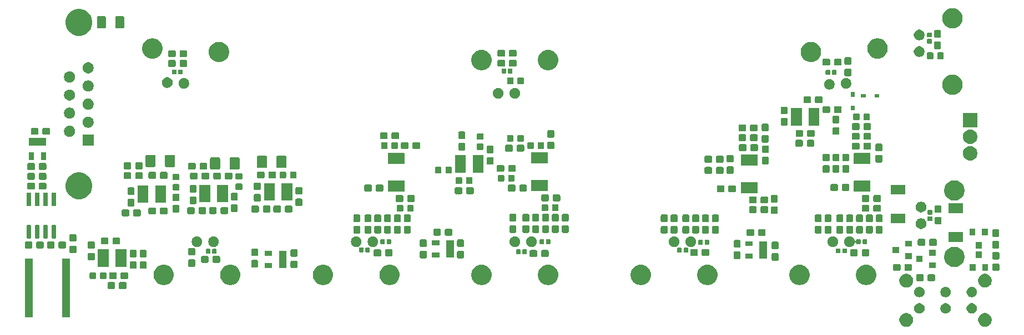
<source format=gbr>
G04 #@! TF.GenerationSoftware,KiCad,Pcbnew,(5.1.5)-3*
G04 #@! TF.CreationDate,2021-03-25T21:43:08+01:00*
G04 #@! TF.ProjectId,tiepieLCR,74696570-6965-44c4-9352-2e6b69636164,rev?*
G04 #@! TF.SameCoordinates,Original*
G04 #@! TF.FileFunction,Soldermask,Bot*
G04 #@! TF.FilePolarity,Negative*
%FSLAX46Y46*%
G04 Gerber Fmt 4.6, Leading zero omitted, Abs format (unit mm)*
G04 Created by KiCad (PCBNEW (5.1.5)-3) date 2021-03-25 21:43:08*
%MOMM*%
%LPD*%
G04 APERTURE LIST*
%ADD10C,0.100000*%
G04 APERTURE END LIST*
D10*
G36*
X137006564Y-47939389D02*
G01*
X137197833Y-48018615D01*
X137197835Y-48018616D01*
X137280723Y-48074000D01*
X137369973Y-48133635D01*
X137516365Y-48280027D01*
X137631385Y-48452167D01*
X137710611Y-48643436D01*
X137751000Y-48846484D01*
X137751000Y-49053516D01*
X137710611Y-49256564D01*
X137631385Y-49447833D01*
X137631384Y-49447835D01*
X137516365Y-49619973D01*
X137369973Y-49766365D01*
X137197835Y-49881384D01*
X137197834Y-49881385D01*
X137197833Y-49881385D01*
X137006564Y-49960611D01*
X136803516Y-50001000D01*
X136596484Y-50001000D01*
X136393436Y-49960611D01*
X136202167Y-49881385D01*
X136202166Y-49881385D01*
X136202165Y-49881384D01*
X136030027Y-49766365D01*
X135883635Y-49619973D01*
X135768616Y-49447835D01*
X135768615Y-49447833D01*
X135689389Y-49256564D01*
X135649000Y-49053516D01*
X135649000Y-48846484D01*
X135689389Y-48643436D01*
X135768615Y-48452167D01*
X135883635Y-48280027D01*
X136030027Y-48133635D01*
X136119277Y-48074000D01*
X136202165Y-48018616D01*
X136202167Y-48018615D01*
X136393436Y-47939389D01*
X136596484Y-47899000D01*
X136803516Y-47899000D01*
X137006564Y-47939389D01*
G37*
G36*
X125006564Y-47939389D02*
G01*
X125197833Y-48018615D01*
X125197835Y-48018616D01*
X125280723Y-48074000D01*
X125369973Y-48133635D01*
X125516365Y-48280027D01*
X125631385Y-48452167D01*
X125710611Y-48643436D01*
X125751000Y-48846484D01*
X125751000Y-49053516D01*
X125710611Y-49256564D01*
X125631385Y-49447833D01*
X125631384Y-49447835D01*
X125516365Y-49619973D01*
X125369973Y-49766365D01*
X125197835Y-49881384D01*
X125197834Y-49881385D01*
X125197833Y-49881385D01*
X125006564Y-49960611D01*
X124803516Y-50001000D01*
X124596484Y-50001000D01*
X124393436Y-49960611D01*
X124202167Y-49881385D01*
X124202166Y-49881385D01*
X124202165Y-49881384D01*
X124030027Y-49766365D01*
X123883635Y-49619973D01*
X123768616Y-49447835D01*
X123768615Y-49447833D01*
X123689389Y-49256564D01*
X123649000Y-49053516D01*
X123649000Y-48846484D01*
X123689389Y-48643436D01*
X123768615Y-48452167D01*
X123883635Y-48280027D01*
X124030027Y-48133635D01*
X124119277Y-48074000D01*
X124202165Y-48018616D01*
X124202167Y-48018615D01*
X124393436Y-47939389D01*
X124596484Y-47899000D01*
X124803516Y-47899000D01*
X125006564Y-47939389D01*
G37*
G36*
X-2849000Y-48576000D02*
G01*
X-4051000Y-48576000D01*
X-4051000Y-39624000D01*
X-2849000Y-39624000D01*
X-2849000Y-48576000D01*
G37*
G36*
X-8549000Y-48576000D02*
G01*
X-9751000Y-48576000D01*
X-9751000Y-39624000D01*
X-8549000Y-39624000D01*
X-8549000Y-48576000D01*
G37*
G36*
X130933642Y-46429781D02*
G01*
X131079414Y-46490162D01*
X131079416Y-46490163D01*
X131210608Y-46577822D01*
X131322178Y-46689392D01*
X131409837Y-46820584D01*
X131409838Y-46820586D01*
X131470219Y-46966358D01*
X131501000Y-47121107D01*
X131501000Y-47278893D01*
X131470219Y-47433642D01*
X131409838Y-47579414D01*
X131409837Y-47579416D01*
X131322178Y-47710608D01*
X131210608Y-47822178D01*
X131079416Y-47909837D01*
X131079415Y-47909838D01*
X131079414Y-47909838D01*
X130933642Y-47970219D01*
X130778893Y-48001000D01*
X130621107Y-48001000D01*
X130466358Y-47970219D01*
X130320586Y-47909838D01*
X130320585Y-47909838D01*
X130320584Y-47909837D01*
X130189392Y-47822178D01*
X130077822Y-47710608D01*
X129990163Y-47579416D01*
X129990162Y-47579414D01*
X129929781Y-47433642D01*
X129899000Y-47278893D01*
X129899000Y-47121107D01*
X129929781Y-46966358D01*
X129990162Y-46820586D01*
X129990163Y-46820584D01*
X130077822Y-46689392D01*
X130189392Y-46577822D01*
X130320584Y-46490163D01*
X130320586Y-46490162D01*
X130466358Y-46429781D01*
X130621107Y-46399000D01*
X130778893Y-46399000D01*
X130933642Y-46429781D01*
G37*
G36*
X134933642Y-46429781D02*
G01*
X135079414Y-46490162D01*
X135079416Y-46490163D01*
X135210608Y-46577822D01*
X135322178Y-46689392D01*
X135409837Y-46820584D01*
X135409838Y-46820586D01*
X135470219Y-46966358D01*
X135501000Y-47121107D01*
X135501000Y-47278893D01*
X135470219Y-47433642D01*
X135409838Y-47579414D01*
X135409837Y-47579416D01*
X135322178Y-47710608D01*
X135210608Y-47822178D01*
X135079416Y-47909837D01*
X135079415Y-47909838D01*
X135079414Y-47909838D01*
X134933642Y-47970219D01*
X134778893Y-48001000D01*
X134621107Y-48001000D01*
X134466358Y-47970219D01*
X134320586Y-47909838D01*
X134320585Y-47909838D01*
X134320584Y-47909837D01*
X134189392Y-47822178D01*
X134077822Y-47710608D01*
X133990163Y-47579416D01*
X133990162Y-47579414D01*
X133929781Y-47433642D01*
X133899000Y-47278893D01*
X133899000Y-47121107D01*
X133929781Y-46966358D01*
X133990162Y-46820586D01*
X133990163Y-46820584D01*
X134077822Y-46689392D01*
X134189392Y-46577822D01*
X134320584Y-46490163D01*
X134320586Y-46490162D01*
X134466358Y-46429781D01*
X134621107Y-46399000D01*
X134778893Y-46399000D01*
X134933642Y-46429781D01*
G37*
G36*
X126933642Y-46429781D02*
G01*
X127079414Y-46490162D01*
X127079416Y-46490163D01*
X127210608Y-46577822D01*
X127322178Y-46689392D01*
X127409837Y-46820584D01*
X127409838Y-46820586D01*
X127470219Y-46966358D01*
X127501000Y-47121107D01*
X127501000Y-47278893D01*
X127470219Y-47433642D01*
X127409838Y-47579414D01*
X127409837Y-47579416D01*
X127322178Y-47710608D01*
X127210608Y-47822178D01*
X127079416Y-47909837D01*
X127079415Y-47909838D01*
X127079414Y-47909838D01*
X126933642Y-47970219D01*
X126778893Y-48001000D01*
X126621107Y-48001000D01*
X126466358Y-47970219D01*
X126320586Y-47909838D01*
X126320585Y-47909838D01*
X126320584Y-47909837D01*
X126189392Y-47822178D01*
X126077822Y-47710608D01*
X125990163Y-47579416D01*
X125990162Y-47579414D01*
X125929781Y-47433642D01*
X125899000Y-47278893D01*
X125899000Y-47121107D01*
X125929781Y-46966358D01*
X125990162Y-46820586D01*
X125990163Y-46820584D01*
X126077822Y-46689392D01*
X126189392Y-46577822D01*
X126320584Y-46490163D01*
X126320586Y-46490162D01*
X126466358Y-46429781D01*
X126621107Y-46399000D01*
X126778893Y-46399000D01*
X126933642Y-46429781D01*
G37*
G36*
X130933642Y-43929781D02*
G01*
X131013839Y-43963000D01*
X131079416Y-43990163D01*
X131210608Y-44077822D01*
X131322178Y-44189392D01*
X131343262Y-44220947D01*
X131409838Y-44320586D01*
X131470219Y-44466358D01*
X131501000Y-44621107D01*
X131501000Y-44778893D01*
X131470219Y-44933642D01*
X131409838Y-45079414D01*
X131409837Y-45079416D01*
X131322178Y-45210608D01*
X131210608Y-45322178D01*
X131079416Y-45409837D01*
X131079415Y-45409838D01*
X131079414Y-45409838D01*
X130933642Y-45470219D01*
X130778893Y-45501000D01*
X130621107Y-45501000D01*
X130466358Y-45470219D01*
X130320586Y-45409838D01*
X130320585Y-45409838D01*
X130320584Y-45409837D01*
X130189392Y-45322178D01*
X130077822Y-45210608D01*
X129990163Y-45079416D01*
X129990162Y-45079414D01*
X129929781Y-44933642D01*
X129899000Y-44778893D01*
X129899000Y-44621107D01*
X129929781Y-44466358D01*
X129990162Y-44320586D01*
X130056738Y-44220947D01*
X130077822Y-44189392D01*
X130189392Y-44077822D01*
X130320584Y-43990163D01*
X130386161Y-43963000D01*
X130466358Y-43929781D01*
X130621107Y-43899000D01*
X130778893Y-43899000D01*
X130933642Y-43929781D01*
G37*
G36*
X134933642Y-43929781D02*
G01*
X135013839Y-43963000D01*
X135079416Y-43990163D01*
X135210608Y-44077822D01*
X135322178Y-44189392D01*
X135343262Y-44220947D01*
X135409838Y-44320586D01*
X135470219Y-44466358D01*
X135501000Y-44621107D01*
X135501000Y-44778893D01*
X135470219Y-44933642D01*
X135409838Y-45079414D01*
X135409837Y-45079416D01*
X135322178Y-45210608D01*
X135210608Y-45322178D01*
X135079416Y-45409837D01*
X135079415Y-45409838D01*
X135079414Y-45409838D01*
X134933642Y-45470219D01*
X134778893Y-45501000D01*
X134621107Y-45501000D01*
X134466358Y-45470219D01*
X134320586Y-45409838D01*
X134320585Y-45409838D01*
X134320584Y-45409837D01*
X134189392Y-45322178D01*
X134077822Y-45210608D01*
X133990163Y-45079416D01*
X133990162Y-45079414D01*
X133929781Y-44933642D01*
X133899000Y-44778893D01*
X133899000Y-44621107D01*
X133929781Y-44466358D01*
X133990162Y-44320586D01*
X134056738Y-44220947D01*
X134077822Y-44189392D01*
X134189392Y-44077822D01*
X134320584Y-43990163D01*
X134386161Y-43963000D01*
X134466358Y-43929781D01*
X134621107Y-43899000D01*
X134778893Y-43899000D01*
X134933642Y-43929781D01*
G37*
G36*
X126933642Y-43929781D02*
G01*
X127013839Y-43963000D01*
X127079416Y-43990163D01*
X127210608Y-44077822D01*
X127322178Y-44189392D01*
X127343262Y-44220947D01*
X127409838Y-44320586D01*
X127470219Y-44466358D01*
X127501000Y-44621107D01*
X127501000Y-44778893D01*
X127470219Y-44933642D01*
X127409838Y-45079414D01*
X127409837Y-45079416D01*
X127322178Y-45210608D01*
X127210608Y-45322178D01*
X127079416Y-45409837D01*
X127079415Y-45409838D01*
X127079414Y-45409838D01*
X126933642Y-45470219D01*
X126778893Y-45501000D01*
X126621107Y-45501000D01*
X126466358Y-45470219D01*
X126320586Y-45409838D01*
X126320585Y-45409838D01*
X126320584Y-45409837D01*
X126189392Y-45322178D01*
X126077822Y-45210608D01*
X125990163Y-45079416D01*
X125990162Y-45079414D01*
X125929781Y-44933642D01*
X125899000Y-44778893D01*
X125899000Y-44621107D01*
X125929781Y-44466358D01*
X125990162Y-44320586D01*
X126056738Y-44220947D01*
X126077822Y-44189392D01*
X126189392Y-44077822D01*
X126320584Y-43990163D01*
X126386161Y-43963000D01*
X126466358Y-43929781D01*
X126621107Y-43899000D01*
X126778893Y-43899000D01*
X126933642Y-43929781D01*
G37*
G36*
X5589499Y-43178445D02*
G01*
X5626995Y-43189820D01*
X5661554Y-43208292D01*
X5691847Y-43233153D01*
X5716708Y-43263446D01*
X5735180Y-43298005D01*
X5746555Y-43335501D01*
X5751000Y-43380638D01*
X5751000Y-44019362D01*
X5746555Y-44064499D01*
X5735180Y-44101995D01*
X5716708Y-44136554D01*
X5691847Y-44166847D01*
X5661554Y-44191708D01*
X5626995Y-44210180D01*
X5589499Y-44221555D01*
X5544362Y-44226000D01*
X4805638Y-44226000D01*
X4760501Y-44221555D01*
X4723005Y-44210180D01*
X4688446Y-44191708D01*
X4658153Y-44166847D01*
X4633292Y-44136554D01*
X4614820Y-44101995D01*
X4603445Y-44064499D01*
X4599000Y-44019362D01*
X4599000Y-43380638D01*
X4603445Y-43335501D01*
X4614820Y-43298005D01*
X4633292Y-43263446D01*
X4658153Y-43233153D01*
X4688446Y-43208292D01*
X4723005Y-43189820D01*
X4760501Y-43178445D01*
X4805638Y-43174000D01*
X5544362Y-43174000D01*
X5589499Y-43178445D01*
G37*
G36*
X3839499Y-43178445D02*
G01*
X3876995Y-43189820D01*
X3911554Y-43208292D01*
X3941847Y-43233153D01*
X3966708Y-43263446D01*
X3985180Y-43298005D01*
X3996555Y-43335501D01*
X4001000Y-43380638D01*
X4001000Y-44019362D01*
X3996555Y-44064499D01*
X3985180Y-44101995D01*
X3966708Y-44136554D01*
X3941847Y-44166847D01*
X3911554Y-44191708D01*
X3876995Y-44210180D01*
X3839499Y-44221555D01*
X3794362Y-44226000D01*
X3055638Y-44226000D01*
X3010501Y-44221555D01*
X2973005Y-44210180D01*
X2938446Y-44191708D01*
X2908153Y-44166847D01*
X2883292Y-44136554D01*
X2864820Y-44101995D01*
X2853445Y-44064499D01*
X2849000Y-44019362D01*
X2849000Y-43380638D01*
X2853445Y-43335501D01*
X2864820Y-43298005D01*
X2883292Y-43263446D01*
X2908153Y-43233153D01*
X2938446Y-43208292D01*
X2973005Y-43189820D01*
X3010501Y-43178445D01*
X3055638Y-43174000D01*
X3794362Y-43174000D01*
X3839499Y-43178445D01*
G37*
G36*
X125006564Y-41939389D02*
G01*
X125197128Y-42018323D01*
X125197835Y-42018616D01*
X125283716Y-42076000D01*
X125369973Y-42133635D01*
X125516365Y-42280027D01*
X125631385Y-42452167D01*
X125710611Y-42643436D01*
X125751000Y-42846484D01*
X125751000Y-43053516D01*
X125710611Y-43256564D01*
X125677914Y-43335501D01*
X125631384Y-43447835D01*
X125516365Y-43619973D01*
X125369973Y-43766365D01*
X125197835Y-43881384D01*
X125197834Y-43881385D01*
X125197833Y-43881385D01*
X125006564Y-43960611D01*
X124803516Y-44001000D01*
X124596484Y-44001000D01*
X124393436Y-43960611D01*
X124202167Y-43881385D01*
X124202166Y-43881385D01*
X124202165Y-43881384D01*
X124030027Y-43766365D01*
X123883635Y-43619973D01*
X123768616Y-43447835D01*
X123722086Y-43335501D01*
X123689389Y-43256564D01*
X123649000Y-43053516D01*
X123649000Y-42846484D01*
X123689389Y-42643436D01*
X123768615Y-42452167D01*
X123883635Y-42280027D01*
X124030027Y-42133635D01*
X124116284Y-42076000D01*
X124202165Y-42018616D01*
X124202872Y-42018323D01*
X124393436Y-41939389D01*
X124596484Y-41899000D01*
X124803516Y-41899000D01*
X125006564Y-41939389D01*
G37*
G36*
X137006564Y-41939389D02*
G01*
X137197128Y-42018323D01*
X137197835Y-42018616D01*
X137283716Y-42076000D01*
X137369973Y-42133635D01*
X137516365Y-42280027D01*
X137631385Y-42452167D01*
X137710611Y-42643436D01*
X137751000Y-42846484D01*
X137751000Y-43053516D01*
X137710611Y-43256564D01*
X137677914Y-43335501D01*
X137631384Y-43447835D01*
X137516365Y-43619973D01*
X137369973Y-43766365D01*
X137197835Y-43881384D01*
X137197834Y-43881385D01*
X137197833Y-43881385D01*
X137006564Y-43960611D01*
X136803516Y-44001000D01*
X136596484Y-44001000D01*
X136393436Y-43960611D01*
X136202167Y-43881385D01*
X136202166Y-43881385D01*
X136202165Y-43881384D01*
X136030027Y-43766365D01*
X135883635Y-43619973D01*
X135768616Y-43447835D01*
X135722086Y-43335501D01*
X135689389Y-43256564D01*
X135649000Y-43053516D01*
X135649000Y-42846484D01*
X135689389Y-42643436D01*
X135768615Y-42452167D01*
X135883635Y-42280027D01*
X136030027Y-42133635D01*
X136116284Y-42076000D01*
X136202165Y-42018616D01*
X136202872Y-42018323D01*
X136393436Y-41939389D01*
X136596484Y-41899000D01*
X136803516Y-41899000D01*
X137006564Y-41939389D01*
G37*
G36*
X36022585Y-40558802D02*
G01*
X36172410Y-40588604D01*
X36454674Y-40705521D01*
X36708705Y-40875259D01*
X36924741Y-41091295D01*
X37094479Y-41345326D01*
X37211396Y-41627590D01*
X37229444Y-41718323D01*
X37262736Y-41885691D01*
X37271000Y-41927240D01*
X37271000Y-42232760D01*
X37211396Y-42532410D01*
X37094479Y-42814674D01*
X36924741Y-43068705D01*
X36708705Y-43284741D01*
X36454674Y-43454479D01*
X36172410Y-43571396D01*
X36022585Y-43601198D01*
X35872761Y-43631000D01*
X35567239Y-43631000D01*
X35417415Y-43601198D01*
X35267590Y-43571396D01*
X34985326Y-43454479D01*
X34731295Y-43284741D01*
X34515259Y-43068705D01*
X34345521Y-42814674D01*
X34228604Y-42532410D01*
X34169000Y-42232760D01*
X34169000Y-41927240D01*
X34177265Y-41885691D01*
X34210556Y-41718323D01*
X34228604Y-41627590D01*
X34345521Y-41345326D01*
X34515259Y-41091295D01*
X34731295Y-40875259D01*
X34985326Y-40705521D01*
X35267590Y-40588604D01*
X35417415Y-40558802D01*
X35567239Y-40529000D01*
X35872761Y-40529000D01*
X36022585Y-40558802D01*
G37*
G36*
X118882585Y-40558802D02*
G01*
X119032410Y-40588604D01*
X119314674Y-40705521D01*
X119568705Y-40875259D01*
X119784741Y-41091295D01*
X119954479Y-41345326D01*
X120071396Y-41627590D01*
X120089444Y-41718323D01*
X120122736Y-41885691D01*
X120131000Y-41927240D01*
X120131000Y-42232760D01*
X120071396Y-42532410D01*
X119954479Y-42814674D01*
X119784741Y-43068705D01*
X119568705Y-43284741D01*
X119314674Y-43454479D01*
X119032410Y-43571396D01*
X118882585Y-43601198D01*
X118732761Y-43631000D01*
X118427239Y-43631000D01*
X118277415Y-43601198D01*
X118127590Y-43571396D01*
X117845326Y-43454479D01*
X117591295Y-43284741D01*
X117375259Y-43068705D01*
X117205521Y-42814674D01*
X117088604Y-42532410D01*
X117029000Y-42232760D01*
X117029000Y-41927240D01*
X117037265Y-41885691D01*
X117070556Y-41718323D01*
X117088604Y-41627590D01*
X117205521Y-41345326D01*
X117375259Y-41091295D01*
X117591295Y-40875259D01*
X117845326Y-40705521D01*
X118127590Y-40588604D01*
X118277415Y-40558802D01*
X118427239Y-40529000D01*
X118732761Y-40529000D01*
X118882585Y-40558802D01*
G37*
G36*
X108722585Y-40558802D02*
G01*
X108872410Y-40588604D01*
X109154674Y-40705521D01*
X109408705Y-40875259D01*
X109624741Y-41091295D01*
X109794479Y-41345326D01*
X109911396Y-41627590D01*
X109929444Y-41718323D01*
X109962736Y-41885691D01*
X109971000Y-41927240D01*
X109971000Y-42232760D01*
X109911396Y-42532410D01*
X109794479Y-42814674D01*
X109624741Y-43068705D01*
X109408705Y-43284741D01*
X109154674Y-43454479D01*
X108872410Y-43571396D01*
X108722585Y-43601198D01*
X108572761Y-43631000D01*
X108267239Y-43631000D01*
X108117415Y-43601198D01*
X107967590Y-43571396D01*
X107685326Y-43454479D01*
X107431295Y-43284741D01*
X107215259Y-43068705D01*
X107045521Y-42814674D01*
X106928604Y-42532410D01*
X106869000Y-42232760D01*
X106869000Y-41927240D01*
X106877265Y-41885691D01*
X106910556Y-41718323D01*
X106928604Y-41627590D01*
X107045521Y-41345326D01*
X107215259Y-41091295D01*
X107431295Y-40875259D01*
X107685326Y-40705521D01*
X107967590Y-40588604D01*
X108117415Y-40558802D01*
X108267239Y-40529000D01*
X108572761Y-40529000D01*
X108722585Y-40558802D01*
G37*
G36*
X70382585Y-40558802D02*
G01*
X70532410Y-40588604D01*
X70814674Y-40705521D01*
X71068705Y-40875259D01*
X71284741Y-41091295D01*
X71454479Y-41345326D01*
X71571396Y-41627590D01*
X71589444Y-41718323D01*
X71622736Y-41885691D01*
X71631000Y-41927240D01*
X71631000Y-42232760D01*
X71571396Y-42532410D01*
X71454479Y-42814674D01*
X71284741Y-43068705D01*
X71068705Y-43284741D01*
X70814674Y-43454479D01*
X70532410Y-43571396D01*
X70382585Y-43601198D01*
X70232761Y-43631000D01*
X69927239Y-43631000D01*
X69777415Y-43601198D01*
X69627590Y-43571396D01*
X69345326Y-43454479D01*
X69091295Y-43284741D01*
X68875259Y-43068705D01*
X68705521Y-42814674D01*
X68588604Y-42532410D01*
X68529000Y-42232760D01*
X68529000Y-41927240D01*
X68537265Y-41885691D01*
X68570556Y-41718323D01*
X68588604Y-41627590D01*
X68705521Y-41345326D01*
X68875259Y-41091295D01*
X69091295Y-40875259D01*
X69345326Y-40705521D01*
X69627590Y-40588604D01*
X69777415Y-40558802D01*
X69927239Y-40529000D01*
X70232761Y-40529000D01*
X70382585Y-40558802D01*
G37*
G36*
X46182585Y-40558802D02*
G01*
X46332410Y-40588604D01*
X46614674Y-40705521D01*
X46868705Y-40875259D01*
X47084741Y-41091295D01*
X47254479Y-41345326D01*
X47371396Y-41627590D01*
X47389444Y-41718323D01*
X47422736Y-41885691D01*
X47431000Y-41927240D01*
X47431000Y-42232760D01*
X47371396Y-42532410D01*
X47254479Y-42814674D01*
X47084741Y-43068705D01*
X46868705Y-43284741D01*
X46614674Y-43454479D01*
X46332410Y-43571396D01*
X46182585Y-43601198D01*
X46032761Y-43631000D01*
X45727239Y-43631000D01*
X45577415Y-43601198D01*
X45427590Y-43571396D01*
X45145326Y-43454479D01*
X44891295Y-43284741D01*
X44675259Y-43068705D01*
X44505521Y-42814674D01*
X44388604Y-42532410D01*
X44329000Y-42232760D01*
X44329000Y-41927240D01*
X44337265Y-41885691D01*
X44370556Y-41718323D01*
X44388604Y-41627590D01*
X44505521Y-41345326D01*
X44675259Y-41091295D01*
X44891295Y-40875259D01*
X45145326Y-40705521D01*
X45427590Y-40588604D01*
X45577415Y-40558802D01*
X45727239Y-40529000D01*
X46032761Y-40529000D01*
X46182585Y-40558802D01*
G37*
G36*
X11722585Y-40558802D02*
G01*
X11872410Y-40588604D01*
X12154674Y-40705521D01*
X12408705Y-40875259D01*
X12624741Y-41091295D01*
X12794479Y-41345326D01*
X12911396Y-41627590D01*
X12929444Y-41718323D01*
X12962736Y-41885691D01*
X12971000Y-41927240D01*
X12971000Y-42232760D01*
X12911396Y-42532410D01*
X12794479Y-42814674D01*
X12624741Y-43068705D01*
X12408705Y-43284741D01*
X12154674Y-43454479D01*
X11872410Y-43571396D01*
X11722585Y-43601198D01*
X11572761Y-43631000D01*
X11267239Y-43631000D01*
X11117415Y-43601198D01*
X10967590Y-43571396D01*
X10685326Y-43454479D01*
X10431295Y-43284741D01*
X10215259Y-43068705D01*
X10045521Y-42814674D01*
X9928604Y-42532410D01*
X9869000Y-42232760D01*
X9869000Y-41927240D01*
X9877265Y-41885691D01*
X9910556Y-41718323D01*
X9928604Y-41627590D01*
X10045521Y-41345326D01*
X10215259Y-41091295D01*
X10431295Y-40875259D01*
X10685326Y-40705521D01*
X10967590Y-40588604D01*
X11117415Y-40558802D01*
X11267239Y-40529000D01*
X11572761Y-40529000D01*
X11722585Y-40558802D01*
G37*
G36*
X21882585Y-40558802D02*
G01*
X22032410Y-40588604D01*
X22314674Y-40705521D01*
X22568705Y-40875259D01*
X22784741Y-41091295D01*
X22954479Y-41345326D01*
X23071396Y-41627590D01*
X23089444Y-41718323D01*
X23122736Y-41885691D01*
X23131000Y-41927240D01*
X23131000Y-42232760D01*
X23071396Y-42532410D01*
X22954479Y-42814674D01*
X22784741Y-43068705D01*
X22568705Y-43284741D01*
X22314674Y-43454479D01*
X22032410Y-43571396D01*
X21882585Y-43601198D01*
X21732761Y-43631000D01*
X21427239Y-43631000D01*
X21277415Y-43601198D01*
X21127590Y-43571396D01*
X20845326Y-43454479D01*
X20591295Y-43284741D01*
X20375259Y-43068705D01*
X20205521Y-42814674D01*
X20088604Y-42532410D01*
X20029000Y-42232760D01*
X20029000Y-41927240D01*
X20037265Y-41885691D01*
X20070556Y-41718323D01*
X20088604Y-41627590D01*
X20205521Y-41345326D01*
X20375259Y-41091295D01*
X20591295Y-40875259D01*
X20845326Y-40705521D01*
X21127590Y-40588604D01*
X21277415Y-40558802D01*
X21427239Y-40529000D01*
X21732761Y-40529000D01*
X21882585Y-40558802D01*
G37*
G36*
X84522585Y-40558802D02*
G01*
X84672410Y-40588604D01*
X84954674Y-40705521D01*
X85208705Y-40875259D01*
X85424741Y-41091295D01*
X85594479Y-41345326D01*
X85711396Y-41627590D01*
X85729444Y-41718323D01*
X85762736Y-41885691D01*
X85771000Y-41927240D01*
X85771000Y-42232760D01*
X85711396Y-42532410D01*
X85594479Y-42814674D01*
X85424741Y-43068705D01*
X85208705Y-43284741D01*
X84954674Y-43454479D01*
X84672410Y-43571396D01*
X84522585Y-43601198D01*
X84372761Y-43631000D01*
X84067239Y-43631000D01*
X83917415Y-43601198D01*
X83767590Y-43571396D01*
X83485326Y-43454479D01*
X83231295Y-43284741D01*
X83015259Y-43068705D01*
X82845521Y-42814674D01*
X82728604Y-42532410D01*
X82669000Y-42232760D01*
X82669000Y-41927240D01*
X82677265Y-41885691D01*
X82710556Y-41718323D01*
X82728604Y-41627590D01*
X82845521Y-41345326D01*
X83015259Y-41091295D01*
X83231295Y-40875259D01*
X83485326Y-40705521D01*
X83767590Y-40588604D01*
X83917415Y-40558802D01*
X84067239Y-40529000D01*
X84372761Y-40529000D01*
X84522585Y-40558802D01*
G37*
G36*
X60222585Y-40558802D02*
G01*
X60372410Y-40588604D01*
X60654674Y-40705521D01*
X60908705Y-40875259D01*
X61124741Y-41091295D01*
X61294479Y-41345326D01*
X61411396Y-41627590D01*
X61429444Y-41718323D01*
X61462736Y-41885691D01*
X61471000Y-41927240D01*
X61471000Y-42232760D01*
X61411396Y-42532410D01*
X61294479Y-42814674D01*
X61124741Y-43068705D01*
X60908705Y-43284741D01*
X60654674Y-43454479D01*
X60372410Y-43571396D01*
X60222585Y-43601198D01*
X60072761Y-43631000D01*
X59767239Y-43631000D01*
X59617415Y-43601198D01*
X59467590Y-43571396D01*
X59185326Y-43454479D01*
X58931295Y-43284741D01*
X58715259Y-43068705D01*
X58545521Y-42814674D01*
X58428604Y-42532410D01*
X58369000Y-42232760D01*
X58369000Y-41927240D01*
X58377265Y-41885691D01*
X58410556Y-41718323D01*
X58428604Y-41627590D01*
X58545521Y-41345326D01*
X58715259Y-41091295D01*
X58931295Y-40875259D01*
X59185326Y-40705521D01*
X59467590Y-40588604D01*
X59617415Y-40558802D01*
X59767239Y-40529000D01*
X60072761Y-40529000D01*
X60222585Y-40558802D01*
G37*
G36*
X94682585Y-40558802D02*
G01*
X94832410Y-40588604D01*
X95114674Y-40705521D01*
X95368705Y-40875259D01*
X95584741Y-41091295D01*
X95754479Y-41345326D01*
X95871396Y-41627590D01*
X95889444Y-41718323D01*
X95922736Y-41885691D01*
X95931000Y-41927240D01*
X95931000Y-42232760D01*
X95871396Y-42532410D01*
X95754479Y-42814674D01*
X95584741Y-43068705D01*
X95368705Y-43284741D01*
X95114674Y-43454479D01*
X94832410Y-43571396D01*
X94682585Y-43601198D01*
X94532761Y-43631000D01*
X94227239Y-43631000D01*
X94077415Y-43601198D01*
X93927590Y-43571396D01*
X93645326Y-43454479D01*
X93391295Y-43284741D01*
X93175259Y-43068705D01*
X93005521Y-42814674D01*
X92888604Y-42532410D01*
X92829000Y-42232760D01*
X92829000Y-41927240D01*
X92837265Y-41885691D01*
X92870556Y-41718323D01*
X92888604Y-41627590D01*
X93005521Y-41345326D01*
X93175259Y-41091295D01*
X93391295Y-40875259D01*
X93645326Y-40705521D01*
X93927590Y-40588604D01*
X94077415Y-40558802D01*
X94227239Y-40529000D01*
X94532761Y-40529000D01*
X94682585Y-40558802D01*
G37*
G36*
X127189499Y-41978445D02*
G01*
X127226995Y-41989820D01*
X127261554Y-42008292D01*
X127291847Y-42033153D01*
X127316708Y-42063446D01*
X127335180Y-42098005D01*
X127346555Y-42135501D01*
X127351000Y-42180638D01*
X127351000Y-42819362D01*
X127346555Y-42864499D01*
X127335180Y-42901995D01*
X127316708Y-42936554D01*
X127291847Y-42966847D01*
X127261554Y-42991708D01*
X127226995Y-43010180D01*
X127189499Y-43021555D01*
X127144362Y-43026000D01*
X126405638Y-43026000D01*
X126360501Y-43021555D01*
X126323005Y-43010180D01*
X126288446Y-42991708D01*
X126258153Y-42966847D01*
X126233292Y-42936554D01*
X126214820Y-42901995D01*
X126203445Y-42864499D01*
X126199000Y-42819362D01*
X126199000Y-42180638D01*
X126203445Y-42135501D01*
X126214820Y-42098005D01*
X126233292Y-42063446D01*
X126258153Y-42033153D01*
X126288446Y-42008292D01*
X126323005Y-41989820D01*
X126360501Y-41978445D01*
X126405638Y-41974000D01*
X127144362Y-41974000D01*
X127189499Y-41978445D01*
G37*
G36*
X128939499Y-41978445D02*
G01*
X128976995Y-41989820D01*
X129011554Y-42008292D01*
X129041847Y-42033153D01*
X129066708Y-42063446D01*
X129085180Y-42098005D01*
X129096555Y-42135501D01*
X129101000Y-42180638D01*
X129101000Y-42819362D01*
X129096555Y-42864499D01*
X129085180Y-42901995D01*
X129066708Y-42936554D01*
X129041847Y-42966847D01*
X129011554Y-42991708D01*
X128976995Y-43010180D01*
X128939499Y-43021555D01*
X128894362Y-43026000D01*
X128155638Y-43026000D01*
X128110501Y-43021555D01*
X128073005Y-43010180D01*
X128038446Y-42991708D01*
X128008153Y-42966847D01*
X127983292Y-42936554D01*
X127964820Y-42901995D01*
X127953445Y-42864499D01*
X127949000Y-42819362D01*
X127949000Y-42180638D01*
X127953445Y-42135501D01*
X127964820Y-42098005D01*
X127983292Y-42063446D01*
X128008153Y-42033153D01*
X128038446Y-42008292D01*
X128073005Y-41989820D01*
X128110501Y-41978445D01*
X128155638Y-41974000D01*
X128894362Y-41974000D01*
X128939499Y-41978445D01*
G37*
G36*
X5839499Y-41678445D02*
G01*
X5876995Y-41689820D01*
X5911554Y-41708292D01*
X5941847Y-41733153D01*
X5966708Y-41763446D01*
X5985180Y-41798005D01*
X5996555Y-41835501D01*
X6001000Y-41880638D01*
X6001000Y-42519362D01*
X5996555Y-42564499D01*
X5985180Y-42601995D01*
X5966708Y-42636554D01*
X5941847Y-42666847D01*
X5911554Y-42691708D01*
X5876995Y-42710180D01*
X5839499Y-42721555D01*
X5794362Y-42726000D01*
X5055638Y-42726000D01*
X5010501Y-42721555D01*
X4973005Y-42710180D01*
X4938446Y-42691708D01*
X4908153Y-42666847D01*
X4883292Y-42636554D01*
X4864820Y-42601995D01*
X4853445Y-42564499D01*
X4849000Y-42519362D01*
X4849000Y-41880638D01*
X4853445Y-41835501D01*
X4864820Y-41798005D01*
X4883292Y-41763446D01*
X4908153Y-41733153D01*
X4938446Y-41708292D01*
X4973005Y-41689820D01*
X5010501Y-41678445D01*
X5055638Y-41674000D01*
X5794362Y-41674000D01*
X5839499Y-41678445D01*
G37*
G36*
X4089499Y-41678445D02*
G01*
X4126995Y-41689820D01*
X4161554Y-41708292D01*
X4191847Y-41733153D01*
X4216708Y-41763446D01*
X4235180Y-41798005D01*
X4246555Y-41835501D01*
X4251000Y-41880638D01*
X4251000Y-42519362D01*
X4246555Y-42564499D01*
X4235180Y-42601995D01*
X4216708Y-42636554D01*
X4191847Y-42666847D01*
X4161554Y-42691708D01*
X4126995Y-42710180D01*
X4089499Y-42721555D01*
X4044362Y-42726000D01*
X3305638Y-42726000D01*
X3260501Y-42721555D01*
X3223005Y-42710180D01*
X3188446Y-42691708D01*
X3158153Y-42666847D01*
X3133292Y-42636554D01*
X3114820Y-42601995D01*
X3103445Y-42564499D01*
X3099000Y-42519362D01*
X3099000Y-41880638D01*
X3103445Y-41835501D01*
X3114820Y-41798005D01*
X3133292Y-41763446D01*
X3158153Y-41733153D01*
X3188446Y-41708292D01*
X3223005Y-41689820D01*
X3260501Y-41678445D01*
X3305638Y-41674000D01*
X4044362Y-41674000D01*
X4089499Y-41678445D01*
G37*
G36*
X2529591Y-41678085D02*
G01*
X2563569Y-41688393D01*
X2594890Y-41705134D01*
X2622339Y-41727661D01*
X2644866Y-41755110D01*
X2661607Y-41786431D01*
X2671915Y-41820409D01*
X2676000Y-41861890D01*
X2676000Y-42538110D01*
X2671915Y-42579591D01*
X2661607Y-42613569D01*
X2644866Y-42644890D01*
X2622339Y-42672339D01*
X2594890Y-42694866D01*
X2563569Y-42711607D01*
X2529591Y-42721915D01*
X2488110Y-42726000D01*
X1886890Y-42726000D01*
X1845409Y-42721915D01*
X1811431Y-42711607D01*
X1780110Y-42694866D01*
X1752661Y-42672339D01*
X1730134Y-42644890D01*
X1713393Y-42613569D01*
X1703085Y-42579591D01*
X1699000Y-42538110D01*
X1699000Y-41861890D01*
X1703085Y-41820409D01*
X1713393Y-41786431D01*
X1730134Y-41755110D01*
X1752661Y-41727661D01*
X1780110Y-41705134D01*
X1811431Y-41688393D01*
X1845409Y-41678085D01*
X1886890Y-41674000D01*
X2488110Y-41674000D01*
X2529591Y-41678085D01*
G37*
G36*
X954591Y-41678085D02*
G01*
X988569Y-41688393D01*
X1019890Y-41705134D01*
X1047339Y-41727661D01*
X1069866Y-41755110D01*
X1086607Y-41786431D01*
X1096915Y-41820409D01*
X1101000Y-41861890D01*
X1101000Y-42538110D01*
X1096915Y-42579591D01*
X1086607Y-42613569D01*
X1069866Y-42644890D01*
X1047339Y-42672339D01*
X1019890Y-42694866D01*
X988569Y-42711607D01*
X954591Y-42721915D01*
X913110Y-42726000D01*
X311890Y-42726000D01*
X270409Y-42721915D01*
X236431Y-42711607D01*
X205110Y-42694866D01*
X177661Y-42672339D01*
X155134Y-42644890D01*
X138393Y-42613569D01*
X128085Y-42579591D01*
X124000Y-42538110D01*
X124000Y-41861890D01*
X128085Y-41820409D01*
X138393Y-41786431D01*
X155134Y-41755110D01*
X177661Y-41727661D01*
X205110Y-41705134D01*
X236431Y-41688393D01*
X270409Y-41678085D01*
X311890Y-41674000D01*
X913110Y-41674000D01*
X954591Y-41678085D01*
G37*
G36*
X135276000Y-41476000D02*
G01*
X134374000Y-41476000D01*
X134374000Y-40474000D01*
X135276000Y-40474000D01*
X135276000Y-41476000D01*
G37*
G36*
X138739499Y-40328445D02*
G01*
X138776995Y-40339820D01*
X138811554Y-40358292D01*
X138841847Y-40383153D01*
X138866708Y-40413446D01*
X138885180Y-40448005D01*
X138896555Y-40485501D01*
X138901000Y-40530638D01*
X138901000Y-41269362D01*
X138896555Y-41314499D01*
X138885180Y-41351995D01*
X138866708Y-41386554D01*
X138841847Y-41416847D01*
X138811554Y-41441708D01*
X138776995Y-41460180D01*
X138739499Y-41471555D01*
X138694362Y-41476000D01*
X138055638Y-41476000D01*
X138010501Y-41471555D01*
X137973005Y-41460180D01*
X137938446Y-41441708D01*
X137908153Y-41416847D01*
X137883292Y-41386554D01*
X137864820Y-41351995D01*
X137853445Y-41314499D01*
X137849000Y-41269362D01*
X137849000Y-40530638D01*
X137853445Y-40485501D01*
X137864820Y-40448005D01*
X137883292Y-40413446D01*
X137908153Y-40383153D01*
X137938446Y-40358292D01*
X137973005Y-40339820D01*
X138010501Y-40328445D01*
X138055638Y-40324000D01*
X138694362Y-40324000D01*
X138739499Y-40328445D01*
G37*
G36*
X137176000Y-41476000D02*
G01*
X136274000Y-41476000D01*
X136274000Y-40474000D01*
X137176000Y-40474000D01*
X137176000Y-41476000D01*
G37*
G36*
X123664499Y-40403445D02*
G01*
X123701995Y-40414820D01*
X123736554Y-40433292D01*
X123766847Y-40458153D01*
X123791708Y-40488446D01*
X123810180Y-40523005D01*
X123821555Y-40560501D01*
X123826000Y-40605638D01*
X123826000Y-41244362D01*
X123821555Y-41289499D01*
X123810180Y-41326995D01*
X123791708Y-41361554D01*
X123766847Y-41391847D01*
X123736554Y-41416708D01*
X123701995Y-41435180D01*
X123664499Y-41446555D01*
X123619362Y-41451000D01*
X122880638Y-41451000D01*
X122835501Y-41446555D01*
X122798005Y-41435180D01*
X122763446Y-41416708D01*
X122733153Y-41391847D01*
X122708292Y-41361554D01*
X122689820Y-41326995D01*
X122678445Y-41289499D01*
X122674000Y-41244362D01*
X122674000Y-40605638D01*
X122678445Y-40560501D01*
X122689820Y-40523005D01*
X122708292Y-40488446D01*
X122733153Y-40458153D01*
X122763446Y-40433292D01*
X122798005Y-40414820D01*
X122835501Y-40403445D01*
X122880638Y-40399000D01*
X123619362Y-40399000D01*
X123664499Y-40403445D01*
G37*
G36*
X125414499Y-40403445D02*
G01*
X125451995Y-40414820D01*
X125486554Y-40433292D01*
X125516847Y-40458153D01*
X125541708Y-40488446D01*
X125560180Y-40523005D01*
X125571555Y-40560501D01*
X125576000Y-40605638D01*
X125576000Y-41244362D01*
X125571555Y-41289499D01*
X125560180Y-41326995D01*
X125541708Y-41361554D01*
X125516847Y-41391847D01*
X125486554Y-41416708D01*
X125451995Y-41435180D01*
X125414499Y-41446555D01*
X125369362Y-41451000D01*
X124630638Y-41451000D01*
X124585501Y-41446555D01*
X124548005Y-41435180D01*
X124513446Y-41416708D01*
X124483153Y-41391847D01*
X124458292Y-41361554D01*
X124439820Y-41326995D01*
X124428445Y-41289499D01*
X124424000Y-41244362D01*
X124424000Y-40605638D01*
X124428445Y-40560501D01*
X124439820Y-40523005D01*
X124458292Y-40488446D01*
X124483153Y-40458153D01*
X124513446Y-40433292D01*
X124548005Y-40414820D01*
X124585501Y-40403445D01*
X124630638Y-40399000D01*
X125369362Y-40399000D01*
X125414499Y-40403445D01*
G37*
G36*
X7139499Y-40003445D02*
G01*
X7176995Y-40014820D01*
X7211554Y-40033292D01*
X7241847Y-40058153D01*
X7266708Y-40088446D01*
X7285180Y-40123005D01*
X7296555Y-40160501D01*
X7301000Y-40205638D01*
X7301000Y-40944362D01*
X7296555Y-40989499D01*
X7285180Y-41026995D01*
X7266708Y-41061554D01*
X7241847Y-41091847D01*
X7211554Y-41116708D01*
X7176995Y-41135180D01*
X7139499Y-41146555D01*
X7094362Y-41151000D01*
X6455638Y-41151000D01*
X6410501Y-41146555D01*
X6373005Y-41135180D01*
X6338446Y-41116708D01*
X6308153Y-41091847D01*
X6283292Y-41061554D01*
X6264820Y-41026995D01*
X6253445Y-40989499D01*
X6249000Y-40944362D01*
X6249000Y-40205638D01*
X6253445Y-40160501D01*
X6264820Y-40123005D01*
X6283292Y-40088446D01*
X6308153Y-40058153D01*
X6338446Y-40033292D01*
X6373005Y-40014820D01*
X6410501Y-40003445D01*
X6455638Y-39999000D01*
X7094362Y-39999000D01*
X7139499Y-40003445D01*
G37*
G36*
X8639499Y-40003445D02*
G01*
X8676995Y-40014820D01*
X8711554Y-40033292D01*
X8741847Y-40058153D01*
X8766708Y-40088446D01*
X8785180Y-40123005D01*
X8796555Y-40160501D01*
X8801000Y-40205638D01*
X8801000Y-40944362D01*
X8796555Y-40989499D01*
X8785180Y-41026995D01*
X8766708Y-41061554D01*
X8741847Y-41091847D01*
X8711554Y-41116708D01*
X8676995Y-41135180D01*
X8639499Y-41146555D01*
X8594362Y-41151000D01*
X7955638Y-41151000D01*
X7910501Y-41146555D01*
X7873005Y-41135180D01*
X7838446Y-41116708D01*
X7808153Y-41091847D01*
X7783292Y-41061554D01*
X7764820Y-41026995D01*
X7753445Y-40989499D01*
X7749000Y-40944362D01*
X7749000Y-40205638D01*
X7753445Y-40160501D01*
X7764820Y-40123005D01*
X7783292Y-40088446D01*
X7808153Y-40058153D01*
X7838446Y-40033292D01*
X7873005Y-40014820D01*
X7910501Y-40003445D01*
X7955638Y-39999000D01*
X8594362Y-39999000D01*
X8639499Y-40003445D01*
G37*
G36*
X129201000Y-41051000D02*
G01*
X128199000Y-41051000D01*
X128199000Y-40149000D01*
X129201000Y-40149000D01*
X129201000Y-41051000D01*
G37*
G36*
X31664499Y-39903445D02*
G01*
X31701995Y-39914820D01*
X31736554Y-39933292D01*
X31766847Y-39958153D01*
X31791708Y-39988446D01*
X31810180Y-40023005D01*
X31821555Y-40060501D01*
X31826000Y-40105638D01*
X31826000Y-40844362D01*
X31821555Y-40889499D01*
X31810180Y-40926995D01*
X31791708Y-40961554D01*
X31766847Y-40991847D01*
X31736554Y-41016708D01*
X31701995Y-41035180D01*
X31664499Y-41046555D01*
X31619362Y-41051000D01*
X30980638Y-41051000D01*
X30935501Y-41046555D01*
X30898005Y-41035180D01*
X30863446Y-41016708D01*
X30833153Y-40991847D01*
X30808292Y-40961554D01*
X30789820Y-40926995D01*
X30778445Y-40889499D01*
X30774000Y-40844362D01*
X30774000Y-40105638D01*
X30778445Y-40060501D01*
X30789820Y-40023005D01*
X30808292Y-39988446D01*
X30833153Y-39958153D01*
X30863446Y-39933292D01*
X30898005Y-39914820D01*
X30935501Y-39903445D01*
X30980638Y-39899000D01*
X31619362Y-39899000D01*
X31664499Y-39903445D01*
G37*
G36*
X30181000Y-41026000D02*
G01*
X29019000Y-41026000D01*
X29019000Y-38374000D01*
X30181000Y-38374000D01*
X30181000Y-41026000D01*
G37*
G36*
X27981000Y-41026000D02*
G01*
X26819000Y-41026000D01*
X26819000Y-40274000D01*
X27981000Y-40274000D01*
X27981000Y-41026000D01*
G37*
G36*
X25664499Y-39803445D02*
G01*
X25701995Y-39814820D01*
X25736554Y-39833292D01*
X25766847Y-39858153D01*
X25791708Y-39888446D01*
X25810180Y-39923005D01*
X25821555Y-39960501D01*
X25826000Y-40005638D01*
X25826000Y-40744362D01*
X25821555Y-40789499D01*
X25810180Y-40826995D01*
X25791708Y-40861554D01*
X25766847Y-40891847D01*
X25736554Y-40916708D01*
X25701995Y-40935180D01*
X25664499Y-40946555D01*
X25619362Y-40951000D01*
X24980638Y-40951000D01*
X24935501Y-40946555D01*
X24898005Y-40935180D01*
X24863446Y-40916708D01*
X24833153Y-40891847D01*
X24808292Y-40861554D01*
X24789820Y-40826995D01*
X24778445Y-40789499D01*
X24774000Y-40744362D01*
X24774000Y-40005638D01*
X24778445Y-39960501D01*
X24789820Y-39923005D01*
X24808292Y-39888446D01*
X24833153Y-39858153D01*
X24863446Y-39833292D01*
X24898005Y-39814820D01*
X24935501Y-39803445D01*
X24980638Y-39799000D01*
X25619362Y-39799000D01*
X25664499Y-39803445D01*
G37*
G36*
X132332585Y-37808802D02*
G01*
X132482410Y-37838604D01*
X132764674Y-37955521D01*
X133018705Y-38125259D01*
X133234741Y-38341295D01*
X133404479Y-38595326D01*
X133521396Y-38877590D01*
X133541169Y-38976995D01*
X133581000Y-39177239D01*
X133581000Y-39482761D01*
X133559301Y-39591847D01*
X133521396Y-39782410D01*
X133404479Y-40064674D01*
X133234741Y-40318705D01*
X133018705Y-40534741D01*
X132764674Y-40704479D01*
X132482410Y-40821396D01*
X132355927Y-40846555D01*
X132182761Y-40881000D01*
X131877239Y-40881000D01*
X131704073Y-40846555D01*
X131577590Y-40821396D01*
X131295326Y-40704479D01*
X131041295Y-40534741D01*
X130825259Y-40318705D01*
X130655521Y-40064674D01*
X130538604Y-39782410D01*
X130500699Y-39591847D01*
X130479000Y-39482761D01*
X130479000Y-39177239D01*
X130518831Y-38976995D01*
X130538604Y-38877590D01*
X130655521Y-38595326D01*
X130825259Y-38341295D01*
X131041295Y-38125259D01*
X131295326Y-37955521D01*
X131577590Y-37838604D01*
X131727415Y-37808802D01*
X131877239Y-37779000D01*
X132182761Y-37779000D01*
X132332585Y-37808802D01*
G37*
G36*
X16064499Y-39703445D02*
G01*
X16101995Y-39714820D01*
X16136554Y-39733292D01*
X16166847Y-39758153D01*
X16191708Y-39788446D01*
X16210180Y-39823005D01*
X16221555Y-39860501D01*
X16226000Y-39905638D01*
X16226000Y-40644362D01*
X16221555Y-40689499D01*
X16210180Y-40726995D01*
X16191708Y-40761554D01*
X16166847Y-40791847D01*
X16136554Y-40816708D01*
X16101995Y-40835180D01*
X16064499Y-40846555D01*
X16019362Y-40851000D01*
X15380638Y-40851000D01*
X15335501Y-40846555D01*
X15298005Y-40835180D01*
X15263446Y-40816708D01*
X15233153Y-40791847D01*
X15208292Y-40761554D01*
X15189820Y-40726995D01*
X15178445Y-40689499D01*
X15174000Y-40644362D01*
X15174000Y-39905638D01*
X15178445Y-39860501D01*
X15189820Y-39823005D01*
X15208292Y-39788446D01*
X15233153Y-39758153D01*
X15263446Y-39733292D01*
X15298005Y-39714820D01*
X15335501Y-39703445D01*
X15380638Y-39699000D01*
X16019362Y-39699000D01*
X16064499Y-39703445D01*
G37*
G36*
X5756000Y-40826000D02*
G01*
X4094000Y-40826000D01*
X4094000Y-38174000D01*
X5756000Y-38174000D01*
X5756000Y-40826000D01*
G37*
G36*
X3056000Y-40826000D02*
G01*
X1394000Y-40826000D01*
X1394000Y-38174000D01*
X3056000Y-38174000D01*
X3056000Y-40826000D01*
G37*
G36*
X19864499Y-39178445D02*
G01*
X19901995Y-39189820D01*
X19936554Y-39208292D01*
X19966847Y-39233153D01*
X19991708Y-39263446D01*
X20010180Y-39298005D01*
X20021555Y-39335501D01*
X20026000Y-39380638D01*
X20026000Y-40019362D01*
X20021555Y-40064499D01*
X20010180Y-40101995D01*
X19991708Y-40136554D01*
X19966847Y-40166847D01*
X19936554Y-40191708D01*
X19901995Y-40210180D01*
X19864499Y-40221555D01*
X19819362Y-40226000D01*
X19080638Y-40226000D01*
X19035501Y-40221555D01*
X18998005Y-40210180D01*
X18963446Y-40191708D01*
X18933153Y-40166847D01*
X18908292Y-40136554D01*
X18889820Y-40101995D01*
X18878445Y-40064499D01*
X18874000Y-40019362D01*
X18874000Y-39380638D01*
X18878445Y-39335501D01*
X18889820Y-39298005D01*
X18908292Y-39263446D01*
X18933153Y-39233153D01*
X18963446Y-39208292D01*
X18998005Y-39189820D01*
X19035501Y-39178445D01*
X19080638Y-39174000D01*
X19819362Y-39174000D01*
X19864499Y-39178445D01*
G37*
G36*
X18114499Y-39178445D02*
G01*
X18151995Y-39189820D01*
X18186554Y-39208292D01*
X18216847Y-39233153D01*
X18241708Y-39263446D01*
X18260180Y-39298005D01*
X18271555Y-39335501D01*
X18276000Y-39380638D01*
X18276000Y-40019362D01*
X18271555Y-40064499D01*
X18260180Y-40101995D01*
X18241708Y-40136554D01*
X18216847Y-40166847D01*
X18186554Y-40191708D01*
X18151995Y-40210180D01*
X18114499Y-40221555D01*
X18069362Y-40226000D01*
X17330638Y-40226000D01*
X17285501Y-40221555D01*
X17248005Y-40210180D01*
X17213446Y-40191708D01*
X17183153Y-40166847D01*
X17158292Y-40136554D01*
X17139820Y-40101995D01*
X17128445Y-40064499D01*
X17124000Y-40019362D01*
X17124000Y-39380638D01*
X17128445Y-39335501D01*
X17139820Y-39298005D01*
X17158292Y-39263446D01*
X17183153Y-39233153D01*
X17213446Y-39208292D01*
X17248005Y-39189820D01*
X17285501Y-39178445D01*
X17330638Y-39174000D01*
X18069362Y-39174000D01*
X18114499Y-39178445D01*
G37*
G36*
X127201000Y-40101000D02*
G01*
X126199000Y-40101000D01*
X126199000Y-39199000D01*
X127201000Y-39199000D01*
X127201000Y-40101000D01*
G37*
G36*
X105064499Y-38753445D02*
G01*
X105101995Y-38764820D01*
X105136554Y-38783292D01*
X105166847Y-38808153D01*
X105191708Y-38838446D01*
X105210180Y-38873005D01*
X105221555Y-38910501D01*
X105226000Y-38955638D01*
X105226000Y-39694362D01*
X105221555Y-39739499D01*
X105210180Y-39776995D01*
X105191708Y-39811554D01*
X105166847Y-39841847D01*
X105136554Y-39866708D01*
X105101995Y-39885180D01*
X105064499Y-39896555D01*
X105019362Y-39901000D01*
X104380638Y-39901000D01*
X104335501Y-39896555D01*
X104298005Y-39885180D01*
X104263446Y-39866708D01*
X104233153Y-39841847D01*
X104208292Y-39811554D01*
X104189820Y-39776995D01*
X104178445Y-39739499D01*
X104174000Y-39694362D01*
X104174000Y-38955638D01*
X104178445Y-38910501D01*
X104189820Y-38873005D01*
X104208292Y-38838446D01*
X104233153Y-38808153D01*
X104263446Y-38783292D01*
X104298005Y-38764820D01*
X104335501Y-38753445D01*
X104380638Y-38749000D01*
X105019362Y-38749000D01*
X105064499Y-38753445D01*
G37*
G36*
X739499Y-38703445D02*
G01*
X776995Y-38714820D01*
X811554Y-38733292D01*
X841847Y-38758153D01*
X866708Y-38788446D01*
X885180Y-38823005D01*
X896555Y-38860501D01*
X901000Y-38905638D01*
X901000Y-39644362D01*
X896555Y-39689499D01*
X885180Y-39726995D01*
X866708Y-39761554D01*
X841847Y-39791847D01*
X811554Y-39816708D01*
X776995Y-39835180D01*
X739499Y-39846555D01*
X694362Y-39851000D01*
X55638Y-39851000D01*
X10501Y-39846555D01*
X-26995Y-39835180D01*
X-61554Y-39816708D01*
X-91847Y-39791847D01*
X-116708Y-39761554D01*
X-135180Y-39726995D01*
X-146555Y-39689499D01*
X-151000Y-39644362D01*
X-151000Y-38905638D01*
X-146555Y-38860501D01*
X-135180Y-38823005D01*
X-116708Y-38788446D01*
X-91847Y-38758153D01*
X-61554Y-38733292D01*
X-26995Y-38714820D01*
X10501Y-38703445D01*
X55638Y-38699000D01*
X694362Y-38699000D01*
X739499Y-38703445D01*
G37*
G36*
X138739499Y-38578445D02*
G01*
X138776995Y-38589820D01*
X138811554Y-38608292D01*
X138841847Y-38633153D01*
X138866708Y-38663446D01*
X138885180Y-38698005D01*
X138896555Y-38735501D01*
X138901000Y-38780638D01*
X138901000Y-39519362D01*
X138896555Y-39564499D01*
X138885180Y-39601995D01*
X138866708Y-39636554D01*
X138841847Y-39666847D01*
X138811554Y-39691708D01*
X138776995Y-39710180D01*
X138739499Y-39721555D01*
X138694362Y-39726000D01*
X138055638Y-39726000D01*
X138010501Y-39721555D01*
X137973005Y-39710180D01*
X137938446Y-39691708D01*
X137908153Y-39666847D01*
X137883292Y-39636554D01*
X137864820Y-39601995D01*
X137853445Y-39564499D01*
X137849000Y-39519362D01*
X137849000Y-38780638D01*
X137853445Y-38735501D01*
X137864820Y-38698005D01*
X137883292Y-38663446D01*
X137908153Y-38633153D01*
X137938446Y-38608292D01*
X137973005Y-38589820D01*
X138010501Y-38578445D01*
X138055638Y-38574000D01*
X138694362Y-38574000D01*
X138739499Y-38578445D01*
G37*
G36*
X125576000Y-39651000D02*
G01*
X124574000Y-39651000D01*
X124574000Y-38749000D01*
X125576000Y-38749000D01*
X125576000Y-39651000D01*
G37*
G36*
X99264499Y-38503445D02*
G01*
X99301995Y-38514820D01*
X99336554Y-38533292D01*
X99366847Y-38558153D01*
X99391708Y-38588446D01*
X99410180Y-38623005D01*
X99421555Y-38660501D01*
X99426000Y-38705638D01*
X99426000Y-39444362D01*
X99421555Y-39489499D01*
X99410180Y-39526995D01*
X99391708Y-39561554D01*
X99366847Y-39591847D01*
X99336554Y-39616708D01*
X99301995Y-39635180D01*
X99264499Y-39646555D01*
X99219362Y-39651000D01*
X98580638Y-39651000D01*
X98535501Y-39646555D01*
X98498005Y-39635180D01*
X98463446Y-39616708D01*
X98433153Y-39591847D01*
X98408292Y-39561554D01*
X98389820Y-39526995D01*
X98378445Y-39489499D01*
X98374000Y-39444362D01*
X98374000Y-38705638D01*
X98378445Y-38660501D01*
X98389820Y-38623005D01*
X98408292Y-38588446D01*
X98433153Y-38558153D01*
X98463446Y-38533292D01*
X98498005Y-38514820D01*
X98535501Y-38503445D01*
X98580638Y-38499000D01*
X99219362Y-38499000D01*
X99264499Y-38503445D01*
G37*
G36*
X101281000Y-39576000D02*
G01*
X100119000Y-39576000D01*
X100119000Y-38824000D01*
X101281000Y-38824000D01*
X101281000Y-39576000D01*
G37*
G36*
X103481000Y-39576000D02*
G01*
X102319000Y-39576000D01*
X102319000Y-36924000D01*
X103481000Y-36924000D01*
X103481000Y-39576000D01*
G37*
G36*
X51389499Y-38403445D02*
G01*
X51426995Y-38414820D01*
X51461554Y-38433292D01*
X51491847Y-38458153D01*
X51516708Y-38488446D01*
X51535180Y-38523005D01*
X51546555Y-38560501D01*
X51551000Y-38605638D01*
X51551000Y-39344362D01*
X51546555Y-39389499D01*
X51535180Y-39426995D01*
X51516708Y-39461554D01*
X51491847Y-39491847D01*
X51461554Y-39516708D01*
X51426995Y-39535180D01*
X51389499Y-39546555D01*
X51344362Y-39551000D01*
X50705638Y-39551000D01*
X50660501Y-39546555D01*
X50623005Y-39535180D01*
X50588446Y-39516708D01*
X50558153Y-39491847D01*
X50533292Y-39461554D01*
X50514820Y-39426995D01*
X50503445Y-39389499D01*
X50499000Y-39344362D01*
X50499000Y-38605638D01*
X50503445Y-38560501D01*
X50514820Y-38523005D01*
X50533292Y-38488446D01*
X50558153Y-38458153D01*
X50588446Y-38433292D01*
X50623005Y-38414820D01*
X50660501Y-38403445D01*
X50705638Y-38399000D01*
X51344362Y-38399000D01*
X51389499Y-38403445D01*
G37*
G36*
X57064499Y-38403445D02*
G01*
X57101995Y-38414820D01*
X57136554Y-38433292D01*
X57166847Y-38458153D01*
X57191708Y-38488446D01*
X57210180Y-38523005D01*
X57221555Y-38560501D01*
X57226000Y-38605638D01*
X57226000Y-39344362D01*
X57221555Y-39389499D01*
X57210180Y-39426995D01*
X57191708Y-39461554D01*
X57166847Y-39491847D01*
X57136554Y-39516708D01*
X57101995Y-39535180D01*
X57064499Y-39546555D01*
X57019362Y-39551000D01*
X56380638Y-39551000D01*
X56335501Y-39546555D01*
X56298005Y-39535180D01*
X56263446Y-39516708D01*
X56233153Y-39491847D01*
X56208292Y-39461554D01*
X56189820Y-39426995D01*
X56178445Y-39389499D01*
X56174000Y-39344362D01*
X56174000Y-38605638D01*
X56178445Y-38560501D01*
X56189820Y-38523005D01*
X56208292Y-38488446D01*
X56233153Y-38458153D01*
X56263446Y-38433292D01*
X56298005Y-38414820D01*
X56335501Y-38403445D01*
X56380638Y-38399000D01*
X57019362Y-38399000D01*
X57064499Y-38403445D01*
G37*
G36*
X136226000Y-39476000D02*
G01*
X135324000Y-39476000D01*
X135324000Y-38474000D01*
X136226000Y-38474000D01*
X136226000Y-39476000D01*
G37*
G36*
X55681000Y-39426000D02*
G01*
X54519000Y-39426000D01*
X54519000Y-36774000D01*
X55681000Y-36774000D01*
X55681000Y-39426000D01*
G37*
G36*
X53481000Y-39426000D02*
G01*
X52319000Y-39426000D01*
X52319000Y-38674000D01*
X53481000Y-38674000D01*
X53481000Y-39426000D01*
G37*
G36*
X8639499Y-38253445D02*
G01*
X8676995Y-38264820D01*
X8711554Y-38283292D01*
X8741847Y-38308153D01*
X8766708Y-38338446D01*
X8785180Y-38373005D01*
X8796555Y-38410501D01*
X8801000Y-38455638D01*
X8801000Y-39194362D01*
X8796555Y-39239499D01*
X8785180Y-39276995D01*
X8766708Y-39311554D01*
X8741847Y-39341847D01*
X8711554Y-39366708D01*
X8676995Y-39385180D01*
X8639499Y-39396555D01*
X8594362Y-39401000D01*
X7955638Y-39401000D01*
X7910501Y-39396555D01*
X7873005Y-39385180D01*
X7838446Y-39366708D01*
X7808153Y-39341847D01*
X7783292Y-39311554D01*
X7764820Y-39276995D01*
X7753445Y-39239499D01*
X7749000Y-39194362D01*
X7749000Y-38455638D01*
X7753445Y-38410501D01*
X7764820Y-38373005D01*
X7783292Y-38338446D01*
X7808153Y-38308153D01*
X7838446Y-38283292D01*
X7873005Y-38264820D01*
X7910501Y-38253445D01*
X7955638Y-38249000D01*
X8594362Y-38249000D01*
X8639499Y-38253445D01*
G37*
G36*
X7139499Y-38253445D02*
G01*
X7176995Y-38264820D01*
X7211554Y-38283292D01*
X7241847Y-38308153D01*
X7266708Y-38338446D01*
X7285180Y-38373005D01*
X7296555Y-38410501D01*
X7301000Y-38455638D01*
X7301000Y-39194362D01*
X7296555Y-39239499D01*
X7285180Y-39276995D01*
X7266708Y-39311554D01*
X7241847Y-39341847D01*
X7211554Y-39366708D01*
X7176995Y-39385180D01*
X7139499Y-39396555D01*
X7094362Y-39401000D01*
X6455638Y-39401000D01*
X6410501Y-39396555D01*
X6373005Y-39385180D01*
X6338446Y-39366708D01*
X6308153Y-39341847D01*
X6283292Y-39311554D01*
X6264820Y-39276995D01*
X6253445Y-39239499D01*
X6249000Y-39194362D01*
X6249000Y-38455638D01*
X6253445Y-38410501D01*
X6264820Y-38373005D01*
X6283292Y-38338446D01*
X6308153Y-38308153D01*
X6338446Y-38283292D01*
X6373005Y-38264820D01*
X6410501Y-38253445D01*
X6455638Y-38249000D01*
X7094362Y-38249000D01*
X7139499Y-38253445D01*
G37*
G36*
X68239499Y-38278445D02*
G01*
X68276995Y-38289820D01*
X68311554Y-38308292D01*
X68341847Y-38333153D01*
X68366708Y-38363446D01*
X68385180Y-38398005D01*
X68396555Y-38435501D01*
X68401000Y-38480638D01*
X68401000Y-39119362D01*
X68396555Y-39164499D01*
X68385180Y-39201995D01*
X68366708Y-39236554D01*
X68341847Y-39266847D01*
X68311554Y-39291708D01*
X68276995Y-39310180D01*
X68239499Y-39321555D01*
X68194362Y-39326000D01*
X67455638Y-39326000D01*
X67410501Y-39321555D01*
X67373005Y-39310180D01*
X67338446Y-39291708D01*
X67308153Y-39266847D01*
X67283292Y-39236554D01*
X67264820Y-39201995D01*
X67253445Y-39164499D01*
X67249000Y-39119362D01*
X67249000Y-38480638D01*
X67253445Y-38435501D01*
X67264820Y-38398005D01*
X67283292Y-38363446D01*
X67308153Y-38333153D01*
X67338446Y-38308292D01*
X67373005Y-38289820D01*
X67410501Y-38278445D01*
X67455638Y-38274000D01*
X68194362Y-38274000D01*
X68239499Y-38278445D01*
G37*
G36*
X69989499Y-38278445D02*
G01*
X70026995Y-38289820D01*
X70061554Y-38308292D01*
X70091847Y-38333153D01*
X70116708Y-38363446D01*
X70135180Y-38398005D01*
X70146555Y-38435501D01*
X70151000Y-38480638D01*
X70151000Y-39119362D01*
X70146555Y-39164499D01*
X70135180Y-39201995D01*
X70116708Y-39236554D01*
X70091847Y-39266847D01*
X70061554Y-39291708D01*
X70026995Y-39310180D01*
X69989499Y-39321555D01*
X69944362Y-39326000D01*
X69205638Y-39326000D01*
X69160501Y-39321555D01*
X69123005Y-39310180D01*
X69088446Y-39291708D01*
X69058153Y-39266847D01*
X69033292Y-39236554D01*
X69014820Y-39201995D01*
X69003445Y-39164499D01*
X68999000Y-39119362D01*
X68999000Y-38480638D01*
X69003445Y-38435501D01*
X69014820Y-38398005D01*
X69033292Y-38363446D01*
X69058153Y-38333153D01*
X69088446Y-38308292D01*
X69123005Y-38289820D01*
X69160501Y-38278445D01*
X69205638Y-38274000D01*
X69944362Y-38274000D01*
X69989499Y-38278445D01*
G37*
G36*
X31664499Y-38153445D02*
G01*
X31701995Y-38164820D01*
X31736554Y-38183292D01*
X31766847Y-38208153D01*
X31791708Y-38238446D01*
X31810180Y-38273005D01*
X31821555Y-38310501D01*
X31826000Y-38355638D01*
X31826000Y-39094362D01*
X31821555Y-39139499D01*
X31810180Y-39176995D01*
X31791708Y-39211554D01*
X31766847Y-39241847D01*
X31736554Y-39266708D01*
X31701995Y-39285180D01*
X31664499Y-39296555D01*
X31619362Y-39301000D01*
X30980638Y-39301000D01*
X30935501Y-39296555D01*
X30898005Y-39285180D01*
X30863446Y-39266708D01*
X30833153Y-39241847D01*
X30808292Y-39211554D01*
X30789820Y-39176995D01*
X30778445Y-39139499D01*
X30774000Y-39094362D01*
X30774000Y-38355638D01*
X30778445Y-38310501D01*
X30789820Y-38273005D01*
X30808292Y-38238446D01*
X30833153Y-38208153D01*
X30863446Y-38183292D01*
X30898005Y-38164820D01*
X30935501Y-38153445D01*
X30980638Y-38149000D01*
X31619362Y-38149000D01*
X31664499Y-38153445D01*
G37*
G36*
X118889499Y-38178445D02*
G01*
X118926995Y-38189820D01*
X118961554Y-38208292D01*
X118991847Y-38233153D01*
X119016708Y-38263446D01*
X119035180Y-38298005D01*
X119046555Y-38335501D01*
X119051000Y-38380638D01*
X119051000Y-39019362D01*
X119046555Y-39064499D01*
X119035180Y-39101995D01*
X119016708Y-39136554D01*
X118991847Y-39166847D01*
X118961554Y-39191708D01*
X118926995Y-39210180D01*
X118889499Y-39221555D01*
X118844362Y-39226000D01*
X118105638Y-39226000D01*
X118060501Y-39221555D01*
X118023005Y-39210180D01*
X117988446Y-39191708D01*
X117958153Y-39166847D01*
X117933292Y-39136554D01*
X117914820Y-39101995D01*
X117903445Y-39064499D01*
X117899000Y-39019362D01*
X117899000Y-38380638D01*
X117903445Y-38335501D01*
X117914820Y-38298005D01*
X117933292Y-38263446D01*
X117958153Y-38233153D01*
X117988446Y-38208292D01*
X118023005Y-38189820D01*
X118060501Y-38178445D01*
X118105638Y-38174000D01*
X118844362Y-38174000D01*
X118889499Y-38178445D01*
G37*
G36*
X44439499Y-38178445D02*
G01*
X44476995Y-38189820D01*
X44511554Y-38208292D01*
X44541847Y-38233153D01*
X44566708Y-38263446D01*
X44585180Y-38298005D01*
X44596555Y-38335501D01*
X44601000Y-38380638D01*
X44601000Y-39019362D01*
X44596555Y-39064499D01*
X44585180Y-39101995D01*
X44566708Y-39136554D01*
X44541847Y-39166847D01*
X44511554Y-39191708D01*
X44476995Y-39210180D01*
X44439499Y-39221555D01*
X44394362Y-39226000D01*
X43655638Y-39226000D01*
X43610501Y-39221555D01*
X43573005Y-39210180D01*
X43538446Y-39191708D01*
X43508153Y-39166847D01*
X43483292Y-39136554D01*
X43464820Y-39101995D01*
X43453445Y-39064499D01*
X43449000Y-39019362D01*
X43449000Y-38380638D01*
X43453445Y-38335501D01*
X43464820Y-38298005D01*
X43483292Y-38263446D01*
X43508153Y-38233153D01*
X43538446Y-38208292D01*
X43573005Y-38189820D01*
X43610501Y-38178445D01*
X43655638Y-38174000D01*
X44394362Y-38174000D01*
X44439499Y-38178445D01*
G37*
G36*
X46189499Y-38178445D02*
G01*
X46226995Y-38189820D01*
X46261554Y-38208292D01*
X46291847Y-38233153D01*
X46316708Y-38263446D01*
X46335180Y-38298005D01*
X46346555Y-38335501D01*
X46351000Y-38380638D01*
X46351000Y-39019362D01*
X46346555Y-39064499D01*
X46335180Y-39101995D01*
X46316708Y-39136554D01*
X46291847Y-39166847D01*
X46261554Y-39191708D01*
X46226995Y-39210180D01*
X46189499Y-39221555D01*
X46144362Y-39226000D01*
X45405638Y-39226000D01*
X45360501Y-39221555D01*
X45323005Y-39210180D01*
X45288446Y-39191708D01*
X45258153Y-39166847D01*
X45233292Y-39136554D01*
X45214820Y-39101995D01*
X45203445Y-39064499D01*
X45199000Y-39019362D01*
X45199000Y-38380638D01*
X45203445Y-38335501D01*
X45214820Y-38298005D01*
X45233292Y-38263446D01*
X45258153Y-38233153D01*
X45288446Y-38208292D01*
X45323005Y-38189820D01*
X45360501Y-38178445D01*
X45405638Y-38174000D01*
X46144362Y-38174000D01*
X46189499Y-38178445D01*
G37*
G36*
X117139499Y-38178445D02*
G01*
X117176995Y-38189820D01*
X117211554Y-38208292D01*
X117241847Y-38233153D01*
X117266708Y-38263446D01*
X117285180Y-38298005D01*
X117296555Y-38335501D01*
X117301000Y-38380638D01*
X117301000Y-39019362D01*
X117296555Y-39064499D01*
X117285180Y-39101995D01*
X117266708Y-39136554D01*
X117241847Y-39166847D01*
X117211554Y-39191708D01*
X117176995Y-39210180D01*
X117139499Y-39221555D01*
X117094362Y-39226000D01*
X116355638Y-39226000D01*
X116310501Y-39221555D01*
X116273005Y-39210180D01*
X116238446Y-39191708D01*
X116208153Y-39166847D01*
X116183292Y-39136554D01*
X116164820Y-39101995D01*
X116153445Y-39064499D01*
X116149000Y-39019362D01*
X116149000Y-38380638D01*
X116153445Y-38335501D01*
X116164820Y-38298005D01*
X116183292Y-38263446D01*
X116208153Y-38233153D01*
X116238446Y-38208292D01*
X116273005Y-38189820D01*
X116310501Y-38178445D01*
X116355638Y-38174000D01*
X117094362Y-38174000D01*
X117139499Y-38178445D01*
G37*
G36*
X25664499Y-38053445D02*
G01*
X25701995Y-38064820D01*
X25736554Y-38083292D01*
X25766847Y-38108153D01*
X25791708Y-38138446D01*
X25810180Y-38173005D01*
X25821555Y-38210501D01*
X25826000Y-38255638D01*
X25826000Y-38994362D01*
X25821555Y-39039499D01*
X25810180Y-39076995D01*
X25791708Y-39111554D01*
X25766847Y-39141847D01*
X25736554Y-39166708D01*
X25701995Y-39185180D01*
X25664499Y-39196555D01*
X25619362Y-39201000D01*
X24980638Y-39201000D01*
X24935501Y-39196555D01*
X24898005Y-39185180D01*
X24863446Y-39166708D01*
X24833153Y-39141847D01*
X24808292Y-39111554D01*
X24789820Y-39076995D01*
X24778445Y-39039499D01*
X24774000Y-38994362D01*
X24774000Y-38255638D01*
X24778445Y-38210501D01*
X24789820Y-38173005D01*
X24808292Y-38138446D01*
X24833153Y-38108153D01*
X24863446Y-38083292D01*
X24898005Y-38064820D01*
X24935501Y-38053445D01*
X24980638Y-38049000D01*
X25619362Y-38049000D01*
X25664499Y-38053445D01*
G37*
G36*
X94489499Y-38128445D02*
G01*
X94526995Y-38139820D01*
X94561554Y-38158292D01*
X94591847Y-38183153D01*
X94616708Y-38213446D01*
X94635180Y-38248005D01*
X94646555Y-38285501D01*
X94651000Y-38330638D01*
X94651000Y-38969362D01*
X94646555Y-39014499D01*
X94635180Y-39051995D01*
X94616708Y-39086554D01*
X94591847Y-39116847D01*
X94561554Y-39141708D01*
X94526995Y-39160180D01*
X94489499Y-39171555D01*
X94444362Y-39176000D01*
X93705638Y-39176000D01*
X93660501Y-39171555D01*
X93623005Y-39160180D01*
X93588446Y-39141708D01*
X93558153Y-39116847D01*
X93533292Y-39086554D01*
X93514820Y-39051995D01*
X93503445Y-39014499D01*
X93499000Y-38969362D01*
X93499000Y-38330638D01*
X93503445Y-38285501D01*
X93514820Y-38248005D01*
X93533292Y-38213446D01*
X93558153Y-38183153D01*
X93588446Y-38158292D01*
X93623005Y-38139820D01*
X93660501Y-38128445D01*
X93705638Y-38124000D01*
X94444362Y-38124000D01*
X94489499Y-38128445D01*
G37*
G36*
X92739499Y-38128445D02*
G01*
X92776995Y-38139820D01*
X92811554Y-38158292D01*
X92841847Y-38183153D01*
X92866708Y-38213446D01*
X92885180Y-38248005D01*
X92896555Y-38285501D01*
X92901000Y-38330638D01*
X92901000Y-38969362D01*
X92896555Y-39014499D01*
X92885180Y-39051995D01*
X92866708Y-39086554D01*
X92841847Y-39116847D01*
X92811554Y-39141708D01*
X92776995Y-39160180D01*
X92739499Y-39171555D01*
X92694362Y-39176000D01*
X91955638Y-39176000D01*
X91910501Y-39171555D01*
X91873005Y-39160180D01*
X91838446Y-39141708D01*
X91808153Y-39116847D01*
X91783292Y-39086554D01*
X91764820Y-39051995D01*
X91753445Y-39014499D01*
X91749000Y-38969362D01*
X91749000Y-38330638D01*
X91753445Y-38285501D01*
X91764820Y-38248005D01*
X91783292Y-38213446D01*
X91808153Y-38183153D01*
X91838446Y-38158292D01*
X91873005Y-38139820D01*
X91910501Y-38128445D01*
X91955638Y-38124000D01*
X92694362Y-38124000D01*
X92739499Y-38128445D01*
G37*
G36*
X129201000Y-39151000D02*
G01*
X128199000Y-39151000D01*
X128199000Y-38249000D01*
X129201000Y-38249000D01*
X129201000Y-39151000D01*
G37*
G36*
X27981000Y-39126000D02*
G01*
X26819000Y-39126000D01*
X26819000Y-38374000D01*
X27981000Y-38374000D01*
X27981000Y-39126000D01*
G37*
G36*
X16121583Y-37951912D02*
G01*
X16133135Y-37973522D01*
X16148680Y-37992464D01*
X16157770Y-38000702D01*
X16166844Y-38008148D01*
X16191708Y-38038446D01*
X16210180Y-38073005D01*
X16221555Y-38110501D01*
X16226000Y-38155638D01*
X16226000Y-38894362D01*
X16221555Y-38939499D01*
X16210180Y-38976995D01*
X16191708Y-39011554D01*
X16166847Y-39041847D01*
X16136554Y-39066708D01*
X16101995Y-39085180D01*
X16064499Y-39096555D01*
X16019362Y-39101000D01*
X15380638Y-39101000D01*
X15335501Y-39096555D01*
X15298005Y-39085180D01*
X15263446Y-39066708D01*
X15233153Y-39041847D01*
X15208292Y-39011554D01*
X15189820Y-38976995D01*
X15178445Y-38939499D01*
X15174000Y-38894362D01*
X15174000Y-38155638D01*
X15178445Y-38110501D01*
X15189820Y-38073005D01*
X15208292Y-38038446D01*
X15233153Y-38008153D01*
X15263446Y-37983292D01*
X15298005Y-37964820D01*
X15335501Y-37953445D01*
X15380638Y-37949000D01*
X16019363Y-37949000D01*
X16035946Y-37950633D01*
X16060450Y-37950633D01*
X16084483Y-37945852D01*
X16107122Y-37936474D01*
X16115252Y-37931041D01*
X16121583Y-37951912D01*
G37*
G36*
X65771938Y-38181716D02*
G01*
X65792557Y-38187971D01*
X65811553Y-38198124D01*
X65828208Y-38211792D01*
X65841876Y-38228447D01*
X65852029Y-38247443D01*
X65858284Y-38268062D01*
X65861000Y-38295640D01*
X65861000Y-38804360D01*
X65858284Y-38831938D01*
X65852029Y-38852557D01*
X65841876Y-38871553D01*
X65828208Y-38888208D01*
X65811553Y-38901876D01*
X65792557Y-38912029D01*
X65771938Y-38918284D01*
X65744360Y-38921000D01*
X65285640Y-38921000D01*
X65258062Y-38918284D01*
X65237443Y-38912029D01*
X65218447Y-38901876D01*
X65201792Y-38888208D01*
X65188124Y-38871553D01*
X65177971Y-38852557D01*
X65171716Y-38831938D01*
X65169000Y-38804360D01*
X65169000Y-38295640D01*
X65171716Y-38268062D01*
X65177971Y-38247443D01*
X65188124Y-38228447D01*
X65201792Y-38211792D01*
X65218447Y-38198124D01*
X65237443Y-38187971D01*
X65258062Y-38181716D01*
X65285640Y-38179000D01*
X65744360Y-38179000D01*
X65771938Y-38181716D01*
G37*
G36*
X66741938Y-38181716D02*
G01*
X66762557Y-38187971D01*
X66781553Y-38198124D01*
X66798208Y-38211792D01*
X66811876Y-38228447D01*
X66822029Y-38247443D01*
X66828284Y-38268062D01*
X66831000Y-38295640D01*
X66831000Y-38804360D01*
X66828284Y-38831938D01*
X66822029Y-38852557D01*
X66811876Y-38871553D01*
X66798208Y-38888208D01*
X66781553Y-38901876D01*
X66762557Y-38912029D01*
X66741938Y-38918284D01*
X66714360Y-38921000D01*
X66255640Y-38921000D01*
X66228062Y-38918284D01*
X66207443Y-38912029D01*
X66188447Y-38901876D01*
X66171792Y-38888208D01*
X66158124Y-38871553D01*
X66147971Y-38852557D01*
X66141716Y-38831938D01*
X66139000Y-38804360D01*
X66139000Y-38295640D01*
X66141716Y-38268062D01*
X66147971Y-38247443D01*
X66158124Y-38228447D01*
X66171792Y-38211792D01*
X66188447Y-38198124D01*
X66207443Y-38187971D01*
X66228062Y-38181716D01*
X66255640Y-38179000D01*
X66714360Y-38179000D01*
X66741938Y-38181716D01*
G37*
G36*
X19416938Y-38106716D02*
G01*
X19437557Y-38112971D01*
X19456553Y-38123124D01*
X19473208Y-38136792D01*
X19486876Y-38153447D01*
X19497029Y-38172443D01*
X19503284Y-38193062D01*
X19506000Y-38220640D01*
X19506000Y-38729360D01*
X19503284Y-38756938D01*
X19497029Y-38777557D01*
X19486876Y-38796553D01*
X19473208Y-38813208D01*
X19456553Y-38826876D01*
X19437557Y-38837029D01*
X19416938Y-38843284D01*
X19389360Y-38846000D01*
X18930640Y-38846000D01*
X18903062Y-38843284D01*
X18882443Y-38837029D01*
X18863447Y-38826876D01*
X18846792Y-38813208D01*
X18833124Y-38796553D01*
X18822971Y-38777557D01*
X18816716Y-38756938D01*
X18814000Y-38729360D01*
X18814000Y-38220640D01*
X18816716Y-38193062D01*
X18822971Y-38172443D01*
X18833124Y-38153447D01*
X18846792Y-38136792D01*
X18863447Y-38123124D01*
X18882443Y-38112971D01*
X18903062Y-38106716D01*
X18930640Y-38104000D01*
X19389360Y-38104000D01*
X19416938Y-38106716D01*
G37*
G36*
X18446938Y-38106716D02*
G01*
X18467557Y-38112971D01*
X18486553Y-38123124D01*
X18503208Y-38136792D01*
X18516876Y-38153447D01*
X18527029Y-38172443D01*
X18533284Y-38193062D01*
X18536000Y-38220640D01*
X18536000Y-38729360D01*
X18533284Y-38756938D01*
X18527029Y-38777557D01*
X18516876Y-38796553D01*
X18503208Y-38813208D01*
X18486553Y-38826876D01*
X18467557Y-38837029D01*
X18446938Y-38843284D01*
X18419360Y-38846000D01*
X17960640Y-38846000D01*
X17933062Y-38843284D01*
X17912443Y-38837029D01*
X17893447Y-38826876D01*
X17876792Y-38813208D01*
X17863124Y-38796553D01*
X17852971Y-38777557D01*
X17846716Y-38756938D01*
X17844000Y-38729360D01*
X17844000Y-38220640D01*
X17846716Y-38193062D01*
X17852971Y-38172443D01*
X17863124Y-38153447D01*
X17876792Y-38136792D01*
X17893447Y-38123124D01*
X17912443Y-38112971D01*
X17933062Y-38106716D01*
X17960640Y-38104000D01*
X18419360Y-38104000D01*
X18446938Y-38106716D01*
G37*
G36*
X114571938Y-38031716D02*
G01*
X114592557Y-38037971D01*
X114611553Y-38048124D01*
X114628208Y-38061792D01*
X114641876Y-38078447D01*
X114652029Y-38097443D01*
X114658284Y-38118062D01*
X114661000Y-38145640D01*
X114661000Y-38654360D01*
X114658284Y-38681938D01*
X114652029Y-38702557D01*
X114641876Y-38721553D01*
X114628208Y-38738208D01*
X114611553Y-38751876D01*
X114592557Y-38762029D01*
X114571938Y-38768284D01*
X114544360Y-38771000D01*
X114085640Y-38771000D01*
X114058062Y-38768284D01*
X114037443Y-38762029D01*
X114018447Y-38751876D01*
X114001792Y-38738208D01*
X113988124Y-38721553D01*
X113977971Y-38702557D01*
X113971716Y-38681938D01*
X113969000Y-38654360D01*
X113969000Y-38145640D01*
X113971716Y-38118062D01*
X113977971Y-38097443D01*
X113988124Y-38078447D01*
X114001792Y-38061792D01*
X114018447Y-38048124D01*
X114037443Y-38037971D01*
X114058062Y-38031716D01*
X114085640Y-38029000D01*
X114544360Y-38029000D01*
X114571938Y-38031716D01*
G37*
G36*
X115541938Y-38031716D02*
G01*
X115562557Y-38037971D01*
X115581553Y-38048124D01*
X115598208Y-38061792D01*
X115611876Y-38078447D01*
X115622029Y-38097443D01*
X115628284Y-38118062D01*
X115631000Y-38145640D01*
X115631000Y-38654360D01*
X115628284Y-38681938D01*
X115622029Y-38702557D01*
X115611876Y-38721553D01*
X115598208Y-38738208D01*
X115581553Y-38751876D01*
X115562557Y-38762029D01*
X115541938Y-38768284D01*
X115514360Y-38771000D01*
X115055640Y-38771000D01*
X115028062Y-38768284D01*
X115007443Y-38762029D01*
X114988447Y-38751876D01*
X114971792Y-38738208D01*
X114958124Y-38721553D01*
X114947971Y-38702557D01*
X114941716Y-38681938D01*
X114939000Y-38654360D01*
X114939000Y-38145640D01*
X114941716Y-38118062D01*
X114947971Y-38097443D01*
X114958124Y-38078447D01*
X114971792Y-38061792D01*
X114988447Y-38048124D01*
X115007443Y-38037971D01*
X115028062Y-38031716D01*
X115055640Y-38029000D01*
X115514360Y-38029000D01*
X115541938Y-38031716D01*
G37*
G36*
X-2060501Y-37603445D02*
G01*
X-2023005Y-37614820D01*
X-1988446Y-37633292D01*
X-1958153Y-37658153D01*
X-1933292Y-37688446D01*
X-1914820Y-37723005D01*
X-1903445Y-37760501D01*
X-1899000Y-37805638D01*
X-1899000Y-38544362D01*
X-1903445Y-38589499D01*
X-1914820Y-38626995D01*
X-1933292Y-38661554D01*
X-1958153Y-38691847D01*
X-1988446Y-38716708D01*
X-2023005Y-38735180D01*
X-2060501Y-38746555D01*
X-2105638Y-38751000D01*
X-2744362Y-38751000D01*
X-2789499Y-38746555D01*
X-2826995Y-38735180D01*
X-2861554Y-38716708D01*
X-2891847Y-38691847D01*
X-2916708Y-38661554D01*
X-2935180Y-38626995D01*
X-2946555Y-38589499D01*
X-2951000Y-38544362D01*
X-2951000Y-37805638D01*
X-2946555Y-37760501D01*
X-2935180Y-37723005D01*
X-2916708Y-37688446D01*
X-2891847Y-37658153D01*
X-2861554Y-37633292D01*
X-2826995Y-37614820D01*
X-2789499Y-37603445D01*
X-2744362Y-37599000D01*
X-2105638Y-37599000D01*
X-2060501Y-37603445D01*
G37*
G36*
X123576000Y-38701000D02*
G01*
X122574000Y-38701000D01*
X122574000Y-37799000D01*
X123576000Y-37799000D01*
X123576000Y-38701000D01*
G37*
G36*
X91348617Y-37932374D02*
G01*
X91372330Y-37932374D01*
X91373490Y-37934545D01*
X91389035Y-37953486D01*
X91398128Y-37961727D01*
X91398207Y-37961792D01*
X91411876Y-37978447D01*
X91422029Y-37997443D01*
X91428284Y-38018062D01*
X91431000Y-38045640D01*
X91431000Y-38554360D01*
X91428284Y-38581938D01*
X91422029Y-38602557D01*
X91411876Y-38621553D01*
X91398208Y-38638208D01*
X91381553Y-38651876D01*
X91362557Y-38662029D01*
X91341938Y-38668284D01*
X91314360Y-38671000D01*
X90855640Y-38671000D01*
X90828062Y-38668284D01*
X90807443Y-38662029D01*
X90788447Y-38651876D01*
X90771792Y-38638208D01*
X90758124Y-38621553D01*
X90747971Y-38602557D01*
X90741716Y-38581938D01*
X90739000Y-38554360D01*
X90739000Y-38045640D01*
X90741716Y-38018062D01*
X90747971Y-37997443D01*
X90758124Y-37978447D01*
X90771792Y-37961792D01*
X90788447Y-37948124D01*
X90807443Y-37937971D01*
X90828062Y-37931716D01*
X90855640Y-37929000D01*
X91314360Y-37929000D01*
X91348617Y-37932374D01*
G37*
G36*
X90371938Y-37931716D02*
G01*
X90392557Y-37937971D01*
X90411553Y-37948124D01*
X90428208Y-37961792D01*
X90441876Y-37978447D01*
X90452029Y-37997443D01*
X90458284Y-38018062D01*
X90461000Y-38045640D01*
X90461000Y-38554360D01*
X90458284Y-38581938D01*
X90452029Y-38602557D01*
X90441876Y-38621553D01*
X90428208Y-38638208D01*
X90411553Y-38651876D01*
X90392557Y-38662029D01*
X90371938Y-38668284D01*
X90344360Y-38671000D01*
X89885640Y-38671000D01*
X89858062Y-38668284D01*
X89837443Y-38662029D01*
X89818447Y-38651876D01*
X89801792Y-38638208D01*
X89788124Y-38621553D01*
X89777971Y-38602557D01*
X89771716Y-38581938D01*
X89769000Y-38554360D01*
X89769000Y-38045640D01*
X89771716Y-38018062D01*
X89777971Y-37997443D01*
X89788124Y-37978447D01*
X89801792Y-37961792D01*
X89818447Y-37948124D01*
X89837443Y-37937971D01*
X89858062Y-37931716D01*
X89885640Y-37929000D01*
X90344360Y-37929000D01*
X90371938Y-37931716D01*
G37*
G36*
X42844970Y-37885403D02*
G01*
X42852083Y-37908852D01*
X42857330Y-37919945D01*
X42872030Y-37947444D01*
X42878284Y-37968062D01*
X42881000Y-37995640D01*
X42881000Y-38504360D01*
X42878284Y-38531938D01*
X42872029Y-38552557D01*
X42861876Y-38571553D01*
X42848208Y-38588208D01*
X42831553Y-38601876D01*
X42812557Y-38612029D01*
X42791938Y-38618284D01*
X42764360Y-38621000D01*
X42305640Y-38621000D01*
X42278062Y-38618284D01*
X42257443Y-38612029D01*
X42238447Y-38601876D01*
X42221792Y-38588208D01*
X42208124Y-38571553D01*
X42197971Y-38552557D01*
X42191716Y-38531938D01*
X42189000Y-38504360D01*
X42189000Y-37995640D01*
X42191716Y-37968062D01*
X42197971Y-37947443D01*
X42208124Y-37928447D01*
X42221792Y-37911792D01*
X42238447Y-37898124D01*
X42257443Y-37887971D01*
X42278062Y-37881716D01*
X42305640Y-37879000D01*
X42764353Y-37879000D01*
X42769488Y-37879506D01*
X42793992Y-37879507D01*
X42818025Y-37874727D01*
X42840665Y-37865351D01*
X42842851Y-37863890D01*
X42844970Y-37885403D01*
G37*
G36*
X41037142Y-36218242D02*
G01*
X41185101Y-36279529D01*
X41318255Y-36368499D01*
X41431501Y-36481745D01*
X41520471Y-36614899D01*
X41581758Y-36762858D01*
X41613000Y-36919925D01*
X41613000Y-37080075D01*
X41581758Y-37237142D01*
X41520471Y-37385101D01*
X41431501Y-37518255D01*
X41318255Y-37631501D01*
X41290467Y-37650068D01*
X41271525Y-37665613D01*
X41255980Y-37684554D01*
X41244428Y-37706165D01*
X41237315Y-37729614D01*
X41234913Y-37754000D01*
X41237315Y-37778386D01*
X41244428Y-37801835D01*
X41255979Y-37823446D01*
X41271524Y-37842388D01*
X41290465Y-37857933D01*
X41312076Y-37869485D01*
X41335525Y-37876598D01*
X41359912Y-37879000D01*
X41794360Y-37879000D01*
X41821938Y-37881716D01*
X41842557Y-37887971D01*
X41861553Y-37898124D01*
X41878208Y-37911792D01*
X41891876Y-37928447D01*
X41902029Y-37947443D01*
X41908284Y-37968062D01*
X41911000Y-37995640D01*
X41911000Y-38504360D01*
X41908284Y-38531938D01*
X41902029Y-38552557D01*
X41891876Y-38571553D01*
X41878208Y-38588208D01*
X41861553Y-38601876D01*
X41842557Y-38612029D01*
X41821938Y-38618284D01*
X41794360Y-38621000D01*
X41335640Y-38621000D01*
X41308062Y-38618284D01*
X41287443Y-38612029D01*
X41268447Y-38601876D01*
X41251792Y-38588208D01*
X41238124Y-38571553D01*
X41227971Y-38552557D01*
X41221716Y-38531938D01*
X41219000Y-38504360D01*
X41219000Y-37995640D01*
X41221716Y-37968062D01*
X41227971Y-37947441D01*
X41231296Y-37941221D01*
X41240674Y-37918582D01*
X41245454Y-37894549D01*
X41245454Y-37870045D01*
X41240674Y-37846012D01*
X41231296Y-37823373D01*
X41217683Y-37802999D01*
X41200356Y-37785672D01*
X41179981Y-37772058D01*
X41157342Y-37762680D01*
X41133309Y-37757900D01*
X41108805Y-37757900D01*
X41084772Y-37762680D01*
X41073220Y-37766813D01*
X41037143Y-37781757D01*
X41037142Y-37781757D01*
X41037140Y-37781758D01*
X40880075Y-37813000D01*
X40719925Y-37813000D01*
X40562858Y-37781758D01*
X40414899Y-37720471D01*
X40281745Y-37631501D01*
X40168499Y-37518255D01*
X40079529Y-37385101D01*
X40018242Y-37237142D01*
X39987000Y-37080075D01*
X39987000Y-36919925D01*
X40018242Y-36762858D01*
X40079529Y-36614899D01*
X40168499Y-36481745D01*
X40281745Y-36368499D01*
X40414899Y-36279529D01*
X40562858Y-36218242D01*
X40719925Y-36187000D01*
X40880075Y-36187000D01*
X41037142Y-36218242D01*
G37*
G36*
X105064499Y-37003445D02*
G01*
X105101995Y-37014820D01*
X105136554Y-37033292D01*
X105166847Y-37058153D01*
X105191708Y-37088446D01*
X105210180Y-37123005D01*
X105221555Y-37160501D01*
X105226000Y-37205638D01*
X105226000Y-37944362D01*
X105221555Y-37989499D01*
X105210180Y-38026995D01*
X105191708Y-38061554D01*
X105166847Y-38091847D01*
X105136554Y-38116708D01*
X105101995Y-38135180D01*
X105064499Y-38146555D01*
X105019362Y-38151000D01*
X104380638Y-38151000D01*
X104335501Y-38146555D01*
X104298005Y-38135180D01*
X104263446Y-38116708D01*
X104233153Y-38091847D01*
X104208292Y-38061554D01*
X104189820Y-38026995D01*
X104178445Y-37989499D01*
X104174000Y-37944362D01*
X104174000Y-37205638D01*
X104178445Y-37160501D01*
X104189820Y-37123005D01*
X104208292Y-37088446D01*
X104233153Y-37058153D01*
X104263446Y-37033292D01*
X104298005Y-37014820D01*
X104335501Y-37003445D01*
X104380638Y-36999000D01*
X105019362Y-36999000D01*
X105064499Y-37003445D01*
G37*
G36*
X739499Y-36953445D02*
G01*
X776995Y-36964820D01*
X811554Y-36983292D01*
X841847Y-37008153D01*
X866708Y-37038446D01*
X885180Y-37073005D01*
X896555Y-37110501D01*
X901000Y-37155638D01*
X901000Y-37894362D01*
X896555Y-37939499D01*
X885180Y-37976995D01*
X866708Y-38011554D01*
X841847Y-38041847D01*
X811554Y-38066708D01*
X776995Y-38085180D01*
X739499Y-38096555D01*
X694362Y-38101000D01*
X55638Y-38101000D01*
X10501Y-38096555D01*
X-26995Y-38085180D01*
X-61554Y-38066708D01*
X-91847Y-38041847D01*
X-116708Y-38011554D01*
X-135180Y-37976995D01*
X-146555Y-37939499D01*
X-151000Y-37894362D01*
X-151000Y-37155638D01*
X-146555Y-37110501D01*
X-135180Y-37073005D01*
X-116708Y-37038446D01*
X-91847Y-37008153D01*
X-61554Y-36983292D01*
X-26995Y-36964820D01*
X10501Y-36953445D01*
X55638Y-36949000D01*
X694362Y-36949000D01*
X739499Y-36953445D01*
G37*
G36*
X136201000Y-38051000D02*
G01*
X135299000Y-38051000D01*
X135299000Y-37049000D01*
X136201000Y-37049000D01*
X136201000Y-38051000D01*
G37*
G36*
X-5385501Y-36978445D02*
G01*
X-5348005Y-36989820D01*
X-5313446Y-37008292D01*
X-5283153Y-37033153D01*
X-5258292Y-37063446D01*
X-5239820Y-37098005D01*
X-5228445Y-37135501D01*
X-5224000Y-37180638D01*
X-5224000Y-37819362D01*
X-5228445Y-37864499D01*
X-5239820Y-37901995D01*
X-5258292Y-37936554D01*
X-5283153Y-37966847D01*
X-5313446Y-37991708D01*
X-5348005Y-38010180D01*
X-5385501Y-38021555D01*
X-5430638Y-38026000D01*
X-6169362Y-38026000D01*
X-6214499Y-38021555D01*
X-6251995Y-38010180D01*
X-6286554Y-37991708D01*
X-6316847Y-37966847D01*
X-6341708Y-37936554D01*
X-6360180Y-37901995D01*
X-6371555Y-37864499D01*
X-6376000Y-37819362D01*
X-6376000Y-37180638D01*
X-6371555Y-37135501D01*
X-6360180Y-37098005D01*
X-6341708Y-37063446D01*
X-6316847Y-37033153D01*
X-6286554Y-37008292D01*
X-6251995Y-36989820D01*
X-6214499Y-36978445D01*
X-6169362Y-36974000D01*
X-5430638Y-36974000D01*
X-5385501Y-36978445D01*
G37*
G36*
X-7035501Y-36978445D02*
G01*
X-6998005Y-36989820D01*
X-6963446Y-37008292D01*
X-6933153Y-37033153D01*
X-6908292Y-37063446D01*
X-6889820Y-37098005D01*
X-6878445Y-37135501D01*
X-6874000Y-37180638D01*
X-6874000Y-37819362D01*
X-6878445Y-37864499D01*
X-6889820Y-37901995D01*
X-6908292Y-37936554D01*
X-6933153Y-37966847D01*
X-6963446Y-37991708D01*
X-6998005Y-38010180D01*
X-7035501Y-38021555D01*
X-7080638Y-38026000D01*
X-7819362Y-38026000D01*
X-7864499Y-38021555D01*
X-7901995Y-38010180D01*
X-7936554Y-37991708D01*
X-7966847Y-37966847D01*
X-7991708Y-37936554D01*
X-8010180Y-37901995D01*
X-8021555Y-37864499D01*
X-8026000Y-37819362D01*
X-8026000Y-37180638D01*
X-8021555Y-37135501D01*
X-8010180Y-37098005D01*
X-7991708Y-37063446D01*
X-7966847Y-37033153D01*
X-7936554Y-37008292D01*
X-7901995Y-36989820D01*
X-7864499Y-36978445D01*
X-7819362Y-36974000D01*
X-7080638Y-36974000D01*
X-7035501Y-36978445D01*
G37*
G36*
X-8785501Y-36978445D02*
G01*
X-8748005Y-36989820D01*
X-8713446Y-37008292D01*
X-8683153Y-37033153D01*
X-8658292Y-37063446D01*
X-8639820Y-37098005D01*
X-8628445Y-37135501D01*
X-8624000Y-37180638D01*
X-8624000Y-37819362D01*
X-8628445Y-37864499D01*
X-8639820Y-37901995D01*
X-8658292Y-37936554D01*
X-8683153Y-37966847D01*
X-8713446Y-37991708D01*
X-8748005Y-38010180D01*
X-8785501Y-38021555D01*
X-8830638Y-38026000D01*
X-9569362Y-38026000D01*
X-9614499Y-38021555D01*
X-9651995Y-38010180D01*
X-9686554Y-37991708D01*
X-9716847Y-37966847D01*
X-9741708Y-37936554D01*
X-9760180Y-37901995D01*
X-9771555Y-37864499D01*
X-9776000Y-37819362D01*
X-9776000Y-37180638D01*
X-9771555Y-37135501D01*
X-9760180Y-37098005D01*
X-9741708Y-37063446D01*
X-9716847Y-37033153D01*
X-9686554Y-37008292D01*
X-9651995Y-36989820D01*
X-9614499Y-36978445D01*
X-9569362Y-36974000D01*
X-8830638Y-36974000D01*
X-8785501Y-36978445D01*
G37*
G36*
X-3635501Y-36978445D02*
G01*
X-3598005Y-36989820D01*
X-3563446Y-37008292D01*
X-3533153Y-37033153D01*
X-3508292Y-37063446D01*
X-3489820Y-37098005D01*
X-3478445Y-37135501D01*
X-3474000Y-37180638D01*
X-3474000Y-37819362D01*
X-3478445Y-37864499D01*
X-3489820Y-37901995D01*
X-3508292Y-37936554D01*
X-3533153Y-37966847D01*
X-3563446Y-37991708D01*
X-3598005Y-38010180D01*
X-3635501Y-38021555D01*
X-3680638Y-38026000D01*
X-4419362Y-38026000D01*
X-4464499Y-38021555D01*
X-4501995Y-38010180D01*
X-4536554Y-37991708D01*
X-4566847Y-37966847D01*
X-4591708Y-37936554D01*
X-4610180Y-37901995D01*
X-4621555Y-37864499D01*
X-4626000Y-37819362D01*
X-4626000Y-37180638D01*
X-4621555Y-37135501D01*
X-4610180Y-37098005D01*
X-4591708Y-37063446D01*
X-4566847Y-37033153D01*
X-4536554Y-37008292D01*
X-4501995Y-36989820D01*
X-4464499Y-36978445D01*
X-4419362Y-36974000D01*
X-3680638Y-36974000D01*
X-3635501Y-36978445D01*
G37*
G36*
X138714499Y-36878445D02*
G01*
X138751995Y-36889820D01*
X138786554Y-36908292D01*
X138816847Y-36933153D01*
X138841708Y-36963446D01*
X138860180Y-36998005D01*
X138871555Y-37035501D01*
X138876000Y-37080638D01*
X138876000Y-37819362D01*
X138871555Y-37864499D01*
X138860180Y-37901995D01*
X138841708Y-37936554D01*
X138816847Y-37966847D01*
X138786554Y-37991708D01*
X138751995Y-38010180D01*
X138714499Y-38021555D01*
X138669362Y-38026000D01*
X138030638Y-38026000D01*
X137985501Y-38021555D01*
X137948005Y-38010180D01*
X137913446Y-37991708D01*
X137883153Y-37966847D01*
X137858292Y-37936554D01*
X137839820Y-37901995D01*
X137828445Y-37864499D01*
X137824000Y-37819362D01*
X137824000Y-37080638D01*
X137828445Y-37035501D01*
X137839820Y-36998005D01*
X137858292Y-36963446D01*
X137883153Y-36933153D01*
X137913446Y-36908292D01*
X137948005Y-36889820D01*
X137985501Y-36878445D01*
X138030638Y-36874000D01*
X138669362Y-36874000D01*
X138714499Y-36878445D01*
G37*
G36*
X99264499Y-36753445D02*
G01*
X99301995Y-36764820D01*
X99336554Y-36783292D01*
X99366847Y-36808153D01*
X99391708Y-36838446D01*
X99410180Y-36873005D01*
X99421555Y-36910501D01*
X99426000Y-36955638D01*
X99426000Y-37694362D01*
X99421555Y-37739499D01*
X99410180Y-37776995D01*
X99391708Y-37811554D01*
X99366847Y-37841847D01*
X99336554Y-37866708D01*
X99301995Y-37885180D01*
X99264499Y-37896555D01*
X99219362Y-37901000D01*
X98580638Y-37901000D01*
X98535501Y-37896555D01*
X98498005Y-37885180D01*
X98463446Y-37866708D01*
X98433153Y-37841847D01*
X98408292Y-37811554D01*
X98389820Y-37776995D01*
X98378445Y-37739499D01*
X98374000Y-37694362D01*
X98374000Y-36955638D01*
X98378445Y-36910501D01*
X98389820Y-36873005D01*
X98408292Y-36838446D01*
X98433153Y-36808153D01*
X98463446Y-36783292D01*
X98498005Y-36764820D01*
X98535501Y-36753445D01*
X98580638Y-36749000D01*
X99219362Y-36749000D01*
X99264499Y-36753445D01*
G37*
G36*
X116277142Y-36218242D02*
G01*
X116425101Y-36279529D01*
X116558255Y-36368499D01*
X116671501Y-36481745D01*
X116760471Y-36614899D01*
X116822090Y-36763658D01*
X116828702Y-36785457D01*
X116840253Y-36807068D01*
X116855798Y-36826010D01*
X116874740Y-36841555D01*
X116896351Y-36853106D01*
X116919800Y-36860219D01*
X116944186Y-36862621D01*
X116968572Y-36860219D01*
X116992021Y-36853106D01*
X117013632Y-36841555D01*
X117032574Y-36826010D01*
X117048119Y-36807068D01*
X117059670Y-36785457D01*
X117066783Y-36762008D01*
X117068583Y-36749874D01*
X117071716Y-36718062D01*
X117077971Y-36697443D01*
X117088124Y-36678447D01*
X117101792Y-36661792D01*
X117118447Y-36648124D01*
X117137443Y-36637971D01*
X117158062Y-36631716D01*
X117185640Y-36629000D01*
X117644360Y-36629000D01*
X117671938Y-36631716D01*
X117692557Y-36637971D01*
X117711553Y-36648124D01*
X117728208Y-36661792D01*
X117741876Y-36678447D01*
X117752029Y-36697443D01*
X117758284Y-36718062D01*
X117761000Y-36745640D01*
X117761000Y-37254360D01*
X117758284Y-37281938D01*
X117752029Y-37302557D01*
X117741876Y-37321553D01*
X117728208Y-37338208D01*
X117711553Y-37351876D01*
X117692557Y-37362029D01*
X117671938Y-37368284D01*
X117644360Y-37371000D01*
X117185640Y-37371000D01*
X117158062Y-37368284D01*
X117137443Y-37362029D01*
X117118447Y-37351876D01*
X117101792Y-37338208D01*
X117088124Y-37321553D01*
X117077971Y-37302557D01*
X117071716Y-37281938D01*
X117068583Y-37250126D01*
X117063803Y-37226093D01*
X117054425Y-37203454D01*
X117040812Y-37183080D01*
X117023485Y-37165753D01*
X117003110Y-37152139D01*
X116980472Y-37142762D01*
X116956438Y-37137981D01*
X116931934Y-37137981D01*
X116907901Y-37142761D01*
X116885262Y-37152139D01*
X116864888Y-37165752D01*
X116847561Y-37183079D01*
X116833947Y-37203454D01*
X116824570Y-37226092D01*
X116821869Y-37236874D01*
X116760471Y-37385101D01*
X116671501Y-37518255D01*
X116558255Y-37631501D01*
X116425101Y-37720471D01*
X116277142Y-37781758D01*
X116120075Y-37813000D01*
X115959925Y-37813000D01*
X115802858Y-37781758D01*
X115654899Y-37720471D01*
X115521745Y-37631501D01*
X115408499Y-37518255D01*
X115319529Y-37385101D01*
X115258242Y-37237142D01*
X115227000Y-37080075D01*
X115227000Y-36919925D01*
X115258242Y-36762858D01*
X115319529Y-36614899D01*
X115408499Y-36481745D01*
X115521745Y-36368499D01*
X115654899Y-36279529D01*
X115802858Y-36218242D01*
X115959925Y-36187000D01*
X116120075Y-36187000D01*
X116277142Y-36218242D01*
G37*
G36*
X16737142Y-36218242D02*
G01*
X16885101Y-36279529D01*
X17018255Y-36368499D01*
X17131501Y-36481745D01*
X17220471Y-36614899D01*
X17281758Y-36762858D01*
X17313000Y-36919925D01*
X17313000Y-37080075D01*
X17281758Y-37237142D01*
X17220471Y-37385101D01*
X17131501Y-37518255D01*
X17018255Y-37631501D01*
X16885101Y-37720471D01*
X16737142Y-37781758D01*
X16580075Y-37813000D01*
X16419924Y-37813000D01*
X16261452Y-37781479D01*
X16237066Y-37779077D01*
X16212680Y-37781479D01*
X16189231Y-37788592D01*
X16169627Y-37799072D01*
X16167812Y-37789949D01*
X16158434Y-37767310D01*
X16144820Y-37746936D01*
X16117641Y-37722303D01*
X15981745Y-37631501D01*
X15868499Y-37518255D01*
X15779529Y-37385101D01*
X15718242Y-37237142D01*
X15687000Y-37080075D01*
X15687000Y-36919925D01*
X15718242Y-36762858D01*
X15779529Y-36614899D01*
X15868499Y-36481745D01*
X15981745Y-36368499D01*
X16114899Y-36279529D01*
X16262858Y-36218242D01*
X16419925Y-36187000D01*
X16580075Y-36187000D01*
X16737142Y-36218242D01*
G37*
G36*
X113737142Y-36218242D02*
G01*
X113885101Y-36279529D01*
X114018255Y-36368499D01*
X114131501Y-36481745D01*
X114220471Y-36614899D01*
X114281758Y-36762858D01*
X114313000Y-36919925D01*
X114313000Y-37080075D01*
X114281758Y-37237142D01*
X114220471Y-37385101D01*
X114131501Y-37518255D01*
X114018255Y-37631501D01*
X113885101Y-37720471D01*
X113737142Y-37781758D01*
X113580075Y-37813000D01*
X113419925Y-37813000D01*
X113262858Y-37781758D01*
X113114899Y-37720471D01*
X112981745Y-37631501D01*
X112868499Y-37518255D01*
X112779529Y-37385101D01*
X112718242Y-37237142D01*
X112687000Y-37080075D01*
X112687000Y-36919925D01*
X112718242Y-36762858D01*
X112779529Y-36614899D01*
X112868499Y-36481745D01*
X112981745Y-36368499D01*
X113114899Y-36279529D01*
X113262858Y-36218242D01*
X113419925Y-36187000D01*
X113580075Y-36187000D01*
X113737142Y-36218242D01*
G37*
G36*
X92077142Y-36218242D02*
G01*
X92225101Y-36279529D01*
X92358255Y-36368499D01*
X92471501Y-36481745D01*
X92560471Y-36614899D01*
X92621758Y-36762858D01*
X92653000Y-36919925D01*
X92653000Y-37080075D01*
X92621758Y-37237142D01*
X92560471Y-37385101D01*
X92471501Y-37518255D01*
X92358255Y-37631501D01*
X92225101Y-37720471D01*
X92077142Y-37781758D01*
X91920075Y-37813000D01*
X91759925Y-37813000D01*
X91602858Y-37781758D01*
X91525258Y-37749615D01*
X91501809Y-37742502D01*
X91477423Y-37740100D01*
X91465886Y-37741236D01*
X91457495Y-37728678D01*
X91440168Y-37711351D01*
X91430314Y-37704044D01*
X91321745Y-37631501D01*
X91208499Y-37518255D01*
X91119529Y-37385101D01*
X91058242Y-37237142D01*
X91027000Y-37080075D01*
X91027000Y-36919925D01*
X91058242Y-36762858D01*
X91119529Y-36614899D01*
X91208499Y-36481745D01*
X91321745Y-36368499D01*
X91454899Y-36279529D01*
X91602858Y-36218242D01*
X91759925Y-36187000D01*
X91920075Y-36187000D01*
X92077142Y-36218242D01*
G37*
G36*
X19277142Y-36218242D02*
G01*
X19425101Y-36279529D01*
X19558255Y-36368499D01*
X19671501Y-36481745D01*
X19760471Y-36614899D01*
X19821758Y-36762858D01*
X19853000Y-36919925D01*
X19853000Y-37080075D01*
X19821758Y-37237142D01*
X19760471Y-37385101D01*
X19671501Y-37518255D01*
X19558255Y-37631501D01*
X19425101Y-37720471D01*
X19277142Y-37781758D01*
X19120075Y-37813000D01*
X18959925Y-37813000D01*
X18802858Y-37781758D01*
X18654899Y-37720471D01*
X18521745Y-37631501D01*
X18408499Y-37518255D01*
X18319529Y-37385101D01*
X18258242Y-37237142D01*
X18227000Y-37080075D01*
X18227000Y-36919925D01*
X18258242Y-36762858D01*
X18319529Y-36614899D01*
X18408499Y-36481745D01*
X18521745Y-36368499D01*
X18654899Y-36279529D01*
X18802858Y-36218242D01*
X18959925Y-36187000D01*
X19120075Y-36187000D01*
X19277142Y-36218242D01*
G37*
G36*
X43577142Y-36218242D02*
G01*
X43725101Y-36279529D01*
X43858255Y-36368499D01*
X43971501Y-36481745D01*
X44060471Y-36614899D01*
X44121758Y-36762858D01*
X44153000Y-36919925D01*
X44153000Y-37080075D01*
X44121758Y-37237142D01*
X44060471Y-37385101D01*
X43971501Y-37518255D01*
X43858255Y-37631501D01*
X43725101Y-37720471D01*
X43577142Y-37781758D01*
X43420075Y-37813000D01*
X43259925Y-37813000D01*
X43102857Y-37781758D01*
X43015402Y-37745533D01*
X42991953Y-37738420D01*
X42967567Y-37736018D01*
X42943181Y-37738420D01*
X42919732Y-37745533D01*
X42906143Y-37752796D01*
X42906143Y-37742862D01*
X42901363Y-37718829D01*
X42891987Y-37696189D01*
X42878374Y-37675814D01*
X42861047Y-37658487D01*
X42851191Y-37651177D01*
X42821747Y-37631503D01*
X42708499Y-37518255D01*
X42619529Y-37385101D01*
X42558242Y-37237142D01*
X42527000Y-37080075D01*
X42527000Y-36919925D01*
X42558242Y-36762858D01*
X42619529Y-36614899D01*
X42708499Y-36481745D01*
X42821745Y-36368499D01*
X42954899Y-36279529D01*
X43102858Y-36218242D01*
X43259925Y-36187000D01*
X43420075Y-36187000D01*
X43577142Y-36218242D01*
G37*
G36*
X89537142Y-36218242D02*
G01*
X89685101Y-36279529D01*
X89818255Y-36368499D01*
X89931501Y-36481745D01*
X90020471Y-36614899D01*
X90081758Y-36762858D01*
X90113000Y-36919925D01*
X90113000Y-37080075D01*
X90081758Y-37237142D01*
X90020471Y-37385101D01*
X89931501Y-37518255D01*
X89818255Y-37631501D01*
X89685101Y-37720471D01*
X89537142Y-37781758D01*
X89380075Y-37813000D01*
X89219925Y-37813000D01*
X89062858Y-37781758D01*
X88914899Y-37720471D01*
X88781745Y-37631501D01*
X88668499Y-37518255D01*
X88579529Y-37385101D01*
X88518242Y-37237142D01*
X88487000Y-37080075D01*
X88487000Y-36919925D01*
X88518242Y-36762858D01*
X88579529Y-36614899D01*
X88668499Y-36481745D01*
X88781745Y-36368499D01*
X88914899Y-36279529D01*
X89062858Y-36218242D01*
X89219925Y-36187000D01*
X89380075Y-36187000D01*
X89537142Y-36218242D01*
G37*
G36*
X67777142Y-36218242D02*
G01*
X67925101Y-36279529D01*
X68058255Y-36368499D01*
X68171501Y-36481745D01*
X68260471Y-36614899D01*
X68321758Y-36762858D01*
X68353000Y-36919925D01*
X68353000Y-37080075D01*
X68321758Y-37237142D01*
X68260471Y-37385101D01*
X68171501Y-37518255D01*
X68058255Y-37631501D01*
X67925101Y-37720471D01*
X67777142Y-37781758D01*
X67620075Y-37813000D01*
X67459925Y-37813000D01*
X67302858Y-37781758D01*
X67154899Y-37720471D01*
X67021745Y-37631501D01*
X66908499Y-37518255D01*
X66819529Y-37385101D01*
X66758242Y-37237142D01*
X66727000Y-37080075D01*
X66727000Y-36919925D01*
X66758242Y-36762858D01*
X66819529Y-36614899D01*
X66908499Y-36481745D01*
X67021745Y-36368499D01*
X67154899Y-36279529D01*
X67302858Y-36218242D01*
X67459925Y-36187000D01*
X67620075Y-36187000D01*
X67777142Y-36218242D01*
G37*
G36*
X65237142Y-36218242D02*
G01*
X65385101Y-36279529D01*
X65518255Y-36368499D01*
X65631501Y-36481745D01*
X65720471Y-36614899D01*
X65781758Y-36762858D01*
X65813000Y-36919925D01*
X65813000Y-37080075D01*
X65781758Y-37237142D01*
X65720471Y-37385101D01*
X65631501Y-37518255D01*
X65518255Y-37631501D01*
X65385101Y-37720471D01*
X65237142Y-37781758D01*
X65080075Y-37813000D01*
X64919925Y-37813000D01*
X64762858Y-37781758D01*
X64614899Y-37720471D01*
X64481745Y-37631501D01*
X64368499Y-37518255D01*
X64279529Y-37385101D01*
X64218242Y-37237142D01*
X64187000Y-37080075D01*
X64187000Y-36919925D01*
X64218242Y-36762858D01*
X64279529Y-36614899D01*
X64368499Y-36481745D01*
X64481745Y-36368499D01*
X64614899Y-36279529D01*
X64762858Y-36218242D01*
X64919925Y-36187000D01*
X65080075Y-36187000D01*
X65237142Y-36218242D01*
G37*
G36*
X51389499Y-36653445D02*
G01*
X51426995Y-36664820D01*
X51461554Y-36683292D01*
X51491847Y-36708153D01*
X51516708Y-36738446D01*
X51535180Y-36773005D01*
X51546555Y-36810501D01*
X51551000Y-36855638D01*
X51551000Y-37594362D01*
X51546555Y-37639499D01*
X51535180Y-37676995D01*
X51516708Y-37711554D01*
X51491847Y-37741847D01*
X51461554Y-37766708D01*
X51426995Y-37785180D01*
X51389499Y-37796555D01*
X51344362Y-37801000D01*
X50705638Y-37801000D01*
X50660501Y-37796555D01*
X50623005Y-37785180D01*
X50588446Y-37766708D01*
X50558153Y-37741847D01*
X50533292Y-37711554D01*
X50514820Y-37676995D01*
X50503445Y-37639499D01*
X50499000Y-37594362D01*
X50499000Y-36855638D01*
X50503445Y-36810501D01*
X50514820Y-36773005D01*
X50533292Y-36738446D01*
X50558153Y-36708153D01*
X50588446Y-36683292D01*
X50623005Y-36664820D01*
X50660501Y-36653445D01*
X50705638Y-36649000D01*
X51344362Y-36649000D01*
X51389499Y-36653445D01*
G37*
G36*
X57064499Y-36653445D02*
G01*
X57101995Y-36664820D01*
X57136554Y-36683292D01*
X57166847Y-36708153D01*
X57191708Y-36738446D01*
X57210180Y-36773005D01*
X57221555Y-36810501D01*
X57226000Y-36855638D01*
X57226000Y-37594362D01*
X57221555Y-37639499D01*
X57210180Y-37676995D01*
X57191708Y-37711554D01*
X57166847Y-37741847D01*
X57136554Y-37766708D01*
X57101995Y-37785180D01*
X57064499Y-37796555D01*
X57019362Y-37801000D01*
X56380638Y-37801000D01*
X56335501Y-37796555D01*
X56298005Y-37785180D01*
X56263446Y-37766708D01*
X56233153Y-37741847D01*
X56208292Y-37711554D01*
X56189820Y-37676995D01*
X56178445Y-37639499D01*
X56174000Y-37594362D01*
X56174000Y-36855638D01*
X56178445Y-36810501D01*
X56189820Y-36773005D01*
X56208292Y-36738446D01*
X56233153Y-36708153D01*
X56263446Y-36683292D01*
X56298005Y-36664820D01*
X56335501Y-36653445D01*
X56380638Y-36649000D01*
X57019362Y-36649000D01*
X57064499Y-36653445D01*
G37*
G36*
X125576000Y-37751000D02*
G01*
X124574000Y-37751000D01*
X124574000Y-36849000D01*
X125576000Y-36849000D01*
X125576000Y-37751000D01*
G37*
G36*
X101281000Y-37676000D02*
G01*
X100119000Y-37676000D01*
X100119000Y-36924000D01*
X101281000Y-36924000D01*
X101281000Y-37676000D01*
G37*
G36*
X129189499Y-36578445D02*
G01*
X129226995Y-36589820D01*
X129261554Y-36608292D01*
X129291847Y-36633153D01*
X129316708Y-36663446D01*
X129335180Y-36698005D01*
X129346555Y-36735501D01*
X129351000Y-36780638D01*
X129351000Y-37419362D01*
X129346555Y-37464499D01*
X129335180Y-37501995D01*
X129316708Y-37536554D01*
X129291847Y-37566847D01*
X129261554Y-37591708D01*
X129226995Y-37610180D01*
X129189499Y-37621555D01*
X129144362Y-37626000D01*
X128405638Y-37626000D01*
X128360501Y-37621555D01*
X128323005Y-37610180D01*
X128288446Y-37591708D01*
X128258153Y-37566847D01*
X128233292Y-37536554D01*
X128214820Y-37501995D01*
X128203445Y-37464499D01*
X128199000Y-37419362D01*
X128199000Y-36780638D01*
X128203445Y-36735501D01*
X128214820Y-36698005D01*
X128233292Y-36663446D01*
X128258153Y-36633153D01*
X128288446Y-36608292D01*
X128323005Y-36589820D01*
X128360501Y-36578445D01*
X128405638Y-36574000D01*
X129144362Y-36574000D01*
X129189499Y-36578445D01*
G37*
G36*
X127439499Y-36578445D02*
G01*
X127476995Y-36589820D01*
X127511554Y-36608292D01*
X127541847Y-36633153D01*
X127566708Y-36663446D01*
X127585180Y-36698005D01*
X127596555Y-36735501D01*
X127601000Y-36780638D01*
X127601000Y-37419362D01*
X127596555Y-37464499D01*
X127585180Y-37501995D01*
X127566708Y-37536554D01*
X127541847Y-37566847D01*
X127511554Y-37591708D01*
X127476995Y-37610180D01*
X127439499Y-37621555D01*
X127394362Y-37626000D01*
X126655638Y-37626000D01*
X126610501Y-37621555D01*
X126573005Y-37610180D01*
X126538446Y-37591708D01*
X126508153Y-37566847D01*
X126483292Y-37536554D01*
X126464820Y-37501995D01*
X126453445Y-37464499D01*
X126449000Y-37419362D01*
X126449000Y-36780638D01*
X126453445Y-36735501D01*
X126464820Y-36698005D01*
X126483292Y-36663446D01*
X126508153Y-36633153D01*
X126538446Y-36608292D01*
X126573005Y-36589820D01*
X126610501Y-36578445D01*
X126655638Y-36574000D01*
X127394362Y-36574000D01*
X127439499Y-36578445D01*
G37*
G36*
X53481000Y-37526000D02*
G01*
X52319000Y-37526000D01*
X52319000Y-36774000D01*
X53481000Y-36774000D01*
X53481000Y-37526000D01*
G37*
G36*
X93571938Y-36731716D02*
G01*
X93592557Y-36737971D01*
X93611553Y-36748124D01*
X93628208Y-36761792D01*
X93641876Y-36778447D01*
X93652029Y-36797443D01*
X93658284Y-36818062D01*
X93661000Y-36845640D01*
X93661000Y-37354360D01*
X93658284Y-37381938D01*
X93652029Y-37402557D01*
X93641876Y-37421553D01*
X93628208Y-37438208D01*
X93611553Y-37451876D01*
X93592557Y-37462029D01*
X93571938Y-37468284D01*
X93544360Y-37471000D01*
X93085640Y-37471000D01*
X93058062Y-37468284D01*
X93037443Y-37462029D01*
X93018447Y-37451876D01*
X93001792Y-37438208D01*
X92988124Y-37421553D01*
X92977971Y-37402557D01*
X92971716Y-37381938D01*
X92969000Y-37354360D01*
X92969000Y-36845640D01*
X92971716Y-36818062D01*
X92977971Y-36797443D01*
X92988124Y-36778447D01*
X93001792Y-36761792D01*
X93018447Y-36748124D01*
X93037443Y-36737971D01*
X93058062Y-36731716D01*
X93085640Y-36729000D01*
X93544360Y-36729000D01*
X93571938Y-36731716D01*
G37*
G36*
X94541938Y-36731716D02*
G01*
X94562557Y-36737971D01*
X94581553Y-36748124D01*
X94598208Y-36761792D01*
X94611876Y-36778447D01*
X94622029Y-36797443D01*
X94628284Y-36818062D01*
X94631000Y-36845640D01*
X94631000Y-37354360D01*
X94628284Y-37381938D01*
X94622029Y-37402557D01*
X94611876Y-37421553D01*
X94598208Y-37438208D01*
X94581553Y-37451876D01*
X94562557Y-37462029D01*
X94541938Y-37468284D01*
X94514360Y-37471000D01*
X94055640Y-37471000D01*
X94028062Y-37468284D01*
X94007443Y-37462029D01*
X93988447Y-37451876D01*
X93971792Y-37438208D01*
X93958124Y-37421553D01*
X93947971Y-37402557D01*
X93941716Y-37381938D01*
X93939000Y-37354360D01*
X93939000Y-36845640D01*
X93941716Y-36818062D01*
X93947971Y-36797443D01*
X93958124Y-36778447D01*
X93971792Y-36761792D01*
X93988447Y-36748124D01*
X94007443Y-36737971D01*
X94028062Y-36731716D01*
X94055640Y-36729000D01*
X94514360Y-36729000D01*
X94541938Y-36731716D01*
G37*
G36*
X4589499Y-36378445D02*
G01*
X4626995Y-36389820D01*
X4661554Y-36408292D01*
X4691847Y-36433153D01*
X4716708Y-36463446D01*
X4735180Y-36498005D01*
X4746555Y-36535501D01*
X4751000Y-36580638D01*
X4751000Y-37219362D01*
X4746555Y-37264499D01*
X4735180Y-37301995D01*
X4716708Y-37336554D01*
X4691847Y-37366847D01*
X4661554Y-37391708D01*
X4626995Y-37410180D01*
X4589499Y-37421555D01*
X4544362Y-37426000D01*
X3805638Y-37426000D01*
X3760501Y-37421555D01*
X3723005Y-37410180D01*
X3688446Y-37391708D01*
X3658153Y-37366847D01*
X3633292Y-37336554D01*
X3614820Y-37301995D01*
X3603445Y-37264499D01*
X3599000Y-37219362D01*
X3599000Y-36580638D01*
X3603445Y-36535501D01*
X3614820Y-36498005D01*
X3633292Y-36463446D01*
X3658153Y-36433153D01*
X3688446Y-36408292D01*
X3723005Y-36389820D01*
X3760501Y-36378445D01*
X3805638Y-36374000D01*
X4544362Y-36374000D01*
X4589499Y-36378445D01*
G37*
G36*
X2839499Y-36378445D02*
G01*
X2876995Y-36389820D01*
X2911554Y-36408292D01*
X2941847Y-36433153D01*
X2966708Y-36463446D01*
X2985180Y-36498005D01*
X2996555Y-36535501D01*
X3001000Y-36580638D01*
X3001000Y-37219362D01*
X2996555Y-37264499D01*
X2985180Y-37301995D01*
X2966708Y-37336554D01*
X2941847Y-37366847D01*
X2911554Y-37391708D01*
X2876995Y-37410180D01*
X2839499Y-37421555D01*
X2794362Y-37426000D01*
X2055638Y-37426000D01*
X2010501Y-37421555D01*
X1973005Y-37410180D01*
X1938446Y-37391708D01*
X1908153Y-37366847D01*
X1883292Y-37336554D01*
X1864820Y-37301995D01*
X1853445Y-37264499D01*
X1849000Y-37219362D01*
X1849000Y-36580638D01*
X1853445Y-36535501D01*
X1864820Y-36498005D01*
X1883292Y-36463446D01*
X1908153Y-36433153D01*
X1938446Y-36408292D01*
X1973005Y-36389820D01*
X2010501Y-36378445D01*
X2055638Y-36374000D01*
X2794362Y-36374000D01*
X2839499Y-36378445D01*
G37*
G36*
X45071938Y-36631716D02*
G01*
X45092557Y-36637971D01*
X45111553Y-36648124D01*
X45128208Y-36661792D01*
X45141876Y-36678447D01*
X45152029Y-36697443D01*
X45158284Y-36718062D01*
X45161000Y-36745640D01*
X45161000Y-37254360D01*
X45158284Y-37281938D01*
X45152029Y-37302557D01*
X45141876Y-37321553D01*
X45128208Y-37338208D01*
X45111553Y-37351876D01*
X45092557Y-37362029D01*
X45071938Y-37368284D01*
X45044360Y-37371000D01*
X44585640Y-37371000D01*
X44558062Y-37368284D01*
X44537443Y-37362029D01*
X44518447Y-37351876D01*
X44501792Y-37338208D01*
X44488124Y-37321553D01*
X44477971Y-37302557D01*
X44471716Y-37281938D01*
X44469000Y-37254360D01*
X44469000Y-36745640D01*
X44471716Y-36718062D01*
X44477971Y-36697443D01*
X44488124Y-36678447D01*
X44501792Y-36661792D01*
X44518447Y-36648124D01*
X44537443Y-36637971D01*
X44558062Y-36631716D01*
X44585640Y-36629000D01*
X45044360Y-36629000D01*
X45071938Y-36631716D01*
G37*
G36*
X46041938Y-36631716D02*
G01*
X46062557Y-36637971D01*
X46081553Y-36648124D01*
X46098208Y-36661792D01*
X46111876Y-36678447D01*
X46122029Y-36697443D01*
X46128284Y-36718062D01*
X46131000Y-36745640D01*
X46131000Y-37254360D01*
X46128284Y-37281938D01*
X46122029Y-37302557D01*
X46111876Y-37321553D01*
X46098208Y-37338208D01*
X46081553Y-37351876D01*
X46062557Y-37362029D01*
X46041938Y-37368284D01*
X46014360Y-37371000D01*
X45555640Y-37371000D01*
X45528062Y-37368284D01*
X45507443Y-37362029D01*
X45488447Y-37351876D01*
X45471792Y-37338208D01*
X45458124Y-37321553D01*
X45447971Y-37302557D01*
X45441716Y-37281938D01*
X45439000Y-37254360D01*
X45439000Y-36745640D01*
X45441716Y-36718062D01*
X45447971Y-36697443D01*
X45458124Y-36678447D01*
X45471792Y-36661792D01*
X45488447Y-36648124D01*
X45507443Y-36637971D01*
X45528062Y-36631716D01*
X45555640Y-36629000D01*
X46014360Y-36629000D01*
X46041938Y-36631716D01*
G37*
G36*
X70341938Y-36631716D02*
G01*
X70362557Y-36637971D01*
X70381553Y-36648124D01*
X70398208Y-36661792D01*
X70411876Y-36678447D01*
X70422029Y-36697443D01*
X70428284Y-36718062D01*
X70431000Y-36745640D01*
X70431000Y-37254360D01*
X70428284Y-37281938D01*
X70422029Y-37302557D01*
X70411876Y-37321553D01*
X70398208Y-37338208D01*
X70381553Y-37351876D01*
X70362557Y-37362029D01*
X70341938Y-37368284D01*
X70314360Y-37371000D01*
X69855640Y-37371000D01*
X69828062Y-37368284D01*
X69807443Y-37362029D01*
X69788447Y-37351876D01*
X69771792Y-37338208D01*
X69758124Y-37321553D01*
X69747971Y-37302557D01*
X69741716Y-37281938D01*
X69739000Y-37254360D01*
X69739000Y-36745640D01*
X69741716Y-36718062D01*
X69747971Y-36697443D01*
X69758124Y-36678447D01*
X69771792Y-36661792D01*
X69788447Y-36648124D01*
X69807443Y-36637971D01*
X69828062Y-36631716D01*
X69855640Y-36629000D01*
X70314360Y-36629000D01*
X70341938Y-36631716D01*
G37*
G36*
X69371938Y-36631716D02*
G01*
X69392557Y-36637971D01*
X69411553Y-36648124D01*
X69428208Y-36661792D01*
X69441876Y-36678447D01*
X69452029Y-36697443D01*
X69458284Y-36718062D01*
X69461000Y-36745640D01*
X69461000Y-37254360D01*
X69458284Y-37281938D01*
X69452029Y-37302557D01*
X69441876Y-37321553D01*
X69428208Y-37338208D01*
X69411553Y-37351876D01*
X69392557Y-37362029D01*
X69371938Y-37368284D01*
X69344360Y-37371000D01*
X68885640Y-37371000D01*
X68858062Y-37368284D01*
X68837443Y-37362029D01*
X68818447Y-37351876D01*
X68801792Y-37338208D01*
X68788124Y-37321553D01*
X68777971Y-37302557D01*
X68771716Y-37281938D01*
X68769000Y-37254360D01*
X68769000Y-36745640D01*
X68771716Y-36718062D01*
X68777971Y-36697443D01*
X68788124Y-36678447D01*
X68801792Y-36661792D01*
X68818447Y-36648124D01*
X68837443Y-36637971D01*
X68858062Y-36631716D01*
X68885640Y-36629000D01*
X69344360Y-36629000D01*
X69371938Y-36631716D01*
G37*
G36*
X118641938Y-36631716D02*
G01*
X118662557Y-36637971D01*
X118681553Y-36648124D01*
X118698208Y-36661792D01*
X118711876Y-36678447D01*
X118722029Y-36697443D01*
X118728284Y-36718062D01*
X118731000Y-36745640D01*
X118731000Y-37254360D01*
X118728284Y-37281938D01*
X118722029Y-37302557D01*
X118711876Y-37321553D01*
X118698208Y-37338208D01*
X118681553Y-37351876D01*
X118662557Y-37362029D01*
X118641938Y-37368284D01*
X118614360Y-37371000D01*
X118155640Y-37371000D01*
X118128062Y-37368284D01*
X118107443Y-37362029D01*
X118088447Y-37351876D01*
X118071792Y-37338208D01*
X118058124Y-37321553D01*
X118047971Y-37302557D01*
X118041716Y-37281938D01*
X118039000Y-37254360D01*
X118039000Y-36745640D01*
X118041716Y-36718062D01*
X118047971Y-36697443D01*
X118058124Y-36678447D01*
X118071792Y-36661792D01*
X118088447Y-36648124D01*
X118107443Y-36637971D01*
X118128062Y-36631716D01*
X118155640Y-36629000D01*
X118614360Y-36629000D01*
X118641938Y-36631716D01*
G37*
G36*
X133351000Y-37051000D02*
G01*
X131149000Y-37051000D01*
X131149000Y-35549000D01*
X133351000Y-35549000D01*
X133351000Y-37051000D01*
G37*
G36*
X-2060501Y-35853445D02*
G01*
X-2023005Y-35864820D01*
X-1988446Y-35883292D01*
X-1958153Y-35908153D01*
X-1933292Y-35938446D01*
X-1914820Y-35973005D01*
X-1903445Y-36010501D01*
X-1899000Y-36055638D01*
X-1899000Y-36794362D01*
X-1903445Y-36839499D01*
X-1914820Y-36876995D01*
X-1933292Y-36911554D01*
X-1958153Y-36941847D01*
X-1988446Y-36966708D01*
X-2023005Y-36985180D01*
X-2060501Y-36996555D01*
X-2105638Y-37001000D01*
X-2744362Y-37001000D01*
X-2789499Y-36996555D01*
X-2826995Y-36985180D01*
X-2861554Y-36966708D01*
X-2891847Y-36941847D01*
X-2916708Y-36911554D01*
X-2935180Y-36876995D01*
X-2946555Y-36839499D01*
X-2951000Y-36794362D01*
X-2951000Y-36055638D01*
X-2946555Y-36010501D01*
X-2935180Y-35973005D01*
X-2916708Y-35938446D01*
X-2891847Y-35908153D01*
X-2861554Y-35883292D01*
X-2826995Y-35864820D01*
X-2789499Y-35853445D01*
X-2744362Y-35849000D01*
X-2105638Y-35849000D01*
X-2060501Y-35853445D01*
G37*
G36*
X-8870072Y-34451764D02*
G01*
X-8848991Y-34458160D01*
X-8829555Y-34468548D01*
X-8812524Y-34482524D01*
X-8798548Y-34499555D01*
X-8788160Y-34518991D01*
X-8781764Y-34540072D01*
X-8779000Y-34568140D01*
X-8779000Y-36381860D01*
X-8781764Y-36409928D01*
X-8788160Y-36431009D01*
X-8798548Y-36450445D01*
X-8812524Y-36467476D01*
X-8829555Y-36481452D01*
X-8848991Y-36491840D01*
X-8870072Y-36498236D01*
X-8898140Y-36501000D01*
X-9361860Y-36501000D01*
X-9389928Y-36498236D01*
X-9411009Y-36491840D01*
X-9430445Y-36481452D01*
X-9447476Y-36467476D01*
X-9461452Y-36450445D01*
X-9471840Y-36431009D01*
X-9478236Y-36409928D01*
X-9481000Y-36381860D01*
X-9481000Y-34568140D01*
X-9478236Y-34540072D01*
X-9471840Y-34518991D01*
X-9461452Y-34499555D01*
X-9447476Y-34482524D01*
X-9430445Y-34468548D01*
X-9411009Y-34458160D01*
X-9389928Y-34451764D01*
X-9361860Y-34449000D01*
X-8898140Y-34449000D01*
X-8870072Y-34451764D01*
G37*
G36*
X-5060072Y-34451764D02*
G01*
X-5038991Y-34458160D01*
X-5019555Y-34468548D01*
X-5002524Y-34482524D01*
X-4988548Y-34499555D01*
X-4978160Y-34518991D01*
X-4971764Y-34540072D01*
X-4969000Y-34568140D01*
X-4969000Y-36381860D01*
X-4971764Y-36409928D01*
X-4978160Y-36431009D01*
X-4988548Y-36450445D01*
X-5002524Y-36467476D01*
X-5019555Y-36481452D01*
X-5038991Y-36491840D01*
X-5060072Y-36498236D01*
X-5088140Y-36501000D01*
X-5551860Y-36501000D01*
X-5579928Y-36498236D01*
X-5601009Y-36491840D01*
X-5620445Y-36481452D01*
X-5637476Y-36467476D01*
X-5651452Y-36450445D01*
X-5661840Y-36431009D01*
X-5668236Y-36409928D01*
X-5671000Y-36381860D01*
X-5671000Y-34568140D01*
X-5668236Y-34540072D01*
X-5661840Y-34518991D01*
X-5651452Y-34499555D01*
X-5637476Y-34482524D01*
X-5620445Y-34468548D01*
X-5601009Y-34458160D01*
X-5579928Y-34451764D01*
X-5551860Y-34449000D01*
X-5088140Y-34449000D01*
X-5060072Y-34451764D01*
G37*
G36*
X-7600072Y-34451764D02*
G01*
X-7578991Y-34458160D01*
X-7559555Y-34468548D01*
X-7542524Y-34482524D01*
X-7528548Y-34499555D01*
X-7518160Y-34518991D01*
X-7511764Y-34540072D01*
X-7509000Y-34568140D01*
X-7509000Y-36381860D01*
X-7511764Y-36409928D01*
X-7518160Y-36431009D01*
X-7528548Y-36450445D01*
X-7542524Y-36467476D01*
X-7559555Y-36481452D01*
X-7578991Y-36491840D01*
X-7600072Y-36498236D01*
X-7628140Y-36501000D01*
X-8091860Y-36501000D01*
X-8119928Y-36498236D01*
X-8141009Y-36491840D01*
X-8160445Y-36481452D01*
X-8177476Y-36467476D01*
X-8191452Y-36450445D01*
X-8201840Y-36431009D01*
X-8208236Y-36409928D01*
X-8211000Y-36381860D01*
X-8211000Y-34568140D01*
X-8208236Y-34540072D01*
X-8201840Y-34518991D01*
X-8191452Y-34499555D01*
X-8177476Y-34482524D01*
X-8160445Y-34468548D01*
X-8141009Y-34458160D01*
X-8119928Y-34451764D01*
X-8091860Y-34449000D01*
X-7628140Y-34449000D01*
X-7600072Y-34451764D01*
G37*
G36*
X-6330072Y-34451764D02*
G01*
X-6308991Y-34458160D01*
X-6289555Y-34468548D01*
X-6272524Y-34482524D01*
X-6258548Y-34499555D01*
X-6248160Y-34518991D01*
X-6241764Y-34540072D01*
X-6239000Y-34568140D01*
X-6239000Y-36381860D01*
X-6241764Y-36409928D01*
X-6248160Y-36431009D01*
X-6258548Y-36450445D01*
X-6272524Y-36467476D01*
X-6289555Y-36481452D01*
X-6308991Y-36491840D01*
X-6330072Y-36498236D01*
X-6358140Y-36501000D01*
X-6821860Y-36501000D01*
X-6849928Y-36498236D01*
X-6871009Y-36491840D01*
X-6890445Y-36481452D01*
X-6907476Y-36467476D01*
X-6921452Y-36450445D01*
X-6931840Y-36431009D01*
X-6938236Y-36409928D01*
X-6941000Y-36381860D01*
X-6941000Y-34568140D01*
X-6938236Y-34540072D01*
X-6931840Y-34518991D01*
X-6921452Y-34499555D01*
X-6907476Y-34482524D01*
X-6890445Y-34468548D01*
X-6871009Y-34458160D01*
X-6849928Y-34451764D01*
X-6821860Y-34449000D01*
X-6358140Y-34449000D01*
X-6330072Y-34451764D01*
G37*
G36*
X138714499Y-35128445D02*
G01*
X138751995Y-35139820D01*
X138786554Y-35158292D01*
X138816847Y-35183153D01*
X138841708Y-35213446D01*
X138860180Y-35248005D01*
X138871555Y-35285501D01*
X138876000Y-35330638D01*
X138876000Y-36069362D01*
X138871555Y-36114499D01*
X138860180Y-36151995D01*
X138841708Y-36186554D01*
X138816847Y-36216847D01*
X138786554Y-36241708D01*
X138751995Y-36260180D01*
X138714499Y-36271555D01*
X138669362Y-36276000D01*
X138030638Y-36276000D01*
X137985501Y-36271555D01*
X137948005Y-36260180D01*
X137913446Y-36241708D01*
X137883153Y-36216847D01*
X137858292Y-36186554D01*
X137839820Y-36151995D01*
X137828445Y-36114499D01*
X137824000Y-36069362D01*
X137824000Y-35330638D01*
X137828445Y-35285501D01*
X137839820Y-35248005D01*
X137858292Y-35213446D01*
X137883153Y-35183153D01*
X137913446Y-35158292D01*
X137948005Y-35139820D01*
X137985501Y-35128445D01*
X138030638Y-35124000D01*
X138669362Y-35124000D01*
X138714499Y-35128445D01*
G37*
G36*
X103089499Y-35078445D02*
G01*
X103126995Y-35089820D01*
X103161554Y-35108292D01*
X103191847Y-35133153D01*
X103216708Y-35163446D01*
X103235180Y-35198005D01*
X103246555Y-35235501D01*
X103251000Y-35280638D01*
X103251000Y-35919362D01*
X103246555Y-35964499D01*
X103235180Y-36001995D01*
X103216708Y-36036554D01*
X103191847Y-36066847D01*
X103161554Y-36091708D01*
X103126995Y-36110180D01*
X103089499Y-36121555D01*
X103044362Y-36126000D01*
X102305638Y-36126000D01*
X102260501Y-36121555D01*
X102223005Y-36110180D01*
X102188446Y-36091708D01*
X102158153Y-36066847D01*
X102133292Y-36036554D01*
X102114820Y-36001995D01*
X102103445Y-35964499D01*
X102099000Y-35919362D01*
X102099000Y-35280638D01*
X102103445Y-35235501D01*
X102114820Y-35198005D01*
X102133292Y-35163446D01*
X102158153Y-35133153D01*
X102188446Y-35108292D01*
X102223005Y-35089820D01*
X102260501Y-35078445D01*
X102305638Y-35074000D01*
X103044362Y-35074000D01*
X103089499Y-35078445D01*
G37*
G36*
X101339499Y-35078445D02*
G01*
X101376995Y-35089820D01*
X101411554Y-35108292D01*
X101441847Y-35133153D01*
X101466708Y-35163446D01*
X101485180Y-35198005D01*
X101496555Y-35235501D01*
X101501000Y-35280638D01*
X101501000Y-35919362D01*
X101496555Y-35964499D01*
X101485180Y-36001995D01*
X101466708Y-36036554D01*
X101441847Y-36066847D01*
X101411554Y-36091708D01*
X101376995Y-36110180D01*
X101339499Y-36121555D01*
X101294362Y-36126000D01*
X100555638Y-36126000D01*
X100510501Y-36121555D01*
X100473005Y-36110180D01*
X100438446Y-36091708D01*
X100408153Y-36066847D01*
X100383292Y-36036554D01*
X100364820Y-36001995D01*
X100353445Y-35964499D01*
X100349000Y-35919362D01*
X100349000Y-35280638D01*
X100353445Y-35235501D01*
X100364820Y-35198005D01*
X100383292Y-35163446D01*
X100408153Y-35133153D01*
X100438446Y-35108292D01*
X100473005Y-35089820D01*
X100510501Y-35078445D01*
X100555638Y-35074000D01*
X101294362Y-35074000D01*
X101339499Y-35078445D01*
G37*
G36*
X55289499Y-35028445D02*
G01*
X55326995Y-35039820D01*
X55361554Y-35058292D01*
X55391847Y-35083153D01*
X55416708Y-35113446D01*
X55435180Y-35148005D01*
X55446555Y-35185501D01*
X55451000Y-35230638D01*
X55451000Y-35869362D01*
X55446555Y-35914499D01*
X55435180Y-35951995D01*
X55416708Y-35986554D01*
X55391847Y-36016847D01*
X55361554Y-36041708D01*
X55326995Y-36060180D01*
X55289499Y-36071555D01*
X55244362Y-36076000D01*
X54505638Y-36076000D01*
X54460501Y-36071555D01*
X54423005Y-36060180D01*
X54388446Y-36041708D01*
X54358153Y-36016847D01*
X54333292Y-35986554D01*
X54314820Y-35951995D01*
X54303445Y-35914499D01*
X54299000Y-35869362D01*
X54299000Y-35230638D01*
X54303445Y-35185501D01*
X54314820Y-35148005D01*
X54333292Y-35113446D01*
X54358153Y-35083153D01*
X54388446Y-35058292D01*
X54423005Y-35039820D01*
X54460501Y-35028445D01*
X54505638Y-35024000D01*
X55244362Y-35024000D01*
X55289499Y-35028445D01*
G37*
G36*
X53539499Y-35028445D02*
G01*
X53576995Y-35039820D01*
X53611554Y-35058292D01*
X53641847Y-35083153D01*
X53666708Y-35113446D01*
X53685180Y-35148005D01*
X53696555Y-35185501D01*
X53701000Y-35230638D01*
X53701000Y-35869362D01*
X53696555Y-35914499D01*
X53685180Y-35951995D01*
X53666708Y-35986554D01*
X53641847Y-36016847D01*
X53611554Y-36041708D01*
X53576995Y-36060180D01*
X53539499Y-36071555D01*
X53494362Y-36076000D01*
X52755638Y-36076000D01*
X52710501Y-36071555D01*
X52673005Y-36060180D01*
X52638446Y-36041708D01*
X52608153Y-36016847D01*
X52583292Y-35986554D01*
X52564820Y-35951995D01*
X52553445Y-35914499D01*
X52549000Y-35869362D01*
X52549000Y-35230638D01*
X52553445Y-35185501D01*
X52564820Y-35148005D01*
X52583292Y-35113446D01*
X52608153Y-35083153D01*
X52638446Y-35058292D01*
X52673005Y-35039820D01*
X52710501Y-35028445D01*
X52755638Y-35024000D01*
X53494362Y-35024000D01*
X53539499Y-35028445D01*
G37*
G36*
X137151000Y-36051000D02*
G01*
X136249000Y-36051000D01*
X136249000Y-35049000D01*
X137151000Y-35049000D01*
X137151000Y-36051000D01*
G37*
G36*
X135251000Y-36051000D02*
G01*
X134349000Y-36051000D01*
X134349000Y-35049000D01*
X135251000Y-35049000D01*
X135251000Y-36051000D01*
G37*
G36*
X119439499Y-34603445D02*
G01*
X119476995Y-34614820D01*
X119511554Y-34633292D01*
X119541847Y-34658153D01*
X119566708Y-34688446D01*
X119585180Y-34723005D01*
X119596555Y-34760501D01*
X119601000Y-34805638D01*
X119601000Y-35544362D01*
X119596555Y-35589499D01*
X119585180Y-35626995D01*
X119566708Y-35661554D01*
X119541847Y-35691847D01*
X119511554Y-35716708D01*
X119476995Y-35735180D01*
X119439499Y-35746555D01*
X119394362Y-35751000D01*
X118755638Y-35751000D01*
X118710501Y-35746555D01*
X118673005Y-35735180D01*
X118638446Y-35716708D01*
X118608153Y-35691847D01*
X118583292Y-35661554D01*
X118564820Y-35626995D01*
X118553445Y-35589499D01*
X118549000Y-35544362D01*
X118549000Y-34805638D01*
X118553445Y-34760501D01*
X118564820Y-34723005D01*
X118583292Y-34688446D01*
X118608153Y-34658153D01*
X118638446Y-34633292D01*
X118673005Y-34614820D01*
X118710501Y-34603445D01*
X118755638Y-34599000D01*
X119394362Y-34599000D01*
X119439499Y-34603445D01*
G37*
G36*
X89639499Y-34603445D02*
G01*
X89676995Y-34614820D01*
X89711554Y-34633292D01*
X89741847Y-34658153D01*
X89766708Y-34688446D01*
X89785180Y-34723005D01*
X89796555Y-34760501D01*
X89801000Y-34805638D01*
X89801000Y-35544362D01*
X89796555Y-35589499D01*
X89785180Y-35626995D01*
X89766708Y-35661554D01*
X89741847Y-35691847D01*
X89711554Y-35716708D01*
X89676995Y-35735180D01*
X89639499Y-35746555D01*
X89594362Y-35751000D01*
X88955638Y-35751000D01*
X88910501Y-35746555D01*
X88873005Y-35735180D01*
X88838446Y-35716708D01*
X88808153Y-35691847D01*
X88783292Y-35661554D01*
X88764820Y-35626995D01*
X88753445Y-35589499D01*
X88749000Y-35544362D01*
X88749000Y-34805638D01*
X88753445Y-34760501D01*
X88764820Y-34723005D01*
X88783292Y-34688446D01*
X88808153Y-34658153D01*
X88838446Y-34633292D01*
X88873005Y-34614820D01*
X88910501Y-34603445D01*
X88955638Y-34599000D01*
X89594362Y-34599000D01*
X89639499Y-34603445D01*
G37*
G36*
X48939499Y-34603445D02*
G01*
X48976995Y-34614820D01*
X49011554Y-34633292D01*
X49041847Y-34658153D01*
X49066708Y-34688446D01*
X49085180Y-34723005D01*
X49096555Y-34760501D01*
X49101000Y-34805638D01*
X49101000Y-35544362D01*
X49096555Y-35589499D01*
X49085180Y-35626995D01*
X49066708Y-35661554D01*
X49041847Y-35691847D01*
X49011554Y-35716708D01*
X48976995Y-35735180D01*
X48939499Y-35746555D01*
X48894362Y-35751000D01*
X48255638Y-35751000D01*
X48210501Y-35746555D01*
X48173005Y-35735180D01*
X48138446Y-35716708D01*
X48108153Y-35691847D01*
X48083292Y-35661554D01*
X48064820Y-35626995D01*
X48053445Y-35589499D01*
X48049000Y-35544362D01*
X48049000Y-34805638D01*
X48053445Y-34760501D01*
X48064820Y-34723005D01*
X48083292Y-34688446D01*
X48108153Y-34658153D01*
X48138446Y-34633292D01*
X48173005Y-34614820D01*
X48210501Y-34603445D01*
X48255638Y-34599000D01*
X48894362Y-34599000D01*
X48939499Y-34603445D01*
G37*
G36*
X47439499Y-34603445D02*
G01*
X47476995Y-34614820D01*
X47511554Y-34633292D01*
X47541847Y-34658153D01*
X47566708Y-34688446D01*
X47585180Y-34723005D01*
X47596555Y-34760501D01*
X47601000Y-34805638D01*
X47601000Y-35544362D01*
X47596555Y-35589499D01*
X47585180Y-35626995D01*
X47566708Y-35661554D01*
X47541847Y-35691847D01*
X47511554Y-35716708D01*
X47476995Y-35735180D01*
X47439499Y-35746555D01*
X47394362Y-35751000D01*
X46755638Y-35751000D01*
X46710501Y-35746555D01*
X46673005Y-35735180D01*
X46638446Y-35716708D01*
X46608153Y-35691847D01*
X46583292Y-35661554D01*
X46564820Y-35626995D01*
X46553445Y-35589499D01*
X46549000Y-35544362D01*
X46549000Y-34805638D01*
X46553445Y-34760501D01*
X46564820Y-34723005D01*
X46583292Y-34688446D01*
X46608153Y-34658153D01*
X46638446Y-34633292D01*
X46673005Y-34614820D01*
X46710501Y-34603445D01*
X46755638Y-34599000D01*
X47394362Y-34599000D01*
X47439499Y-34603445D01*
G37*
G36*
X45939499Y-34603445D02*
G01*
X45976995Y-34614820D01*
X46011554Y-34633292D01*
X46041847Y-34658153D01*
X46066708Y-34688446D01*
X46085180Y-34723005D01*
X46096555Y-34760501D01*
X46101000Y-34805638D01*
X46101000Y-35544362D01*
X46096555Y-35589499D01*
X46085180Y-35626995D01*
X46066708Y-35661554D01*
X46041847Y-35691847D01*
X46011554Y-35716708D01*
X45976995Y-35735180D01*
X45939499Y-35746555D01*
X45894362Y-35751000D01*
X45255638Y-35751000D01*
X45210501Y-35746555D01*
X45173005Y-35735180D01*
X45138446Y-35716708D01*
X45108153Y-35691847D01*
X45083292Y-35661554D01*
X45064820Y-35626995D01*
X45053445Y-35589499D01*
X45049000Y-35544362D01*
X45049000Y-34805638D01*
X45053445Y-34760501D01*
X45064820Y-34723005D01*
X45083292Y-34688446D01*
X45108153Y-34658153D01*
X45138446Y-34633292D01*
X45173005Y-34614820D01*
X45210501Y-34603445D01*
X45255638Y-34599000D01*
X45894362Y-34599000D01*
X45939499Y-34603445D01*
G37*
G36*
X44439499Y-34603445D02*
G01*
X44476995Y-34614820D01*
X44511554Y-34633292D01*
X44541847Y-34658153D01*
X44566708Y-34688446D01*
X44585180Y-34723005D01*
X44596555Y-34760501D01*
X44601000Y-34805638D01*
X44601000Y-35544362D01*
X44596555Y-35589499D01*
X44585180Y-35626995D01*
X44566708Y-35661554D01*
X44541847Y-35691847D01*
X44511554Y-35716708D01*
X44476995Y-35735180D01*
X44439499Y-35746555D01*
X44394362Y-35751000D01*
X43755638Y-35751000D01*
X43710501Y-35746555D01*
X43673005Y-35735180D01*
X43638446Y-35716708D01*
X43608153Y-35691847D01*
X43583292Y-35661554D01*
X43564820Y-35626995D01*
X43553445Y-35589499D01*
X43549000Y-35544362D01*
X43549000Y-34805638D01*
X43553445Y-34760501D01*
X43564820Y-34723005D01*
X43583292Y-34688446D01*
X43608153Y-34658153D01*
X43638446Y-34633292D01*
X43673005Y-34614820D01*
X43710501Y-34603445D01*
X43755638Y-34599000D01*
X44394362Y-34599000D01*
X44439499Y-34603445D01*
G37*
G36*
X42939499Y-34603445D02*
G01*
X42976995Y-34614820D01*
X43011554Y-34633292D01*
X43041847Y-34658153D01*
X43066708Y-34688446D01*
X43085180Y-34723005D01*
X43096555Y-34760501D01*
X43101000Y-34805638D01*
X43101000Y-35544362D01*
X43096555Y-35589499D01*
X43085180Y-35626995D01*
X43066708Y-35661554D01*
X43041847Y-35691847D01*
X43011554Y-35716708D01*
X42976995Y-35735180D01*
X42939499Y-35746555D01*
X42894362Y-35751000D01*
X42255638Y-35751000D01*
X42210501Y-35746555D01*
X42173005Y-35735180D01*
X42138446Y-35716708D01*
X42108153Y-35691847D01*
X42083292Y-35661554D01*
X42064820Y-35626995D01*
X42053445Y-35589499D01*
X42049000Y-35544362D01*
X42049000Y-34805638D01*
X42053445Y-34760501D01*
X42064820Y-34723005D01*
X42083292Y-34688446D01*
X42108153Y-34658153D01*
X42138446Y-34633292D01*
X42173005Y-34614820D01*
X42210501Y-34603445D01*
X42255638Y-34599000D01*
X42894362Y-34599000D01*
X42939499Y-34603445D01*
G37*
G36*
X41239499Y-34603445D02*
G01*
X41276995Y-34614820D01*
X41311554Y-34633292D01*
X41341847Y-34658153D01*
X41366708Y-34688446D01*
X41385180Y-34723005D01*
X41396555Y-34760501D01*
X41401000Y-34805638D01*
X41401000Y-35544362D01*
X41396555Y-35589499D01*
X41385180Y-35626995D01*
X41366708Y-35661554D01*
X41341847Y-35691847D01*
X41311554Y-35716708D01*
X41276995Y-35735180D01*
X41239499Y-35746555D01*
X41194362Y-35751000D01*
X40555638Y-35751000D01*
X40510501Y-35746555D01*
X40473005Y-35735180D01*
X40438446Y-35716708D01*
X40408153Y-35691847D01*
X40383292Y-35661554D01*
X40364820Y-35626995D01*
X40353445Y-35589499D01*
X40349000Y-35544362D01*
X40349000Y-34805638D01*
X40353445Y-34760501D01*
X40364820Y-34723005D01*
X40383292Y-34688446D01*
X40408153Y-34658153D01*
X40438446Y-34633292D01*
X40473005Y-34614820D01*
X40510501Y-34603445D01*
X40555638Y-34599000D01*
X41194362Y-34599000D01*
X41239499Y-34603445D01*
G37*
G36*
X120939499Y-34603445D02*
G01*
X120976995Y-34614820D01*
X121011554Y-34633292D01*
X121041847Y-34658153D01*
X121066708Y-34688446D01*
X121085180Y-34723005D01*
X121096555Y-34760501D01*
X121101000Y-34805638D01*
X121101000Y-35544362D01*
X121096555Y-35589499D01*
X121085180Y-35626995D01*
X121066708Y-35661554D01*
X121041847Y-35691847D01*
X121011554Y-35716708D01*
X120976995Y-35735180D01*
X120939499Y-35746555D01*
X120894362Y-35751000D01*
X120255638Y-35751000D01*
X120210501Y-35746555D01*
X120173005Y-35735180D01*
X120138446Y-35716708D01*
X120108153Y-35691847D01*
X120083292Y-35661554D01*
X120064820Y-35626995D01*
X120053445Y-35589499D01*
X120049000Y-35544362D01*
X120049000Y-34805638D01*
X120053445Y-34760501D01*
X120064820Y-34723005D01*
X120083292Y-34688446D01*
X120108153Y-34658153D01*
X120138446Y-34633292D01*
X120173005Y-34614820D01*
X120210501Y-34603445D01*
X120255638Y-34599000D01*
X120894362Y-34599000D01*
X120939499Y-34603445D01*
G37*
G36*
X117939499Y-34603445D02*
G01*
X117976995Y-34614820D01*
X118011554Y-34633292D01*
X118041847Y-34658153D01*
X118066708Y-34688446D01*
X118085180Y-34723005D01*
X118096555Y-34760501D01*
X118101000Y-34805638D01*
X118101000Y-35544362D01*
X118096555Y-35589499D01*
X118085180Y-35626995D01*
X118066708Y-35661554D01*
X118041847Y-35691847D01*
X118011554Y-35716708D01*
X117976995Y-35735180D01*
X117939499Y-35746555D01*
X117894362Y-35751000D01*
X117255638Y-35751000D01*
X117210501Y-35746555D01*
X117173005Y-35735180D01*
X117138446Y-35716708D01*
X117108153Y-35691847D01*
X117083292Y-35661554D01*
X117064820Y-35626995D01*
X117053445Y-35589499D01*
X117049000Y-35544362D01*
X117049000Y-34805638D01*
X117053445Y-34760501D01*
X117064820Y-34723005D01*
X117083292Y-34688446D01*
X117108153Y-34658153D01*
X117138446Y-34633292D01*
X117173005Y-34614820D01*
X117210501Y-34603445D01*
X117255638Y-34599000D01*
X117894362Y-34599000D01*
X117939499Y-34603445D01*
G37*
G36*
X116439499Y-34603445D02*
G01*
X116476995Y-34614820D01*
X116511554Y-34633292D01*
X116541847Y-34658153D01*
X116566708Y-34688446D01*
X116585180Y-34723005D01*
X116596555Y-34760501D01*
X116601000Y-34805638D01*
X116601000Y-35544362D01*
X116596555Y-35589499D01*
X116585180Y-35626995D01*
X116566708Y-35661554D01*
X116541847Y-35691847D01*
X116511554Y-35716708D01*
X116476995Y-35735180D01*
X116439499Y-35746555D01*
X116394362Y-35751000D01*
X115755638Y-35751000D01*
X115710501Y-35746555D01*
X115673005Y-35735180D01*
X115638446Y-35716708D01*
X115608153Y-35691847D01*
X115583292Y-35661554D01*
X115564820Y-35626995D01*
X115553445Y-35589499D01*
X115549000Y-35544362D01*
X115549000Y-34805638D01*
X115553445Y-34760501D01*
X115564820Y-34723005D01*
X115583292Y-34688446D01*
X115608153Y-34658153D01*
X115638446Y-34633292D01*
X115673005Y-34614820D01*
X115710501Y-34603445D01*
X115755638Y-34599000D01*
X116394362Y-34599000D01*
X116439499Y-34603445D01*
G37*
G36*
X114939499Y-34603445D02*
G01*
X114976995Y-34614820D01*
X115011554Y-34633292D01*
X115041847Y-34658153D01*
X115066708Y-34688446D01*
X115085180Y-34723005D01*
X115096555Y-34760501D01*
X115101000Y-34805638D01*
X115101000Y-35544362D01*
X115096555Y-35589499D01*
X115085180Y-35626995D01*
X115066708Y-35661554D01*
X115041847Y-35691847D01*
X115011554Y-35716708D01*
X114976995Y-35735180D01*
X114939499Y-35746555D01*
X114894362Y-35751000D01*
X114255638Y-35751000D01*
X114210501Y-35746555D01*
X114173005Y-35735180D01*
X114138446Y-35716708D01*
X114108153Y-35691847D01*
X114083292Y-35661554D01*
X114064820Y-35626995D01*
X114053445Y-35589499D01*
X114049000Y-35544362D01*
X114049000Y-34805638D01*
X114053445Y-34760501D01*
X114064820Y-34723005D01*
X114083292Y-34688446D01*
X114108153Y-34658153D01*
X114138446Y-34633292D01*
X114173005Y-34614820D01*
X114210501Y-34603445D01*
X114255638Y-34599000D01*
X114894362Y-34599000D01*
X114939499Y-34603445D01*
G37*
G36*
X113139499Y-34603445D02*
G01*
X113176995Y-34614820D01*
X113211554Y-34633292D01*
X113241847Y-34658153D01*
X113266708Y-34688446D01*
X113285180Y-34723005D01*
X113296555Y-34760501D01*
X113301000Y-34805638D01*
X113301000Y-35544362D01*
X113296555Y-35589499D01*
X113285180Y-35626995D01*
X113266708Y-35661554D01*
X113241847Y-35691847D01*
X113211554Y-35716708D01*
X113176995Y-35735180D01*
X113139499Y-35746555D01*
X113094362Y-35751000D01*
X112455638Y-35751000D01*
X112410501Y-35746555D01*
X112373005Y-35735180D01*
X112338446Y-35716708D01*
X112308153Y-35691847D01*
X112283292Y-35661554D01*
X112264820Y-35626995D01*
X112253445Y-35589499D01*
X112249000Y-35544362D01*
X112249000Y-34805638D01*
X112253445Y-34760501D01*
X112264820Y-34723005D01*
X112283292Y-34688446D01*
X112308153Y-34658153D01*
X112338446Y-34633292D01*
X112373005Y-34614820D01*
X112410501Y-34603445D01*
X112455638Y-34599000D01*
X113094362Y-34599000D01*
X113139499Y-34603445D01*
G37*
G36*
X111639499Y-34603445D02*
G01*
X111676995Y-34614820D01*
X111711554Y-34633292D01*
X111741847Y-34658153D01*
X111766708Y-34688446D01*
X111785180Y-34723005D01*
X111796555Y-34760501D01*
X111801000Y-34805638D01*
X111801000Y-35544362D01*
X111796555Y-35589499D01*
X111785180Y-35626995D01*
X111766708Y-35661554D01*
X111741847Y-35691847D01*
X111711554Y-35716708D01*
X111676995Y-35735180D01*
X111639499Y-35746555D01*
X111594362Y-35751000D01*
X110955638Y-35751000D01*
X110910501Y-35746555D01*
X110873005Y-35735180D01*
X110838446Y-35716708D01*
X110808153Y-35691847D01*
X110783292Y-35661554D01*
X110764820Y-35626995D01*
X110753445Y-35589499D01*
X110749000Y-35544362D01*
X110749000Y-34805638D01*
X110753445Y-34760501D01*
X110764820Y-34723005D01*
X110783292Y-34688446D01*
X110808153Y-34658153D01*
X110838446Y-34633292D01*
X110873005Y-34614820D01*
X110910501Y-34603445D01*
X110955638Y-34599000D01*
X111594362Y-34599000D01*
X111639499Y-34603445D01*
G37*
G36*
X95939499Y-34603445D02*
G01*
X95976995Y-34614820D01*
X96011554Y-34633292D01*
X96041847Y-34658153D01*
X96066708Y-34688446D01*
X96085180Y-34723005D01*
X96096555Y-34760501D01*
X96101000Y-34805638D01*
X96101000Y-35544362D01*
X96096555Y-35589499D01*
X96085180Y-35626995D01*
X96066708Y-35661554D01*
X96041847Y-35691847D01*
X96011554Y-35716708D01*
X95976995Y-35735180D01*
X95939499Y-35746555D01*
X95894362Y-35751000D01*
X95255638Y-35751000D01*
X95210501Y-35746555D01*
X95173005Y-35735180D01*
X95138446Y-35716708D01*
X95108153Y-35691847D01*
X95083292Y-35661554D01*
X95064820Y-35626995D01*
X95053445Y-35589499D01*
X95049000Y-35544362D01*
X95049000Y-34805638D01*
X95053445Y-34760501D01*
X95064820Y-34723005D01*
X95083292Y-34688446D01*
X95108153Y-34658153D01*
X95138446Y-34633292D01*
X95173005Y-34614820D01*
X95210501Y-34603445D01*
X95255638Y-34599000D01*
X95894362Y-34599000D01*
X95939499Y-34603445D01*
G37*
G36*
X94439499Y-34603445D02*
G01*
X94476995Y-34614820D01*
X94511554Y-34633292D01*
X94541847Y-34658153D01*
X94566708Y-34688446D01*
X94585180Y-34723005D01*
X94596555Y-34760501D01*
X94601000Y-34805638D01*
X94601000Y-35544362D01*
X94596555Y-35589499D01*
X94585180Y-35626995D01*
X94566708Y-35661554D01*
X94541847Y-35691847D01*
X94511554Y-35716708D01*
X94476995Y-35735180D01*
X94439499Y-35746555D01*
X94394362Y-35751000D01*
X93755638Y-35751000D01*
X93710501Y-35746555D01*
X93673005Y-35735180D01*
X93638446Y-35716708D01*
X93608153Y-35691847D01*
X93583292Y-35661554D01*
X93564820Y-35626995D01*
X93553445Y-35589499D01*
X93549000Y-35544362D01*
X93549000Y-34805638D01*
X93553445Y-34760501D01*
X93564820Y-34723005D01*
X93583292Y-34688446D01*
X93608153Y-34658153D01*
X93638446Y-34633292D01*
X93673005Y-34614820D01*
X93710501Y-34603445D01*
X93755638Y-34599000D01*
X94394362Y-34599000D01*
X94439499Y-34603445D01*
G37*
G36*
X92939499Y-34603445D02*
G01*
X92976995Y-34614820D01*
X93011554Y-34633292D01*
X93041847Y-34658153D01*
X93066708Y-34688446D01*
X93085180Y-34723005D01*
X93096555Y-34760501D01*
X93101000Y-34805638D01*
X93101000Y-35544362D01*
X93096555Y-35589499D01*
X93085180Y-35626995D01*
X93066708Y-35661554D01*
X93041847Y-35691847D01*
X93011554Y-35716708D01*
X92976995Y-35735180D01*
X92939499Y-35746555D01*
X92894362Y-35751000D01*
X92255638Y-35751000D01*
X92210501Y-35746555D01*
X92173005Y-35735180D01*
X92138446Y-35716708D01*
X92108153Y-35691847D01*
X92083292Y-35661554D01*
X92064820Y-35626995D01*
X92053445Y-35589499D01*
X92049000Y-35544362D01*
X92049000Y-34805638D01*
X92053445Y-34760501D01*
X92064820Y-34723005D01*
X92083292Y-34688446D01*
X92108153Y-34658153D01*
X92138446Y-34633292D01*
X92173005Y-34614820D01*
X92210501Y-34603445D01*
X92255638Y-34599000D01*
X92894362Y-34599000D01*
X92939499Y-34603445D01*
G37*
G36*
X88139499Y-34603445D02*
G01*
X88176995Y-34614820D01*
X88211554Y-34633292D01*
X88241847Y-34658153D01*
X88266708Y-34688446D01*
X88285180Y-34723005D01*
X88296555Y-34760501D01*
X88301000Y-34805638D01*
X88301000Y-35544362D01*
X88296555Y-35589499D01*
X88285180Y-35626995D01*
X88266708Y-35661554D01*
X88241847Y-35691847D01*
X88211554Y-35716708D01*
X88176995Y-35735180D01*
X88139499Y-35746555D01*
X88094362Y-35751000D01*
X87455638Y-35751000D01*
X87410501Y-35746555D01*
X87373005Y-35735180D01*
X87338446Y-35716708D01*
X87308153Y-35691847D01*
X87283292Y-35661554D01*
X87264820Y-35626995D01*
X87253445Y-35589499D01*
X87249000Y-35544362D01*
X87249000Y-34805638D01*
X87253445Y-34760501D01*
X87264820Y-34723005D01*
X87283292Y-34688446D01*
X87308153Y-34658153D01*
X87338446Y-34633292D01*
X87373005Y-34614820D01*
X87410501Y-34603445D01*
X87455638Y-34599000D01*
X88094362Y-34599000D01*
X88139499Y-34603445D01*
G37*
G36*
X91439499Y-34603445D02*
G01*
X91476995Y-34614820D01*
X91511554Y-34633292D01*
X91541847Y-34658153D01*
X91566708Y-34688446D01*
X91585180Y-34723005D01*
X91596555Y-34760501D01*
X91601000Y-34805638D01*
X91601000Y-35544362D01*
X91596555Y-35589499D01*
X91585180Y-35626995D01*
X91566708Y-35661554D01*
X91541847Y-35691847D01*
X91511554Y-35716708D01*
X91476995Y-35735180D01*
X91439499Y-35746555D01*
X91394362Y-35751000D01*
X90755638Y-35751000D01*
X90710501Y-35746555D01*
X90673005Y-35735180D01*
X90638446Y-35716708D01*
X90608153Y-35691847D01*
X90583292Y-35661554D01*
X90564820Y-35626995D01*
X90553445Y-35589499D01*
X90549000Y-35544362D01*
X90549000Y-34805638D01*
X90553445Y-34760501D01*
X90564820Y-34723005D01*
X90583292Y-34688446D01*
X90608153Y-34658153D01*
X90638446Y-34633292D01*
X90673005Y-34614820D01*
X90710501Y-34603445D01*
X90755638Y-34599000D01*
X91394362Y-34599000D01*
X91439499Y-34603445D01*
G37*
G36*
X65039499Y-34503445D02*
G01*
X65076995Y-34514820D01*
X65111554Y-34533292D01*
X65141847Y-34558153D01*
X65166708Y-34588446D01*
X65185180Y-34623005D01*
X65196555Y-34660501D01*
X65201000Y-34705638D01*
X65201000Y-35444362D01*
X65196555Y-35489499D01*
X65185180Y-35526995D01*
X65166708Y-35561554D01*
X65141847Y-35591847D01*
X65111554Y-35616708D01*
X65076995Y-35635180D01*
X65039499Y-35646555D01*
X64994362Y-35651000D01*
X64355638Y-35651000D01*
X64310501Y-35646555D01*
X64273005Y-35635180D01*
X64238446Y-35616708D01*
X64208153Y-35591847D01*
X64183292Y-35561554D01*
X64164820Y-35526995D01*
X64153445Y-35489499D01*
X64149000Y-35444362D01*
X64149000Y-34705638D01*
X64153445Y-34660501D01*
X64164820Y-34623005D01*
X64183292Y-34588446D01*
X64208153Y-34558153D01*
X64238446Y-34533292D01*
X64273005Y-34514820D01*
X64310501Y-34503445D01*
X64355638Y-34499000D01*
X64994362Y-34499000D01*
X65039499Y-34503445D01*
G37*
G36*
X73039499Y-34503445D02*
G01*
X73076995Y-34514820D01*
X73111554Y-34533292D01*
X73141847Y-34558153D01*
X73166708Y-34588446D01*
X73185180Y-34623005D01*
X73196555Y-34660501D01*
X73201000Y-34705638D01*
X73201000Y-35444362D01*
X73196555Y-35489499D01*
X73185180Y-35526995D01*
X73166708Y-35561554D01*
X73141847Y-35591847D01*
X73111554Y-35616708D01*
X73076995Y-35635180D01*
X73039499Y-35646555D01*
X72994362Y-35651000D01*
X72355638Y-35651000D01*
X72310501Y-35646555D01*
X72273005Y-35635180D01*
X72238446Y-35616708D01*
X72208153Y-35591847D01*
X72183292Y-35561554D01*
X72164820Y-35526995D01*
X72153445Y-35489499D01*
X72149000Y-35444362D01*
X72149000Y-34705638D01*
X72153445Y-34660501D01*
X72164820Y-34623005D01*
X72183292Y-34588446D01*
X72208153Y-34558153D01*
X72238446Y-34533292D01*
X72273005Y-34514820D01*
X72310501Y-34503445D01*
X72355638Y-34499000D01*
X72994362Y-34499000D01*
X73039499Y-34503445D01*
G37*
G36*
X68539499Y-34503445D02*
G01*
X68576995Y-34514820D01*
X68611554Y-34533292D01*
X68641847Y-34558153D01*
X68666708Y-34588446D01*
X68685180Y-34623005D01*
X68696555Y-34660501D01*
X68701000Y-34705638D01*
X68701000Y-35444362D01*
X68696555Y-35489499D01*
X68685180Y-35526995D01*
X68666708Y-35561554D01*
X68641847Y-35591847D01*
X68611554Y-35616708D01*
X68576995Y-35635180D01*
X68539499Y-35646555D01*
X68494362Y-35651000D01*
X67855638Y-35651000D01*
X67810501Y-35646555D01*
X67773005Y-35635180D01*
X67738446Y-35616708D01*
X67708153Y-35591847D01*
X67683292Y-35561554D01*
X67664820Y-35526995D01*
X67653445Y-35489499D01*
X67649000Y-35444362D01*
X67649000Y-34705638D01*
X67653445Y-34660501D01*
X67664820Y-34623005D01*
X67683292Y-34588446D01*
X67708153Y-34558153D01*
X67738446Y-34533292D01*
X67773005Y-34514820D01*
X67810501Y-34503445D01*
X67855638Y-34499000D01*
X68494362Y-34499000D01*
X68539499Y-34503445D01*
G37*
G36*
X70039499Y-34503445D02*
G01*
X70076995Y-34514820D01*
X70111554Y-34533292D01*
X70141847Y-34558153D01*
X70166708Y-34588446D01*
X70185180Y-34623005D01*
X70196555Y-34660501D01*
X70201000Y-34705638D01*
X70201000Y-35444362D01*
X70196555Y-35489499D01*
X70185180Y-35526995D01*
X70166708Y-35561554D01*
X70141847Y-35591847D01*
X70111554Y-35616708D01*
X70076995Y-35635180D01*
X70039499Y-35646555D01*
X69994362Y-35651000D01*
X69355638Y-35651000D01*
X69310501Y-35646555D01*
X69273005Y-35635180D01*
X69238446Y-35616708D01*
X69208153Y-35591847D01*
X69183292Y-35561554D01*
X69164820Y-35526995D01*
X69153445Y-35489499D01*
X69149000Y-35444362D01*
X69149000Y-34705638D01*
X69153445Y-34660501D01*
X69164820Y-34623005D01*
X69183292Y-34588446D01*
X69208153Y-34558153D01*
X69238446Y-34533292D01*
X69273005Y-34514820D01*
X69310501Y-34503445D01*
X69355638Y-34499000D01*
X69994362Y-34499000D01*
X70039499Y-34503445D01*
G37*
G36*
X67039499Y-34503445D02*
G01*
X67076995Y-34514820D01*
X67111554Y-34533292D01*
X67141847Y-34558153D01*
X67166708Y-34588446D01*
X67185180Y-34623005D01*
X67196555Y-34660501D01*
X67201000Y-34705638D01*
X67201000Y-35444362D01*
X67196555Y-35489499D01*
X67185180Y-35526995D01*
X67166708Y-35561554D01*
X67141847Y-35591847D01*
X67111554Y-35616708D01*
X67076995Y-35635180D01*
X67039499Y-35646555D01*
X66994362Y-35651000D01*
X66355638Y-35651000D01*
X66310501Y-35646555D01*
X66273005Y-35635180D01*
X66238446Y-35616708D01*
X66208153Y-35591847D01*
X66183292Y-35561554D01*
X66164820Y-35526995D01*
X66153445Y-35489499D01*
X66149000Y-35444362D01*
X66149000Y-34705638D01*
X66153445Y-34660501D01*
X66164820Y-34623005D01*
X66183292Y-34588446D01*
X66208153Y-34558153D01*
X66238446Y-34533292D01*
X66273005Y-34514820D01*
X66310501Y-34503445D01*
X66355638Y-34499000D01*
X66994362Y-34499000D01*
X67039499Y-34503445D01*
G37*
G36*
X71539499Y-34503445D02*
G01*
X71576995Y-34514820D01*
X71611554Y-34533292D01*
X71641847Y-34558153D01*
X71666708Y-34588446D01*
X71685180Y-34623005D01*
X71696555Y-34660501D01*
X71701000Y-34705638D01*
X71701000Y-35444362D01*
X71696555Y-35489499D01*
X71685180Y-35526995D01*
X71666708Y-35561554D01*
X71641847Y-35591847D01*
X71611554Y-35616708D01*
X71576995Y-35635180D01*
X71539499Y-35646555D01*
X71494362Y-35651000D01*
X70855638Y-35651000D01*
X70810501Y-35646555D01*
X70773005Y-35635180D01*
X70738446Y-35616708D01*
X70708153Y-35591847D01*
X70683292Y-35561554D01*
X70664820Y-35526995D01*
X70653445Y-35489499D01*
X70649000Y-35444362D01*
X70649000Y-34705638D01*
X70653445Y-34660501D01*
X70664820Y-34623005D01*
X70683292Y-34588446D01*
X70708153Y-34558153D01*
X70738446Y-34533292D01*
X70773005Y-34514820D01*
X70810501Y-34503445D01*
X70855638Y-34499000D01*
X71494362Y-34499000D01*
X71539499Y-34503445D01*
G37*
G36*
X127187142Y-33468242D02*
G01*
X127335101Y-33529529D01*
X127468255Y-33618499D01*
X127581501Y-33731745D01*
X127670471Y-33864899D01*
X127731758Y-34012858D01*
X127763000Y-34169925D01*
X127763000Y-34330075D01*
X127731758Y-34487142D01*
X127670471Y-34635101D01*
X127581501Y-34768255D01*
X127468255Y-34881501D01*
X127335101Y-34970471D01*
X127187142Y-35031758D01*
X127030075Y-35063000D01*
X126869925Y-35063000D01*
X126712858Y-35031758D01*
X126564899Y-34970471D01*
X126431745Y-34881501D01*
X126318499Y-34768255D01*
X126229529Y-34635101D01*
X126168242Y-34487142D01*
X126137000Y-34330075D01*
X126137000Y-34169925D01*
X126168242Y-34012858D01*
X126229529Y-33864899D01*
X126318499Y-33731745D01*
X126431745Y-33618499D01*
X126564899Y-33529529D01*
X126712858Y-33468242D01*
X126869925Y-33437000D01*
X127030075Y-33437000D01*
X127187142Y-33468242D01*
G37*
G36*
X129914499Y-33203445D02*
G01*
X129951995Y-33214820D01*
X129986554Y-33233292D01*
X130016847Y-33258153D01*
X130041708Y-33288446D01*
X130060180Y-33323005D01*
X130071555Y-33360501D01*
X130076000Y-33405638D01*
X130076000Y-34144362D01*
X130071555Y-34189499D01*
X130060180Y-34226995D01*
X130041708Y-34261554D01*
X130016847Y-34291847D01*
X129986554Y-34316708D01*
X129951995Y-34335180D01*
X129914499Y-34346555D01*
X129869362Y-34351000D01*
X129230638Y-34351000D01*
X129185501Y-34346555D01*
X129148005Y-34335180D01*
X129113446Y-34316708D01*
X129083153Y-34291847D01*
X129058292Y-34261554D01*
X129039820Y-34226995D01*
X129028445Y-34189499D01*
X129024000Y-34144362D01*
X129024000Y-33405638D01*
X129028445Y-33360501D01*
X129039820Y-33323005D01*
X129058292Y-33288446D01*
X129083153Y-33258153D01*
X129113446Y-33233292D01*
X129148005Y-33214820D01*
X129185501Y-33203445D01*
X129230638Y-33199000D01*
X129869362Y-33199000D01*
X129914499Y-33203445D01*
G37*
G36*
X124551000Y-34201000D02*
G01*
X122349000Y-34201000D01*
X122349000Y-32699000D01*
X124551000Y-32699000D01*
X124551000Y-34201000D01*
G37*
G36*
X45939499Y-32853445D02*
G01*
X45976995Y-32864820D01*
X46011554Y-32883292D01*
X46041847Y-32908153D01*
X46066708Y-32938446D01*
X46085180Y-32973005D01*
X46096555Y-33010501D01*
X46101000Y-33055638D01*
X46101000Y-33794362D01*
X46096555Y-33839499D01*
X46085180Y-33876995D01*
X46066708Y-33911554D01*
X46041847Y-33941847D01*
X46011554Y-33966708D01*
X45976995Y-33985180D01*
X45939499Y-33996555D01*
X45894362Y-34001000D01*
X45255638Y-34001000D01*
X45210501Y-33996555D01*
X45173005Y-33985180D01*
X45138446Y-33966708D01*
X45108153Y-33941847D01*
X45083292Y-33911554D01*
X45064820Y-33876995D01*
X45053445Y-33839499D01*
X45049000Y-33794362D01*
X45049000Y-33055638D01*
X45053445Y-33010501D01*
X45064820Y-32973005D01*
X45083292Y-32938446D01*
X45108153Y-32908153D01*
X45138446Y-32883292D01*
X45173005Y-32864820D01*
X45210501Y-32853445D01*
X45255638Y-32849000D01*
X45894362Y-32849000D01*
X45939499Y-32853445D01*
G37*
G36*
X44439499Y-32853445D02*
G01*
X44476995Y-32864820D01*
X44511554Y-32883292D01*
X44541847Y-32908153D01*
X44566708Y-32938446D01*
X44585180Y-32973005D01*
X44596555Y-33010501D01*
X44601000Y-33055638D01*
X44601000Y-33794362D01*
X44596555Y-33839499D01*
X44585180Y-33876995D01*
X44566708Y-33911554D01*
X44541847Y-33941847D01*
X44511554Y-33966708D01*
X44476995Y-33985180D01*
X44439499Y-33996555D01*
X44394362Y-34001000D01*
X43755638Y-34001000D01*
X43710501Y-33996555D01*
X43673005Y-33985180D01*
X43638446Y-33966708D01*
X43608153Y-33941847D01*
X43583292Y-33911554D01*
X43564820Y-33876995D01*
X43553445Y-33839499D01*
X43549000Y-33794362D01*
X43549000Y-33055638D01*
X43553445Y-33010501D01*
X43564820Y-32973005D01*
X43583292Y-32938446D01*
X43608153Y-32908153D01*
X43638446Y-32883292D01*
X43673005Y-32864820D01*
X43710501Y-32853445D01*
X43755638Y-32849000D01*
X44394362Y-32849000D01*
X44439499Y-32853445D01*
G37*
G36*
X94439499Y-32853445D02*
G01*
X94476995Y-32864820D01*
X94511554Y-32883292D01*
X94541847Y-32908153D01*
X94566708Y-32938446D01*
X94585180Y-32973005D01*
X94596555Y-33010501D01*
X94601000Y-33055638D01*
X94601000Y-33794362D01*
X94596555Y-33839499D01*
X94585180Y-33876995D01*
X94566708Y-33911554D01*
X94541847Y-33941847D01*
X94511554Y-33966708D01*
X94476995Y-33985180D01*
X94439499Y-33996555D01*
X94394362Y-34001000D01*
X93755638Y-34001000D01*
X93710501Y-33996555D01*
X93673005Y-33985180D01*
X93638446Y-33966708D01*
X93608153Y-33941847D01*
X93583292Y-33911554D01*
X93564820Y-33876995D01*
X93553445Y-33839499D01*
X93549000Y-33794362D01*
X93549000Y-33055638D01*
X93553445Y-33010501D01*
X93564820Y-32973005D01*
X93583292Y-32938446D01*
X93608153Y-32908153D01*
X93638446Y-32883292D01*
X93673005Y-32864820D01*
X93710501Y-32853445D01*
X93755638Y-32849000D01*
X94394362Y-32849000D01*
X94439499Y-32853445D01*
G37*
G36*
X95939499Y-32853445D02*
G01*
X95976995Y-32864820D01*
X96011554Y-32883292D01*
X96041847Y-32908153D01*
X96066708Y-32938446D01*
X96085180Y-32973005D01*
X96096555Y-33010501D01*
X96101000Y-33055638D01*
X96101000Y-33794362D01*
X96096555Y-33839499D01*
X96085180Y-33876995D01*
X96066708Y-33911554D01*
X96041847Y-33941847D01*
X96011554Y-33966708D01*
X95976995Y-33985180D01*
X95939499Y-33996555D01*
X95894362Y-34001000D01*
X95255638Y-34001000D01*
X95210501Y-33996555D01*
X95173005Y-33985180D01*
X95138446Y-33966708D01*
X95108153Y-33941847D01*
X95083292Y-33911554D01*
X95064820Y-33876995D01*
X95053445Y-33839499D01*
X95049000Y-33794362D01*
X95049000Y-33055638D01*
X95053445Y-33010501D01*
X95064820Y-32973005D01*
X95083292Y-32938446D01*
X95108153Y-32908153D01*
X95138446Y-32883292D01*
X95173005Y-32864820D01*
X95210501Y-32853445D01*
X95255638Y-32849000D01*
X95894362Y-32849000D01*
X95939499Y-32853445D01*
G37*
G36*
X111639499Y-32853445D02*
G01*
X111676995Y-32864820D01*
X111711554Y-32883292D01*
X111741847Y-32908153D01*
X111766708Y-32938446D01*
X111785180Y-32973005D01*
X111796555Y-33010501D01*
X111801000Y-33055638D01*
X111801000Y-33794362D01*
X111796555Y-33839499D01*
X111785180Y-33876995D01*
X111766708Y-33911554D01*
X111741847Y-33941847D01*
X111711554Y-33966708D01*
X111676995Y-33985180D01*
X111639499Y-33996555D01*
X111594362Y-34001000D01*
X110955638Y-34001000D01*
X110910501Y-33996555D01*
X110873005Y-33985180D01*
X110838446Y-33966708D01*
X110808153Y-33941847D01*
X110783292Y-33911554D01*
X110764820Y-33876995D01*
X110753445Y-33839499D01*
X110749000Y-33794362D01*
X110749000Y-33055638D01*
X110753445Y-33010501D01*
X110764820Y-32973005D01*
X110783292Y-32938446D01*
X110808153Y-32908153D01*
X110838446Y-32883292D01*
X110873005Y-32864820D01*
X110910501Y-32853445D01*
X110955638Y-32849000D01*
X111594362Y-32849000D01*
X111639499Y-32853445D01*
G37*
G36*
X113139499Y-32853445D02*
G01*
X113176995Y-32864820D01*
X113211554Y-32883292D01*
X113241847Y-32908153D01*
X113266708Y-32938446D01*
X113285180Y-32973005D01*
X113296555Y-33010501D01*
X113301000Y-33055638D01*
X113301000Y-33794362D01*
X113296555Y-33839499D01*
X113285180Y-33876995D01*
X113266708Y-33911554D01*
X113241847Y-33941847D01*
X113211554Y-33966708D01*
X113176995Y-33985180D01*
X113139499Y-33996555D01*
X113094362Y-34001000D01*
X112455638Y-34001000D01*
X112410501Y-33996555D01*
X112373005Y-33985180D01*
X112338446Y-33966708D01*
X112308153Y-33941847D01*
X112283292Y-33911554D01*
X112264820Y-33876995D01*
X112253445Y-33839499D01*
X112249000Y-33794362D01*
X112249000Y-33055638D01*
X112253445Y-33010501D01*
X112264820Y-32973005D01*
X112283292Y-32938446D01*
X112308153Y-32908153D01*
X112338446Y-32883292D01*
X112373005Y-32864820D01*
X112410501Y-32853445D01*
X112455638Y-32849000D01*
X113094362Y-32849000D01*
X113139499Y-32853445D01*
G37*
G36*
X116439499Y-32853445D02*
G01*
X116476995Y-32864820D01*
X116511554Y-32883292D01*
X116541847Y-32908153D01*
X116566708Y-32938446D01*
X116585180Y-32973005D01*
X116596555Y-33010501D01*
X116601000Y-33055638D01*
X116601000Y-33794362D01*
X116596555Y-33839499D01*
X116585180Y-33876995D01*
X116566708Y-33911554D01*
X116541847Y-33941847D01*
X116511554Y-33966708D01*
X116476995Y-33985180D01*
X116439499Y-33996555D01*
X116394362Y-34001000D01*
X115755638Y-34001000D01*
X115710501Y-33996555D01*
X115673005Y-33985180D01*
X115638446Y-33966708D01*
X115608153Y-33941847D01*
X115583292Y-33911554D01*
X115564820Y-33876995D01*
X115553445Y-33839499D01*
X115549000Y-33794362D01*
X115549000Y-33055638D01*
X115553445Y-33010501D01*
X115564820Y-32973005D01*
X115583292Y-32938446D01*
X115608153Y-32908153D01*
X115638446Y-32883292D01*
X115673005Y-32864820D01*
X115710501Y-32853445D01*
X115755638Y-32849000D01*
X116394362Y-32849000D01*
X116439499Y-32853445D01*
G37*
G36*
X119439499Y-32853445D02*
G01*
X119476995Y-32864820D01*
X119511554Y-32883292D01*
X119541847Y-32908153D01*
X119566708Y-32938446D01*
X119585180Y-32973005D01*
X119596555Y-33010501D01*
X119601000Y-33055638D01*
X119601000Y-33794362D01*
X119596555Y-33839499D01*
X119585180Y-33876995D01*
X119566708Y-33911554D01*
X119541847Y-33941847D01*
X119511554Y-33966708D01*
X119476995Y-33985180D01*
X119439499Y-33996555D01*
X119394362Y-34001000D01*
X118755638Y-34001000D01*
X118710501Y-33996555D01*
X118673005Y-33985180D01*
X118638446Y-33966708D01*
X118608153Y-33941847D01*
X118583292Y-33911554D01*
X118564820Y-33876995D01*
X118553445Y-33839499D01*
X118549000Y-33794362D01*
X118549000Y-33055638D01*
X118553445Y-33010501D01*
X118564820Y-32973005D01*
X118583292Y-32938446D01*
X118608153Y-32908153D01*
X118638446Y-32883292D01*
X118673005Y-32864820D01*
X118710501Y-32853445D01*
X118755638Y-32849000D01*
X119394362Y-32849000D01*
X119439499Y-32853445D01*
G37*
G36*
X117939499Y-32853445D02*
G01*
X117976995Y-32864820D01*
X118011554Y-32883292D01*
X118041847Y-32908153D01*
X118066708Y-32938446D01*
X118085180Y-32973005D01*
X118096555Y-33010501D01*
X118101000Y-33055638D01*
X118101000Y-33794362D01*
X118096555Y-33839499D01*
X118085180Y-33876995D01*
X118066708Y-33911554D01*
X118041847Y-33941847D01*
X118011554Y-33966708D01*
X117976995Y-33985180D01*
X117939499Y-33996555D01*
X117894362Y-34001000D01*
X117255638Y-34001000D01*
X117210501Y-33996555D01*
X117173005Y-33985180D01*
X117138446Y-33966708D01*
X117108153Y-33941847D01*
X117083292Y-33911554D01*
X117064820Y-33876995D01*
X117053445Y-33839499D01*
X117049000Y-33794362D01*
X117049000Y-33055638D01*
X117053445Y-33010501D01*
X117064820Y-32973005D01*
X117083292Y-32938446D01*
X117108153Y-32908153D01*
X117138446Y-32883292D01*
X117173005Y-32864820D01*
X117210501Y-32853445D01*
X117255638Y-32849000D01*
X117894362Y-32849000D01*
X117939499Y-32853445D01*
G37*
G36*
X88139499Y-32853445D02*
G01*
X88176995Y-32864820D01*
X88211554Y-32883292D01*
X88241847Y-32908153D01*
X88266708Y-32938446D01*
X88285180Y-32973005D01*
X88296555Y-33010501D01*
X88301000Y-33055638D01*
X88301000Y-33794362D01*
X88296555Y-33839499D01*
X88285180Y-33876995D01*
X88266708Y-33911554D01*
X88241847Y-33941847D01*
X88211554Y-33966708D01*
X88176995Y-33985180D01*
X88139499Y-33996555D01*
X88094362Y-34001000D01*
X87455638Y-34001000D01*
X87410501Y-33996555D01*
X87373005Y-33985180D01*
X87338446Y-33966708D01*
X87308153Y-33941847D01*
X87283292Y-33911554D01*
X87264820Y-33876995D01*
X87253445Y-33839499D01*
X87249000Y-33794362D01*
X87249000Y-33055638D01*
X87253445Y-33010501D01*
X87264820Y-32973005D01*
X87283292Y-32938446D01*
X87308153Y-32908153D01*
X87338446Y-32883292D01*
X87373005Y-32864820D01*
X87410501Y-32853445D01*
X87455638Y-32849000D01*
X88094362Y-32849000D01*
X88139499Y-32853445D01*
G37*
G36*
X48939499Y-32853445D02*
G01*
X48976995Y-32864820D01*
X49011554Y-32883292D01*
X49041847Y-32908153D01*
X49066708Y-32938446D01*
X49085180Y-32973005D01*
X49096555Y-33010501D01*
X49101000Y-33055638D01*
X49101000Y-33794362D01*
X49096555Y-33839499D01*
X49085180Y-33876995D01*
X49066708Y-33911554D01*
X49041847Y-33941847D01*
X49011554Y-33966708D01*
X48976995Y-33985180D01*
X48939499Y-33996555D01*
X48894362Y-34001000D01*
X48255638Y-34001000D01*
X48210501Y-33996555D01*
X48173005Y-33985180D01*
X48138446Y-33966708D01*
X48108153Y-33941847D01*
X48083292Y-33911554D01*
X48064820Y-33876995D01*
X48053445Y-33839499D01*
X48049000Y-33794362D01*
X48049000Y-33055638D01*
X48053445Y-33010501D01*
X48064820Y-32973005D01*
X48083292Y-32938446D01*
X48108153Y-32908153D01*
X48138446Y-32883292D01*
X48173005Y-32864820D01*
X48210501Y-32853445D01*
X48255638Y-32849000D01*
X48894362Y-32849000D01*
X48939499Y-32853445D01*
G37*
G36*
X114939499Y-32853445D02*
G01*
X114976995Y-32864820D01*
X115011554Y-32883292D01*
X115041847Y-32908153D01*
X115066708Y-32938446D01*
X115085180Y-32973005D01*
X115096555Y-33010501D01*
X115101000Y-33055638D01*
X115101000Y-33794362D01*
X115096555Y-33839499D01*
X115085180Y-33876995D01*
X115066708Y-33911554D01*
X115041847Y-33941847D01*
X115011554Y-33966708D01*
X114976995Y-33985180D01*
X114939499Y-33996555D01*
X114894362Y-34001000D01*
X114255638Y-34001000D01*
X114210501Y-33996555D01*
X114173005Y-33985180D01*
X114138446Y-33966708D01*
X114108153Y-33941847D01*
X114083292Y-33911554D01*
X114064820Y-33876995D01*
X114053445Y-33839499D01*
X114049000Y-33794362D01*
X114049000Y-33055638D01*
X114053445Y-33010501D01*
X114064820Y-32973005D01*
X114083292Y-32938446D01*
X114108153Y-32908153D01*
X114138446Y-32883292D01*
X114173005Y-32864820D01*
X114210501Y-32853445D01*
X114255638Y-32849000D01*
X114894362Y-32849000D01*
X114939499Y-32853445D01*
G37*
G36*
X47439499Y-32853445D02*
G01*
X47476995Y-32864820D01*
X47511554Y-32883292D01*
X47541847Y-32908153D01*
X47566708Y-32938446D01*
X47585180Y-32973005D01*
X47596555Y-33010501D01*
X47601000Y-33055638D01*
X47601000Y-33794362D01*
X47596555Y-33839499D01*
X47585180Y-33876995D01*
X47566708Y-33911554D01*
X47541847Y-33941847D01*
X47511554Y-33966708D01*
X47476995Y-33985180D01*
X47439499Y-33996555D01*
X47394362Y-34001000D01*
X46755638Y-34001000D01*
X46710501Y-33996555D01*
X46673005Y-33985180D01*
X46638446Y-33966708D01*
X46608153Y-33941847D01*
X46583292Y-33911554D01*
X46564820Y-33876995D01*
X46553445Y-33839499D01*
X46549000Y-33794362D01*
X46549000Y-33055638D01*
X46553445Y-33010501D01*
X46564820Y-32973005D01*
X46583292Y-32938446D01*
X46608153Y-32908153D01*
X46638446Y-32883292D01*
X46673005Y-32864820D01*
X46710501Y-32853445D01*
X46755638Y-32849000D01*
X47394362Y-32849000D01*
X47439499Y-32853445D01*
G37*
G36*
X120939499Y-32853445D02*
G01*
X120976995Y-32864820D01*
X121011554Y-32883292D01*
X121041847Y-32908153D01*
X121066708Y-32938446D01*
X121085180Y-32973005D01*
X121096555Y-33010501D01*
X121101000Y-33055638D01*
X121101000Y-33794362D01*
X121096555Y-33839499D01*
X121085180Y-33876995D01*
X121066708Y-33911554D01*
X121041847Y-33941847D01*
X121011554Y-33966708D01*
X120976995Y-33985180D01*
X120939499Y-33996555D01*
X120894362Y-34001000D01*
X120255638Y-34001000D01*
X120210501Y-33996555D01*
X120173005Y-33985180D01*
X120138446Y-33966708D01*
X120108153Y-33941847D01*
X120083292Y-33911554D01*
X120064820Y-33876995D01*
X120053445Y-33839499D01*
X120049000Y-33794362D01*
X120049000Y-33055638D01*
X120053445Y-33010501D01*
X120064820Y-32973005D01*
X120083292Y-32938446D01*
X120108153Y-32908153D01*
X120138446Y-32883292D01*
X120173005Y-32864820D01*
X120210501Y-32853445D01*
X120255638Y-32849000D01*
X120894362Y-32849000D01*
X120939499Y-32853445D01*
G37*
G36*
X42939499Y-32853445D02*
G01*
X42976995Y-32864820D01*
X43011554Y-32883292D01*
X43041847Y-32908153D01*
X43066708Y-32938446D01*
X43085180Y-32973005D01*
X43096555Y-33010501D01*
X43101000Y-33055638D01*
X43101000Y-33794362D01*
X43096555Y-33839499D01*
X43085180Y-33876995D01*
X43066708Y-33911554D01*
X43041847Y-33941847D01*
X43011554Y-33966708D01*
X42976995Y-33985180D01*
X42939499Y-33996555D01*
X42894362Y-34001000D01*
X42255638Y-34001000D01*
X42210501Y-33996555D01*
X42173005Y-33985180D01*
X42138446Y-33966708D01*
X42108153Y-33941847D01*
X42083292Y-33911554D01*
X42064820Y-33876995D01*
X42053445Y-33839499D01*
X42049000Y-33794362D01*
X42049000Y-33055638D01*
X42053445Y-33010501D01*
X42064820Y-32973005D01*
X42083292Y-32938446D01*
X42108153Y-32908153D01*
X42138446Y-32883292D01*
X42173005Y-32864820D01*
X42210501Y-32853445D01*
X42255638Y-32849000D01*
X42894362Y-32849000D01*
X42939499Y-32853445D01*
G37*
G36*
X92939499Y-32853445D02*
G01*
X92976995Y-32864820D01*
X93011554Y-32883292D01*
X93041847Y-32908153D01*
X93066708Y-32938446D01*
X93085180Y-32973005D01*
X93096555Y-33010501D01*
X93101000Y-33055638D01*
X93101000Y-33794362D01*
X93096555Y-33839499D01*
X93085180Y-33876995D01*
X93066708Y-33911554D01*
X93041847Y-33941847D01*
X93011554Y-33966708D01*
X92976995Y-33985180D01*
X92939499Y-33996555D01*
X92894362Y-34001000D01*
X92255638Y-34001000D01*
X92210501Y-33996555D01*
X92173005Y-33985180D01*
X92138446Y-33966708D01*
X92108153Y-33941847D01*
X92083292Y-33911554D01*
X92064820Y-33876995D01*
X92053445Y-33839499D01*
X92049000Y-33794362D01*
X92049000Y-33055638D01*
X92053445Y-33010501D01*
X92064820Y-32973005D01*
X92083292Y-32938446D01*
X92108153Y-32908153D01*
X92138446Y-32883292D01*
X92173005Y-32864820D01*
X92210501Y-32853445D01*
X92255638Y-32849000D01*
X92894362Y-32849000D01*
X92939499Y-32853445D01*
G37*
G36*
X91439499Y-32853445D02*
G01*
X91476995Y-32864820D01*
X91511554Y-32883292D01*
X91541847Y-32908153D01*
X91566708Y-32938446D01*
X91585180Y-32973005D01*
X91596555Y-33010501D01*
X91601000Y-33055638D01*
X91601000Y-33794362D01*
X91596555Y-33839499D01*
X91585180Y-33876995D01*
X91566708Y-33911554D01*
X91541847Y-33941847D01*
X91511554Y-33966708D01*
X91476995Y-33985180D01*
X91439499Y-33996555D01*
X91394362Y-34001000D01*
X90755638Y-34001000D01*
X90710501Y-33996555D01*
X90673005Y-33985180D01*
X90638446Y-33966708D01*
X90608153Y-33941847D01*
X90583292Y-33911554D01*
X90564820Y-33876995D01*
X90553445Y-33839499D01*
X90549000Y-33794362D01*
X90549000Y-33055638D01*
X90553445Y-33010501D01*
X90564820Y-32973005D01*
X90583292Y-32938446D01*
X90608153Y-32908153D01*
X90638446Y-32883292D01*
X90673005Y-32864820D01*
X90710501Y-32853445D01*
X90755638Y-32849000D01*
X91394362Y-32849000D01*
X91439499Y-32853445D01*
G37*
G36*
X89639499Y-32853445D02*
G01*
X89676995Y-32864820D01*
X89711554Y-32883292D01*
X89741847Y-32908153D01*
X89766708Y-32938446D01*
X89785180Y-32973005D01*
X89796555Y-33010501D01*
X89801000Y-33055638D01*
X89801000Y-33794362D01*
X89796555Y-33839499D01*
X89785180Y-33876995D01*
X89766708Y-33911554D01*
X89741847Y-33941847D01*
X89711554Y-33966708D01*
X89676995Y-33985180D01*
X89639499Y-33996555D01*
X89594362Y-34001000D01*
X88955638Y-34001000D01*
X88910501Y-33996555D01*
X88873005Y-33985180D01*
X88838446Y-33966708D01*
X88808153Y-33941847D01*
X88783292Y-33911554D01*
X88764820Y-33876995D01*
X88753445Y-33839499D01*
X88749000Y-33794362D01*
X88749000Y-33055638D01*
X88753445Y-33010501D01*
X88764820Y-32973005D01*
X88783292Y-32938446D01*
X88808153Y-32908153D01*
X88838446Y-32883292D01*
X88873005Y-32864820D01*
X88910501Y-32853445D01*
X88955638Y-32849000D01*
X89594362Y-32849000D01*
X89639499Y-32853445D01*
G37*
G36*
X41239499Y-32853445D02*
G01*
X41276995Y-32864820D01*
X41311554Y-32883292D01*
X41341847Y-32908153D01*
X41366708Y-32938446D01*
X41385180Y-32973005D01*
X41396555Y-33010501D01*
X41401000Y-33055638D01*
X41401000Y-33794362D01*
X41396555Y-33839499D01*
X41385180Y-33876995D01*
X41366708Y-33911554D01*
X41341847Y-33941847D01*
X41311554Y-33966708D01*
X41276995Y-33985180D01*
X41239499Y-33996555D01*
X41194362Y-34001000D01*
X40555638Y-34001000D01*
X40510501Y-33996555D01*
X40473005Y-33985180D01*
X40438446Y-33966708D01*
X40408153Y-33941847D01*
X40383292Y-33911554D01*
X40364820Y-33876995D01*
X40353445Y-33839499D01*
X40349000Y-33794362D01*
X40349000Y-33055638D01*
X40353445Y-33010501D01*
X40364820Y-32973005D01*
X40383292Y-32938446D01*
X40408153Y-32908153D01*
X40438446Y-32883292D01*
X40473005Y-32864820D01*
X40510501Y-32853445D01*
X40555638Y-32849000D01*
X41194362Y-32849000D01*
X41239499Y-32853445D01*
G37*
G36*
X68539499Y-32753445D02*
G01*
X68576995Y-32764820D01*
X68611554Y-32783292D01*
X68641847Y-32808153D01*
X68666708Y-32838446D01*
X68685180Y-32873005D01*
X68696555Y-32910501D01*
X68701000Y-32955638D01*
X68701000Y-33694362D01*
X68696555Y-33739499D01*
X68685180Y-33776995D01*
X68666708Y-33811554D01*
X68641847Y-33841847D01*
X68611554Y-33866708D01*
X68576995Y-33885180D01*
X68539499Y-33896555D01*
X68494362Y-33901000D01*
X67855638Y-33901000D01*
X67810501Y-33896555D01*
X67773005Y-33885180D01*
X67738446Y-33866708D01*
X67708153Y-33841847D01*
X67683292Y-33811554D01*
X67664820Y-33776995D01*
X67653445Y-33739499D01*
X67649000Y-33694362D01*
X67649000Y-32955638D01*
X67653445Y-32910501D01*
X67664820Y-32873005D01*
X67683292Y-32838446D01*
X67708153Y-32808153D01*
X67738446Y-32783292D01*
X67773005Y-32764820D01*
X67810501Y-32753445D01*
X67855638Y-32749000D01*
X68494362Y-32749000D01*
X68539499Y-32753445D01*
G37*
G36*
X65039499Y-32753445D02*
G01*
X65076995Y-32764820D01*
X65111554Y-32783292D01*
X65141847Y-32808153D01*
X65166708Y-32838446D01*
X65185180Y-32873005D01*
X65196555Y-32910501D01*
X65201000Y-32955638D01*
X65201000Y-33694362D01*
X65196555Y-33739499D01*
X65185180Y-33776995D01*
X65166708Y-33811554D01*
X65141847Y-33841847D01*
X65111554Y-33866708D01*
X65076995Y-33885180D01*
X65039499Y-33896555D01*
X64994362Y-33901000D01*
X64355638Y-33901000D01*
X64310501Y-33896555D01*
X64273005Y-33885180D01*
X64238446Y-33866708D01*
X64208153Y-33841847D01*
X64183292Y-33811554D01*
X64164820Y-33776995D01*
X64153445Y-33739499D01*
X64149000Y-33694362D01*
X64149000Y-32955638D01*
X64153445Y-32910501D01*
X64164820Y-32873005D01*
X64183292Y-32838446D01*
X64208153Y-32808153D01*
X64238446Y-32783292D01*
X64273005Y-32764820D01*
X64310501Y-32753445D01*
X64355638Y-32749000D01*
X64994362Y-32749000D01*
X65039499Y-32753445D01*
G37*
G36*
X67039499Y-32753445D02*
G01*
X67076995Y-32764820D01*
X67111554Y-32783292D01*
X67141847Y-32808153D01*
X67166708Y-32838446D01*
X67185180Y-32873005D01*
X67196555Y-32910501D01*
X67201000Y-32955638D01*
X67201000Y-33694362D01*
X67196555Y-33739499D01*
X67185180Y-33776995D01*
X67166708Y-33811554D01*
X67141847Y-33841847D01*
X67111554Y-33866708D01*
X67076995Y-33885180D01*
X67039499Y-33896555D01*
X66994362Y-33901000D01*
X66355638Y-33901000D01*
X66310501Y-33896555D01*
X66273005Y-33885180D01*
X66238446Y-33866708D01*
X66208153Y-33841847D01*
X66183292Y-33811554D01*
X66164820Y-33776995D01*
X66153445Y-33739499D01*
X66149000Y-33694362D01*
X66149000Y-32955638D01*
X66153445Y-32910501D01*
X66164820Y-32873005D01*
X66183292Y-32838446D01*
X66208153Y-32808153D01*
X66238446Y-32783292D01*
X66273005Y-32764820D01*
X66310501Y-32753445D01*
X66355638Y-32749000D01*
X66994362Y-32749000D01*
X67039499Y-32753445D01*
G37*
G36*
X70039499Y-32753445D02*
G01*
X70076995Y-32764820D01*
X70111554Y-32783292D01*
X70141847Y-32808153D01*
X70166708Y-32838446D01*
X70185180Y-32873005D01*
X70196555Y-32910501D01*
X70201000Y-32955638D01*
X70201000Y-33694362D01*
X70196555Y-33739499D01*
X70185180Y-33776995D01*
X70166708Y-33811554D01*
X70141847Y-33841847D01*
X70111554Y-33866708D01*
X70076995Y-33885180D01*
X70039499Y-33896555D01*
X69994362Y-33901000D01*
X69355638Y-33901000D01*
X69310501Y-33896555D01*
X69273005Y-33885180D01*
X69238446Y-33866708D01*
X69208153Y-33841847D01*
X69183292Y-33811554D01*
X69164820Y-33776995D01*
X69153445Y-33739499D01*
X69149000Y-33694362D01*
X69149000Y-32955638D01*
X69153445Y-32910501D01*
X69164820Y-32873005D01*
X69183292Y-32838446D01*
X69208153Y-32808153D01*
X69238446Y-32783292D01*
X69273005Y-32764820D01*
X69310501Y-32753445D01*
X69355638Y-32749000D01*
X69994362Y-32749000D01*
X70039499Y-32753445D01*
G37*
G36*
X73039499Y-32753445D02*
G01*
X73076995Y-32764820D01*
X73111554Y-32783292D01*
X73141847Y-32808153D01*
X73166708Y-32838446D01*
X73185180Y-32873005D01*
X73196555Y-32910501D01*
X73201000Y-32955638D01*
X73201000Y-33694362D01*
X73196555Y-33739499D01*
X73185180Y-33776995D01*
X73166708Y-33811554D01*
X73141847Y-33841847D01*
X73111554Y-33866708D01*
X73076995Y-33885180D01*
X73039499Y-33896555D01*
X72994362Y-33901000D01*
X72355638Y-33901000D01*
X72310501Y-33896555D01*
X72273005Y-33885180D01*
X72238446Y-33866708D01*
X72208153Y-33841847D01*
X72183292Y-33811554D01*
X72164820Y-33776995D01*
X72153445Y-33739499D01*
X72149000Y-33694362D01*
X72149000Y-32955638D01*
X72153445Y-32910501D01*
X72164820Y-32873005D01*
X72183292Y-32838446D01*
X72208153Y-32808153D01*
X72238446Y-32783292D01*
X72273005Y-32764820D01*
X72310501Y-32753445D01*
X72355638Y-32749000D01*
X72994362Y-32749000D01*
X73039499Y-32753445D01*
G37*
G36*
X71539499Y-32753445D02*
G01*
X71576995Y-32764820D01*
X71611554Y-32783292D01*
X71641847Y-32808153D01*
X71666708Y-32838446D01*
X71685180Y-32873005D01*
X71696555Y-32910501D01*
X71701000Y-32955638D01*
X71701000Y-33694362D01*
X71696555Y-33739499D01*
X71685180Y-33776995D01*
X71666708Y-33811554D01*
X71641847Y-33841847D01*
X71611554Y-33866708D01*
X71576995Y-33885180D01*
X71539499Y-33896555D01*
X71494362Y-33901000D01*
X70855638Y-33901000D01*
X70810501Y-33896555D01*
X70773005Y-33885180D01*
X70738446Y-33866708D01*
X70708153Y-33841847D01*
X70683292Y-33811554D01*
X70664820Y-33776995D01*
X70653445Y-33739499D01*
X70649000Y-33694362D01*
X70649000Y-32955638D01*
X70653445Y-32910501D01*
X70664820Y-32873005D01*
X70683292Y-32838446D01*
X70708153Y-32808153D01*
X70738446Y-32783292D01*
X70773005Y-32764820D01*
X70810501Y-32753445D01*
X70855638Y-32749000D01*
X71494362Y-32749000D01*
X71539499Y-32753445D01*
G37*
G36*
X128581938Y-33141716D02*
G01*
X128602557Y-33147971D01*
X128621553Y-33158124D01*
X128638208Y-33171792D01*
X128651876Y-33188447D01*
X128662029Y-33207443D01*
X128668284Y-33228062D01*
X128671000Y-33255640D01*
X128671000Y-33714360D01*
X128668284Y-33741938D01*
X128662029Y-33762557D01*
X128651876Y-33781553D01*
X128638208Y-33798208D01*
X128621553Y-33811876D01*
X128602557Y-33822029D01*
X128581938Y-33828284D01*
X128554360Y-33831000D01*
X128045640Y-33831000D01*
X128018062Y-33828284D01*
X127997443Y-33822029D01*
X127978447Y-33811876D01*
X127961792Y-33798208D01*
X127948124Y-33781553D01*
X127937971Y-33762557D01*
X127931716Y-33741938D01*
X127929000Y-33714360D01*
X127929000Y-33255640D01*
X127931716Y-33228062D01*
X127937971Y-33207443D01*
X127948124Y-33188447D01*
X127961792Y-33171792D01*
X127978447Y-33158124D01*
X127997443Y-33147971D01*
X128018062Y-33141716D01*
X128045640Y-33139000D01*
X128554360Y-33139000D01*
X128581938Y-33141716D01*
G37*
G36*
X7764499Y-32078445D02*
G01*
X7801995Y-32089820D01*
X7836554Y-32108292D01*
X7866847Y-32133153D01*
X7891708Y-32163446D01*
X7910180Y-32198005D01*
X7921555Y-32235501D01*
X7926000Y-32280638D01*
X7926000Y-32919362D01*
X7921555Y-32964499D01*
X7910180Y-33001995D01*
X7891708Y-33036554D01*
X7866847Y-33066847D01*
X7836554Y-33091708D01*
X7801995Y-33110180D01*
X7764499Y-33121555D01*
X7719362Y-33126000D01*
X6980638Y-33126000D01*
X6935501Y-33121555D01*
X6898005Y-33110180D01*
X6863446Y-33091708D01*
X6833153Y-33066847D01*
X6808292Y-33036554D01*
X6789820Y-33001995D01*
X6778445Y-32964499D01*
X6774000Y-32919362D01*
X6774000Y-32280638D01*
X6778445Y-32235501D01*
X6789820Y-32198005D01*
X6808292Y-32163446D01*
X6833153Y-32133153D01*
X6863446Y-32108292D01*
X6898005Y-32089820D01*
X6935501Y-32078445D01*
X6980638Y-32074000D01*
X7719362Y-32074000D01*
X7764499Y-32078445D01*
G37*
G36*
X6014499Y-32078445D02*
G01*
X6051995Y-32089820D01*
X6086554Y-32108292D01*
X6116847Y-32133153D01*
X6141708Y-32163446D01*
X6160180Y-32198005D01*
X6171555Y-32235501D01*
X6176000Y-32280638D01*
X6176000Y-32919362D01*
X6171555Y-32964499D01*
X6160180Y-33001995D01*
X6141708Y-33036554D01*
X6116847Y-33066847D01*
X6086554Y-33091708D01*
X6051995Y-33110180D01*
X6014499Y-33121555D01*
X5969362Y-33126000D01*
X5230638Y-33126000D01*
X5185501Y-33121555D01*
X5148005Y-33110180D01*
X5113446Y-33091708D01*
X5083153Y-33066847D01*
X5058292Y-33036554D01*
X5039820Y-33001995D01*
X5028445Y-32964499D01*
X5024000Y-32919362D01*
X5024000Y-32280638D01*
X5028445Y-32235501D01*
X5039820Y-32198005D01*
X5058292Y-32163446D01*
X5083153Y-32133153D01*
X5113446Y-32108292D01*
X5148005Y-32089820D01*
X5185501Y-32078445D01*
X5230638Y-32074000D01*
X5969362Y-32074000D01*
X6014499Y-32078445D01*
G37*
G36*
X128581938Y-32171716D02*
G01*
X128602557Y-32177971D01*
X128621553Y-32188124D01*
X128638208Y-32201792D01*
X128651876Y-32218447D01*
X128662029Y-32237443D01*
X128668284Y-32258062D01*
X128671000Y-32285640D01*
X128671000Y-32744360D01*
X128668284Y-32771938D01*
X128662029Y-32792557D01*
X128651876Y-32811553D01*
X128638208Y-32828208D01*
X128621553Y-32841876D01*
X128602557Y-32852029D01*
X128581938Y-32858284D01*
X128554360Y-32861000D01*
X128045640Y-32861000D01*
X128018062Y-32858284D01*
X127997443Y-32852029D01*
X127978447Y-32841876D01*
X127961792Y-32828208D01*
X127948124Y-32811553D01*
X127937971Y-32792557D01*
X127931716Y-32771938D01*
X127929000Y-32744360D01*
X127929000Y-32285640D01*
X127931716Y-32258062D01*
X127937971Y-32237443D01*
X127948124Y-32218447D01*
X127961792Y-32201792D01*
X127978447Y-32188124D01*
X127997443Y-32177971D01*
X128018062Y-32171716D01*
X128045640Y-32169000D01*
X128554360Y-32169000D01*
X128581938Y-32171716D01*
G37*
G36*
X10089499Y-31778445D02*
G01*
X10126995Y-31789820D01*
X10161554Y-31808292D01*
X10191847Y-31833153D01*
X10216708Y-31863446D01*
X10235180Y-31898005D01*
X10246555Y-31935501D01*
X10251000Y-31980638D01*
X10251000Y-32619362D01*
X10246555Y-32664499D01*
X10235180Y-32701995D01*
X10216708Y-32736554D01*
X10191847Y-32766847D01*
X10161554Y-32791708D01*
X10126995Y-32810180D01*
X10089499Y-32821555D01*
X10044362Y-32826000D01*
X9305638Y-32826000D01*
X9260501Y-32821555D01*
X9223005Y-32810180D01*
X9188446Y-32791708D01*
X9158153Y-32766847D01*
X9133292Y-32736554D01*
X9114820Y-32701995D01*
X9103445Y-32664499D01*
X9099000Y-32619362D01*
X9099000Y-31980638D01*
X9103445Y-31935501D01*
X9114820Y-31898005D01*
X9133292Y-31863446D01*
X9158153Y-31833153D01*
X9188446Y-31808292D01*
X9223005Y-31789820D01*
X9260501Y-31778445D01*
X9305638Y-31774000D01*
X10044362Y-31774000D01*
X10089499Y-31778445D01*
G37*
G36*
X11839499Y-31778445D02*
G01*
X11876995Y-31789820D01*
X11911554Y-31808292D01*
X11941847Y-31833153D01*
X11966708Y-31863446D01*
X11985180Y-31898005D01*
X11996555Y-31935501D01*
X12001000Y-31980638D01*
X12001000Y-32619362D01*
X11996555Y-32664499D01*
X11985180Y-32701995D01*
X11966708Y-32736554D01*
X11941847Y-32766847D01*
X11911554Y-32791708D01*
X11876995Y-32810180D01*
X11839499Y-32821555D01*
X11794362Y-32826000D01*
X11055638Y-32826000D01*
X11010501Y-32821555D01*
X10973005Y-32810180D01*
X10938446Y-32791708D01*
X10908153Y-32766847D01*
X10883292Y-32736554D01*
X10864820Y-32701995D01*
X10853445Y-32664499D01*
X10849000Y-32619362D01*
X10849000Y-31980638D01*
X10853445Y-31935501D01*
X10864820Y-31898005D01*
X10883292Y-31863446D01*
X10908153Y-31833153D01*
X10938446Y-31808292D01*
X10973005Y-31789820D01*
X11010501Y-31778445D01*
X11055638Y-31774000D01*
X11794362Y-31774000D01*
X11839499Y-31778445D01*
G37*
G36*
X19339499Y-31728445D02*
G01*
X19376995Y-31739820D01*
X19411554Y-31758292D01*
X19441847Y-31783153D01*
X19466708Y-31813446D01*
X19485180Y-31848005D01*
X19496555Y-31885501D01*
X19501000Y-31930638D01*
X19501000Y-32569362D01*
X19496555Y-32614499D01*
X19485180Y-32651995D01*
X19466708Y-32686554D01*
X19441847Y-32716847D01*
X19411554Y-32741708D01*
X19376995Y-32760180D01*
X19339499Y-32771555D01*
X19294362Y-32776000D01*
X18555638Y-32776000D01*
X18510501Y-32771555D01*
X18473005Y-32760180D01*
X18438446Y-32741708D01*
X18408153Y-32716847D01*
X18383292Y-32686554D01*
X18364820Y-32651995D01*
X18353445Y-32614499D01*
X18349000Y-32569362D01*
X18349000Y-31930638D01*
X18353445Y-31885501D01*
X18364820Y-31848005D01*
X18383292Y-31813446D01*
X18408153Y-31783153D01*
X18438446Y-31758292D01*
X18473005Y-31739820D01*
X18510501Y-31728445D01*
X18555638Y-31724000D01*
X19294362Y-31724000D01*
X19339499Y-31728445D01*
G37*
G36*
X17739499Y-31728445D02*
G01*
X17776995Y-31739820D01*
X17811554Y-31758292D01*
X17841847Y-31783153D01*
X17866708Y-31813446D01*
X17885180Y-31848005D01*
X17896555Y-31885501D01*
X17901000Y-31930638D01*
X17901000Y-32569362D01*
X17896555Y-32614499D01*
X17885180Y-32651995D01*
X17866708Y-32686554D01*
X17841847Y-32716847D01*
X17811554Y-32741708D01*
X17776995Y-32760180D01*
X17739499Y-32771555D01*
X17694362Y-32776000D01*
X16955638Y-32776000D01*
X16910501Y-32771555D01*
X16873005Y-32760180D01*
X16838446Y-32741708D01*
X16808153Y-32716847D01*
X16783292Y-32686554D01*
X16764820Y-32651995D01*
X16753445Y-32614499D01*
X16749000Y-32569362D01*
X16749000Y-31930638D01*
X16753445Y-31885501D01*
X16764820Y-31848005D01*
X16783292Y-31813446D01*
X16808153Y-31783153D01*
X16838446Y-31758292D01*
X16873005Y-31739820D01*
X16910501Y-31728445D01*
X16955638Y-31724000D01*
X17694362Y-31724000D01*
X17739499Y-31728445D01*
G37*
G36*
X15989499Y-31728445D02*
G01*
X16026995Y-31739820D01*
X16061554Y-31758292D01*
X16091847Y-31783153D01*
X16116708Y-31813446D01*
X16135180Y-31848005D01*
X16146555Y-31885501D01*
X16151000Y-31930638D01*
X16151000Y-32569362D01*
X16146555Y-32614499D01*
X16135180Y-32651995D01*
X16116708Y-32686554D01*
X16091847Y-32716847D01*
X16061554Y-32741708D01*
X16026995Y-32760180D01*
X15989499Y-32771555D01*
X15944362Y-32776000D01*
X15205638Y-32776000D01*
X15160501Y-32771555D01*
X15123005Y-32760180D01*
X15088446Y-32741708D01*
X15058153Y-32716847D01*
X15033292Y-32686554D01*
X15014820Y-32651995D01*
X15003445Y-32614499D01*
X14999000Y-32569362D01*
X14999000Y-31930638D01*
X15003445Y-31885501D01*
X15014820Y-31848005D01*
X15033292Y-31813446D01*
X15058153Y-31783153D01*
X15088446Y-31758292D01*
X15123005Y-31739820D01*
X15160501Y-31728445D01*
X15205638Y-31724000D01*
X15944362Y-31724000D01*
X15989499Y-31728445D01*
G37*
G36*
X21089499Y-31728445D02*
G01*
X21126995Y-31739820D01*
X21161554Y-31758292D01*
X21191847Y-31783153D01*
X21216708Y-31813446D01*
X21235180Y-31848005D01*
X21246555Y-31885501D01*
X21251000Y-31930638D01*
X21251000Y-32569362D01*
X21246555Y-32614499D01*
X21235180Y-32651995D01*
X21216708Y-32686554D01*
X21191847Y-32716847D01*
X21161554Y-32741708D01*
X21126995Y-32760180D01*
X21089499Y-32771555D01*
X21044362Y-32776000D01*
X20305638Y-32776000D01*
X20260501Y-32771555D01*
X20223005Y-32760180D01*
X20188446Y-32741708D01*
X20158153Y-32716847D01*
X20133292Y-32686554D01*
X20114820Y-32651995D01*
X20103445Y-32614499D01*
X20099000Y-32569362D01*
X20099000Y-31930638D01*
X20103445Y-31885501D01*
X20114820Y-31848005D01*
X20133292Y-31813446D01*
X20158153Y-31783153D01*
X20188446Y-31758292D01*
X20223005Y-31739820D01*
X20260501Y-31728445D01*
X20305638Y-31724000D01*
X21044362Y-31724000D01*
X21089499Y-31728445D01*
G37*
G36*
X104939499Y-31603445D02*
G01*
X104976995Y-31614820D01*
X105011554Y-31633292D01*
X105041847Y-31658153D01*
X105066708Y-31688446D01*
X105085180Y-31723005D01*
X105096555Y-31760501D01*
X105101000Y-31805638D01*
X105101000Y-32544362D01*
X105096555Y-32589499D01*
X105085180Y-32626995D01*
X105066708Y-32661554D01*
X105041847Y-32691847D01*
X105011554Y-32716708D01*
X104976995Y-32735180D01*
X104939499Y-32746555D01*
X104894362Y-32751000D01*
X104255638Y-32751000D01*
X104210501Y-32746555D01*
X104173005Y-32735180D01*
X104138446Y-32716708D01*
X104108153Y-32691847D01*
X104083292Y-32661554D01*
X104064820Y-32626995D01*
X104053445Y-32589499D01*
X104049000Y-32544362D01*
X104049000Y-31805638D01*
X104053445Y-31760501D01*
X104064820Y-31723005D01*
X104083292Y-31688446D01*
X104108153Y-31658153D01*
X104138446Y-31633292D01*
X104173005Y-31614820D01*
X104210501Y-31603445D01*
X104255638Y-31599000D01*
X104894362Y-31599000D01*
X104939499Y-31603445D01*
G37*
G36*
X133351000Y-32651000D02*
G01*
X131149000Y-32651000D01*
X131149000Y-31149000D01*
X133351000Y-31149000D01*
X133351000Y-32651000D01*
G37*
G36*
X101714499Y-31578445D02*
G01*
X101751995Y-31589820D01*
X101786554Y-31608292D01*
X101816847Y-31633153D01*
X101841708Y-31663446D01*
X101860180Y-31698005D01*
X101871555Y-31735501D01*
X101876000Y-31780638D01*
X101876000Y-32419362D01*
X101871555Y-32464499D01*
X101860180Y-32501995D01*
X101841708Y-32536554D01*
X101816847Y-32566847D01*
X101786554Y-32591708D01*
X101751995Y-32610180D01*
X101714499Y-32621555D01*
X101669362Y-32626000D01*
X100930638Y-32626000D01*
X100885501Y-32621555D01*
X100848005Y-32610180D01*
X100813446Y-32591708D01*
X100783153Y-32566847D01*
X100758292Y-32536554D01*
X100739820Y-32501995D01*
X100728445Y-32464499D01*
X100724000Y-32419362D01*
X100724000Y-31780638D01*
X100728445Y-31735501D01*
X100739820Y-31698005D01*
X100758292Y-31663446D01*
X100783153Y-31633153D01*
X100813446Y-31608292D01*
X100848005Y-31589820D01*
X100885501Y-31578445D01*
X100930638Y-31574000D01*
X101669362Y-31574000D01*
X101714499Y-31578445D01*
G37*
G36*
X103464499Y-31578445D02*
G01*
X103501995Y-31589820D01*
X103536554Y-31608292D01*
X103566847Y-31633153D01*
X103591708Y-31663446D01*
X103610180Y-31698005D01*
X103621555Y-31735501D01*
X103626000Y-31780638D01*
X103626000Y-32419362D01*
X103621555Y-32464499D01*
X103610180Y-32501995D01*
X103591708Y-32536554D01*
X103566847Y-32566847D01*
X103536554Y-32591708D01*
X103501995Y-32610180D01*
X103464499Y-32621555D01*
X103419362Y-32626000D01*
X102680638Y-32626000D01*
X102635501Y-32621555D01*
X102598005Y-32610180D01*
X102563446Y-32591708D01*
X102533153Y-32566847D01*
X102508292Y-32536554D01*
X102489820Y-32501995D01*
X102478445Y-32464499D01*
X102474000Y-32419362D01*
X102474000Y-31780638D01*
X102478445Y-31735501D01*
X102489820Y-31698005D01*
X102508292Y-31663446D01*
X102533153Y-31633153D01*
X102563446Y-31608292D01*
X102598005Y-31589820D01*
X102635501Y-31578445D01*
X102680638Y-31574000D01*
X103419362Y-31574000D01*
X103464499Y-31578445D01*
G37*
G36*
X129914499Y-31453445D02*
G01*
X129951995Y-31464820D01*
X129986554Y-31483292D01*
X130016847Y-31508153D01*
X130041708Y-31538446D01*
X130060180Y-31573005D01*
X130071555Y-31610501D01*
X130076000Y-31655638D01*
X130076000Y-32394362D01*
X130071555Y-32439499D01*
X130060180Y-32476995D01*
X130041708Y-32511554D01*
X130016847Y-32541847D01*
X129986554Y-32566708D01*
X129951995Y-32585180D01*
X129914499Y-32596555D01*
X129869362Y-32601000D01*
X129230638Y-32601000D01*
X129185501Y-32596555D01*
X129148005Y-32585180D01*
X129113446Y-32566708D01*
X129083153Y-32541847D01*
X129058292Y-32511554D01*
X129039820Y-32476995D01*
X129028445Y-32439499D01*
X129024000Y-32394362D01*
X129024000Y-31655638D01*
X129028445Y-31610501D01*
X129039820Y-31573005D01*
X129058292Y-31538446D01*
X129083153Y-31508153D01*
X129113446Y-31483292D01*
X129148005Y-31464820D01*
X129185501Y-31453445D01*
X129230638Y-31449000D01*
X129869362Y-31449000D01*
X129914499Y-31453445D01*
G37*
G36*
X13664499Y-31403445D02*
G01*
X13701995Y-31414820D01*
X13736554Y-31433292D01*
X13766847Y-31458153D01*
X13791708Y-31488446D01*
X13810180Y-31523005D01*
X13821555Y-31560501D01*
X13826000Y-31605638D01*
X13826000Y-32344362D01*
X13821555Y-32389499D01*
X13810180Y-32426995D01*
X13791708Y-32461554D01*
X13766847Y-32491847D01*
X13736554Y-32516708D01*
X13701995Y-32535180D01*
X13664499Y-32546555D01*
X13619362Y-32551000D01*
X12980638Y-32551000D01*
X12935501Y-32546555D01*
X12898005Y-32535180D01*
X12863446Y-32516708D01*
X12833153Y-32491847D01*
X12808292Y-32461554D01*
X12789820Y-32426995D01*
X12778445Y-32389499D01*
X12774000Y-32344362D01*
X12774000Y-31605638D01*
X12778445Y-31560501D01*
X12789820Y-31523005D01*
X12808292Y-31488446D01*
X12833153Y-31458153D01*
X12863446Y-31433292D01*
X12898005Y-31414820D01*
X12935501Y-31403445D01*
X12980638Y-31399000D01*
X13619362Y-31399000D01*
X13664499Y-31403445D01*
G37*
G36*
X25789499Y-31478445D02*
G01*
X25826995Y-31489820D01*
X25861554Y-31508292D01*
X25891847Y-31533153D01*
X25916708Y-31563446D01*
X25935180Y-31598005D01*
X25946555Y-31635501D01*
X25951000Y-31680638D01*
X25951000Y-32319362D01*
X25946555Y-32364499D01*
X25935180Y-32401995D01*
X25916708Y-32436554D01*
X25891847Y-32466847D01*
X25861554Y-32491708D01*
X25826995Y-32510180D01*
X25789499Y-32521555D01*
X25744362Y-32526000D01*
X25005638Y-32526000D01*
X24960501Y-32521555D01*
X24923005Y-32510180D01*
X24888446Y-32491708D01*
X24858153Y-32466847D01*
X24833292Y-32436554D01*
X24814820Y-32401995D01*
X24803445Y-32364499D01*
X24799000Y-32319362D01*
X24799000Y-31680638D01*
X24803445Y-31635501D01*
X24814820Y-31598005D01*
X24833292Y-31563446D01*
X24858153Y-31533153D01*
X24888446Y-31508292D01*
X24923005Y-31489820D01*
X24960501Y-31478445D01*
X25005638Y-31474000D01*
X25744362Y-31474000D01*
X25789499Y-31478445D01*
G37*
G36*
X30889499Y-31478445D02*
G01*
X30926995Y-31489820D01*
X30961554Y-31508292D01*
X30991847Y-31533153D01*
X31016708Y-31563446D01*
X31035180Y-31598005D01*
X31046555Y-31635501D01*
X31051000Y-31680638D01*
X31051000Y-32319362D01*
X31046555Y-32364499D01*
X31035180Y-32401995D01*
X31016708Y-32436554D01*
X30991847Y-32466847D01*
X30961554Y-32491708D01*
X30926995Y-32510180D01*
X30889499Y-32521555D01*
X30844362Y-32526000D01*
X30105638Y-32526000D01*
X30060501Y-32521555D01*
X30023005Y-32510180D01*
X29988446Y-32491708D01*
X29958153Y-32466847D01*
X29933292Y-32436554D01*
X29914820Y-32401995D01*
X29903445Y-32364499D01*
X29899000Y-32319362D01*
X29899000Y-31680638D01*
X29903445Y-31635501D01*
X29914820Y-31598005D01*
X29933292Y-31563446D01*
X29958153Y-31533153D01*
X29988446Y-31508292D01*
X30023005Y-31489820D01*
X30060501Y-31478445D01*
X30105638Y-31474000D01*
X30844362Y-31474000D01*
X30889499Y-31478445D01*
G37*
G36*
X29139499Y-31478445D02*
G01*
X29176995Y-31489820D01*
X29211554Y-31508292D01*
X29241847Y-31533153D01*
X29266708Y-31563446D01*
X29285180Y-31598005D01*
X29296555Y-31635501D01*
X29301000Y-31680638D01*
X29301000Y-32319362D01*
X29296555Y-32364499D01*
X29285180Y-32401995D01*
X29266708Y-32436554D01*
X29241847Y-32466847D01*
X29211554Y-32491708D01*
X29176995Y-32510180D01*
X29139499Y-32521555D01*
X29094362Y-32526000D01*
X28355638Y-32526000D01*
X28310501Y-32521555D01*
X28273005Y-32510180D01*
X28238446Y-32491708D01*
X28208153Y-32466847D01*
X28183292Y-32436554D01*
X28164820Y-32401995D01*
X28153445Y-32364499D01*
X28149000Y-32319362D01*
X28149000Y-31680638D01*
X28153445Y-31635501D01*
X28164820Y-31598005D01*
X28183292Y-31563446D01*
X28208153Y-31533153D01*
X28238446Y-31508292D01*
X28273005Y-31489820D01*
X28310501Y-31478445D01*
X28355638Y-31474000D01*
X29094362Y-31474000D01*
X29139499Y-31478445D01*
G37*
G36*
X27539499Y-31478445D02*
G01*
X27576995Y-31489820D01*
X27611554Y-31508292D01*
X27641847Y-31533153D01*
X27666708Y-31563446D01*
X27685180Y-31598005D01*
X27696555Y-31635501D01*
X27701000Y-31680638D01*
X27701000Y-32319362D01*
X27696555Y-32364499D01*
X27685180Y-32401995D01*
X27666708Y-32436554D01*
X27641847Y-32466847D01*
X27611554Y-32491708D01*
X27576995Y-32510180D01*
X27539499Y-32521555D01*
X27494362Y-32526000D01*
X26755638Y-32526000D01*
X26710501Y-32521555D01*
X26673005Y-32510180D01*
X26638446Y-32491708D01*
X26608153Y-32466847D01*
X26583292Y-32436554D01*
X26564820Y-32401995D01*
X26553445Y-32364499D01*
X26549000Y-32319362D01*
X26549000Y-31680638D01*
X26553445Y-31635501D01*
X26564820Y-31598005D01*
X26583292Y-31563446D01*
X26608153Y-31533153D01*
X26638446Y-31508292D01*
X26673005Y-31489820D01*
X26710501Y-31478445D01*
X26755638Y-31474000D01*
X27494362Y-31474000D01*
X27539499Y-31478445D01*
G37*
G36*
X127187142Y-30928242D02*
G01*
X127335101Y-30989529D01*
X127468255Y-31078499D01*
X127581501Y-31191745D01*
X127670471Y-31324899D01*
X127731758Y-31472858D01*
X127763000Y-31629925D01*
X127763000Y-31790075D01*
X127731758Y-31947142D01*
X127670471Y-32095101D01*
X127581501Y-32228255D01*
X127468255Y-32341501D01*
X127335101Y-32430471D01*
X127187142Y-32491758D01*
X127030075Y-32523000D01*
X126869925Y-32523000D01*
X126712858Y-32491758D01*
X126564899Y-32430471D01*
X126431745Y-32341501D01*
X126318499Y-32228255D01*
X126229529Y-32095101D01*
X126168242Y-31947142D01*
X126137000Y-31790075D01*
X126137000Y-31629925D01*
X126168242Y-31472858D01*
X126229529Y-31324899D01*
X126318499Y-31191745D01*
X126431745Y-31078499D01*
X126564899Y-30989529D01*
X126712858Y-30928242D01*
X126869925Y-30897000D01*
X127030075Y-30897000D01*
X127187142Y-30928242D01*
G37*
G36*
X22564499Y-31303445D02*
G01*
X22601995Y-31314820D01*
X22636554Y-31333292D01*
X22666847Y-31358153D01*
X22691708Y-31388446D01*
X22710180Y-31423005D01*
X22721555Y-31460501D01*
X22726000Y-31505638D01*
X22726000Y-32244362D01*
X22721555Y-32289499D01*
X22710180Y-32326995D01*
X22691708Y-32361554D01*
X22666847Y-32391847D01*
X22636554Y-32416708D01*
X22601995Y-32435180D01*
X22564499Y-32446555D01*
X22519362Y-32451000D01*
X21880638Y-32451000D01*
X21835501Y-32446555D01*
X21798005Y-32435180D01*
X21763446Y-32416708D01*
X21733153Y-32391847D01*
X21708292Y-32361554D01*
X21689820Y-32326995D01*
X21678445Y-32289499D01*
X21674000Y-32244362D01*
X21674000Y-31505638D01*
X21678445Y-31460501D01*
X21689820Y-31423005D01*
X21708292Y-31388446D01*
X21733153Y-31358153D01*
X21763446Y-31333292D01*
X21798005Y-31314820D01*
X21835501Y-31303445D01*
X21880638Y-31299000D01*
X22519362Y-31299000D01*
X22564499Y-31303445D01*
G37*
G36*
X120664499Y-31378445D02*
G01*
X120701995Y-31389820D01*
X120736554Y-31408292D01*
X120766847Y-31433153D01*
X120791708Y-31463446D01*
X120810180Y-31498005D01*
X120821555Y-31535501D01*
X120826000Y-31580638D01*
X120826000Y-32219362D01*
X120821555Y-32264499D01*
X120810180Y-32301995D01*
X120791708Y-32336554D01*
X120766847Y-32366847D01*
X120736554Y-32391708D01*
X120701995Y-32410180D01*
X120664499Y-32421555D01*
X120619362Y-32426000D01*
X119880638Y-32426000D01*
X119835501Y-32421555D01*
X119798005Y-32410180D01*
X119763446Y-32391708D01*
X119733153Y-32366847D01*
X119708292Y-32336554D01*
X119689820Y-32301995D01*
X119678445Y-32264499D01*
X119674000Y-32219362D01*
X119674000Y-31580638D01*
X119678445Y-31535501D01*
X119689820Y-31498005D01*
X119708292Y-31463446D01*
X119733153Y-31433153D01*
X119763446Y-31408292D01*
X119798005Y-31389820D01*
X119835501Y-31378445D01*
X119880638Y-31374000D01*
X120619362Y-31374000D01*
X120664499Y-31378445D01*
G37*
G36*
X118914499Y-31378445D02*
G01*
X118951995Y-31389820D01*
X118986554Y-31408292D01*
X119016847Y-31433153D01*
X119041708Y-31463446D01*
X119060180Y-31498005D01*
X119071555Y-31535501D01*
X119076000Y-31580638D01*
X119076000Y-32219362D01*
X119071555Y-32264499D01*
X119060180Y-32301995D01*
X119041708Y-32336554D01*
X119016847Y-32366847D01*
X118986554Y-32391708D01*
X118951995Y-32410180D01*
X118914499Y-32421555D01*
X118869362Y-32426000D01*
X118130638Y-32426000D01*
X118085501Y-32421555D01*
X118048005Y-32410180D01*
X118013446Y-32391708D01*
X117983153Y-32366847D01*
X117958292Y-32336554D01*
X117939820Y-32301995D01*
X117928445Y-32264499D01*
X117924000Y-32219362D01*
X117924000Y-31580638D01*
X117928445Y-31535501D01*
X117939820Y-31498005D01*
X117958292Y-31463446D01*
X117983153Y-31433153D01*
X118013446Y-31408292D01*
X118048005Y-31389820D01*
X118085501Y-31378445D01*
X118130638Y-31374000D01*
X118869362Y-31374000D01*
X118914499Y-31378445D01*
G37*
G36*
X49404591Y-31378085D02*
G01*
X49438569Y-31388393D01*
X49469890Y-31405134D01*
X49497339Y-31427661D01*
X49519866Y-31455110D01*
X49536607Y-31486431D01*
X49546915Y-31520409D01*
X49551000Y-31561890D01*
X49551000Y-32238110D01*
X49546915Y-32279591D01*
X49536607Y-32313569D01*
X49519866Y-32344890D01*
X49497339Y-32372339D01*
X49469890Y-32394866D01*
X49438569Y-32411607D01*
X49404591Y-32421915D01*
X49363110Y-32426000D01*
X48761890Y-32426000D01*
X48720409Y-32421915D01*
X48686431Y-32411607D01*
X48655110Y-32394866D01*
X48627661Y-32372339D01*
X48605134Y-32344890D01*
X48588393Y-32313569D01*
X48578085Y-32279591D01*
X48574000Y-32238110D01*
X48574000Y-31561890D01*
X48578085Y-31520409D01*
X48588393Y-31486431D01*
X48605134Y-31455110D01*
X48627661Y-31427661D01*
X48655110Y-31405134D01*
X48686431Y-31388393D01*
X48720409Y-31378085D01*
X48761890Y-31374000D01*
X49363110Y-31374000D01*
X49404591Y-31378085D01*
G37*
G36*
X47829591Y-31378085D02*
G01*
X47863569Y-31388393D01*
X47894890Y-31405134D01*
X47922339Y-31427661D01*
X47944866Y-31455110D01*
X47961607Y-31486431D01*
X47971915Y-31520409D01*
X47976000Y-31561890D01*
X47976000Y-32238110D01*
X47971915Y-32279591D01*
X47961607Y-32313569D01*
X47944866Y-32344890D01*
X47922339Y-32372339D01*
X47894890Y-32394866D01*
X47863569Y-32411607D01*
X47829591Y-32421915D01*
X47788110Y-32426000D01*
X47186890Y-32426000D01*
X47145409Y-32421915D01*
X47111431Y-32411607D01*
X47080110Y-32394866D01*
X47052661Y-32372339D01*
X47030134Y-32344890D01*
X47013393Y-32313569D01*
X47003085Y-32279591D01*
X46999000Y-32238110D01*
X46999000Y-31561890D01*
X47003085Y-31520409D01*
X47013393Y-31486431D01*
X47030134Y-31455110D01*
X47052661Y-31427661D01*
X47080110Y-31405134D01*
X47111431Y-31388393D01*
X47145409Y-31378085D01*
X47186890Y-31374000D01*
X47788110Y-31374000D01*
X47829591Y-31378085D01*
G37*
G36*
X69929591Y-31278085D02*
G01*
X69963569Y-31288393D01*
X69994890Y-31305134D01*
X70022339Y-31327661D01*
X70044866Y-31355110D01*
X70061607Y-31386431D01*
X70071915Y-31420409D01*
X70076000Y-31461890D01*
X70076000Y-32138110D01*
X70071915Y-32179591D01*
X70061607Y-32213569D01*
X70044866Y-32244890D01*
X70022339Y-32272339D01*
X69994890Y-32294866D01*
X69963569Y-32311607D01*
X69929591Y-32321915D01*
X69888110Y-32326000D01*
X69286890Y-32326000D01*
X69245409Y-32321915D01*
X69211431Y-32311607D01*
X69180110Y-32294866D01*
X69152661Y-32272339D01*
X69130134Y-32244890D01*
X69113393Y-32213569D01*
X69103085Y-32179591D01*
X69099000Y-32138110D01*
X69099000Y-31461890D01*
X69103085Y-31420409D01*
X69113393Y-31386431D01*
X69130134Y-31355110D01*
X69152661Y-31327661D01*
X69180110Y-31305134D01*
X69211431Y-31288393D01*
X69245409Y-31278085D01*
X69286890Y-31274000D01*
X69888110Y-31274000D01*
X69929591Y-31278085D01*
G37*
G36*
X71504591Y-31278085D02*
G01*
X71538569Y-31288393D01*
X71569890Y-31305134D01*
X71597339Y-31327661D01*
X71619866Y-31355110D01*
X71636607Y-31386431D01*
X71646915Y-31420409D01*
X71651000Y-31461890D01*
X71651000Y-32138110D01*
X71646915Y-32179591D01*
X71636607Y-32213569D01*
X71619866Y-32244890D01*
X71597339Y-32272339D01*
X71569890Y-32294866D01*
X71538569Y-32311607D01*
X71504591Y-32321915D01*
X71463110Y-32326000D01*
X70861890Y-32326000D01*
X70820409Y-32321915D01*
X70786431Y-32311607D01*
X70755110Y-32294866D01*
X70727661Y-32272339D01*
X70705134Y-32244890D01*
X70688393Y-32213569D01*
X70678085Y-32179591D01*
X70674000Y-32138110D01*
X70674000Y-31461890D01*
X70678085Y-31420409D01*
X70688393Y-31386431D01*
X70705134Y-31355110D01*
X70727661Y-31327661D01*
X70755110Y-31305134D01*
X70786431Y-31288393D01*
X70820409Y-31278085D01*
X70861890Y-31274000D01*
X71463110Y-31274000D01*
X71504591Y-31278085D01*
G37*
G36*
X6814499Y-30453445D02*
G01*
X6851995Y-30464820D01*
X6886554Y-30483292D01*
X6916847Y-30508153D01*
X6941708Y-30538446D01*
X6960180Y-30573005D01*
X6971555Y-30610501D01*
X6976000Y-30655638D01*
X6976000Y-31394362D01*
X6971555Y-31439499D01*
X6960180Y-31476995D01*
X6941708Y-31511554D01*
X6916847Y-31541847D01*
X6886554Y-31566708D01*
X6851995Y-31585180D01*
X6814499Y-31596555D01*
X6769362Y-31601000D01*
X6130638Y-31601000D01*
X6085501Y-31596555D01*
X6048005Y-31585180D01*
X6013446Y-31566708D01*
X5983153Y-31541847D01*
X5958292Y-31511554D01*
X5939820Y-31476995D01*
X5928445Y-31439499D01*
X5924000Y-31394362D01*
X5924000Y-30655638D01*
X5928445Y-30610501D01*
X5939820Y-30573005D01*
X5958292Y-30538446D01*
X5983153Y-30508153D01*
X6013446Y-30483292D01*
X6048005Y-30464820D01*
X6085501Y-30453445D01*
X6130638Y-30449000D01*
X6769362Y-30449000D01*
X6814499Y-30453445D01*
G37*
G36*
X-6330072Y-29501764D02*
G01*
X-6308991Y-29508160D01*
X-6289555Y-29518548D01*
X-6272524Y-29532524D01*
X-6258548Y-29549555D01*
X-6248160Y-29568991D01*
X-6241764Y-29590072D01*
X-6239000Y-29618140D01*
X-6239000Y-31431860D01*
X-6241764Y-31459928D01*
X-6248160Y-31481009D01*
X-6258548Y-31500445D01*
X-6272524Y-31517476D01*
X-6289555Y-31531452D01*
X-6308991Y-31541840D01*
X-6330072Y-31548236D01*
X-6358140Y-31551000D01*
X-6821860Y-31551000D01*
X-6849928Y-31548236D01*
X-6871009Y-31541840D01*
X-6890445Y-31531452D01*
X-6907476Y-31517476D01*
X-6921452Y-31500445D01*
X-6931840Y-31481009D01*
X-6938236Y-31459928D01*
X-6941000Y-31431860D01*
X-6941000Y-29618140D01*
X-6938236Y-29590072D01*
X-6931840Y-29568991D01*
X-6921452Y-29549555D01*
X-6907476Y-29532524D01*
X-6890445Y-29518548D01*
X-6871009Y-29508160D01*
X-6849928Y-29501764D01*
X-6821860Y-29499000D01*
X-6358140Y-29499000D01*
X-6330072Y-29501764D01*
G37*
G36*
X-8870072Y-29501764D02*
G01*
X-8848991Y-29508160D01*
X-8829555Y-29518548D01*
X-8812524Y-29532524D01*
X-8798548Y-29549555D01*
X-8788160Y-29568991D01*
X-8781764Y-29590072D01*
X-8779000Y-29618140D01*
X-8779000Y-31431860D01*
X-8781764Y-31459928D01*
X-8788160Y-31481009D01*
X-8798548Y-31500445D01*
X-8812524Y-31517476D01*
X-8829555Y-31531452D01*
X-8848991Y-31541840D01*
X-8870072Y-31548236D01*
X-8898140Y-31551000D01*
X-9361860Y-31551000D01*
X-9389928Y-31548236D01*
X-9411009Y-31541840D01*
X-9430445Y-31531452D01*
X-9447476Y-31517476D01*
X-9461452Y-31500445D01*
X-9471840Y-31481009D01*
X-9478236Y-31459928D01*
X-9481000Y-31431860D01*
X-9481000Y-29618140D01*
X-9478236Y-29590072D01*
X-9471840Y-29568991D01*
X-9461452Y-29549555D01*
X-9447476Y-29532524D01*
X-9430445Y-29518548D01*
X-9411009Y-29508160D01*
X-9389928Y-29501764D01*
X-9361860Y-29499000D01*
X-8898140Y-29499000D01*
X-8870072Y-29501764D01*
G37*
G36*
X-5060072Y-29501764D02*
G01*
X-5038991Y-29508160D01*
X-5019555Y-29518548D01*
X-5002524Y-29532524D01*
X-4988548Y-29549555D01*
X-4978160Y-29568991D01*
X-4971764Y-29590072D01*
X-4969000Y-29618140D01*
X-4969000Y-31431860D01*
X-4971764Y-31459928D01*
X-4978160Y-31481009D01*
X-4988548Y-31500445D01*
X-5002524Y-31517476D01*
X-5019555Y-31531452D01*
X-5038991Y-31541840D01*
X-5060072Y-31548236D01*
X-5088140Y-31551000D01*
X-5551860Y-31551000D01*
X-5579928Y-31548236D01*
X-5601009Y-31541840D01*
X-5620445Y-31531452D01*
X-5637476Y-31517476D01*
X-5651452Y-31500445D01*
X-5661840Y-31481009D01*
X-5668236Y-31459928D01*
X-5671000Y-31431860D01*
X-5671000Y-29618140D01*
X-5668236Y-29590072D01*
X-5661840Y-29568991D01*
X-5651452Y-29549555D01*
X-5637476Y-29532524D01*
X-5620445Y-29518548D01*
X-5601009Y-29508160D01*
X-5579928Y-29501764D01*
X-5551860Y-29499000D01*
X-5088140Y-29499000D01*
X-5060072Y-29501764D01*
G37*
G36*
X32414499Y-30403445D02*
G01*
X32451995Y-30414820D01*
X32486554Y-30433292D01*
X32516847Y-30458153D01*
X32541708Y-30488446D01*
X32560180Y-30523005D01*
X32571555Y-30560501D01*
X32576000Y-30605638D01*
X32576000Y-31344362D01*
X32571555Y-31389499D01*
X32560180Y-31426995D01*
X32541708Y-31461554D01*
X32516847Y-31491847D01*
X32486554Y-31516708D01*
X32451995Y-31535180D01*
X32414499Y-31546555D01*
X32369362Y-31551000D01*
X31730638Y-31551000D01*
X31685501Y-31546555D01*
X31648005Y-31535180D01*
X31613446Y-31516708D01*
X31583153Y-31491847D01*
X31558292Y-31461554D01*
X31539820Y-31426995D01*
X31528445Y-31389499D01*
X31524000Y-31344362D01*
X31524000Y-30605638D01*
X31528445Y-30560501D01*
X31539820Y-30523005D01*
X31558292Y-30488446D01*
X31583153Y-30458153D01*
X31613446Y-30433292D01*
X31648005Y-30414820D01*
X31685501Y-30403445D01*
X31730638Y-30399000D01*
X32369362Y-30399000D01*
X32414499Y-30403445D01*
G37*
G36*
X-7600072Y-29501764D02*
G01*
X-7578991Y-29508160D01*
X-7559555Y-29518548D01*
X-7542524Y-29532524D01*
X-7528548Y-29549555D01*
X-7518160Y-29568991D01*
X-7511764Y-29590072D01*
X-7509000Y-29618140D01*
X-7509000Y-31431860D01*
X-7511764Y-31459928D01*
X-7518160Y-31481009D01*
X-7528548Y-31500445D01*
X-7542524Y-31517476D01*
X-7559555Y-31531452D01*
X-7578991Y-31541840D01*
X-7600072Y-31548236D01*
X-7628140Y-31551000D01*
X-8091860Y-31551000D01*
X-8119928Y-31548236D01*
X-8141009Y-31541840D01*
X-8160445Y-31531452D01*
X-8177476Y-31517476D01*
X-8191452Y-31500445D01*
X-8201840Y-31481009D01*
X-8208236Y-31459928D01*
X-8211000Y-31431860D01*
X-8211000Y-29618140D01*
X-8208236Y-29590072D01*
X-8201840Y-29568991D01*
X-8191452Y-29549555D01*
X-8177476Y-29532524D01*
X-8160445Y-29518548D01*
X-8141009Y-29508160D01*
X-8119928Y-29501764D01*
X-8091860Y-29499000D01*
X-7628140Y-29499000D01*
X-7600072Y-29501764D01*
G37*
G36*
X16264499Y-30103445D02*
G01*
X16301995Y-30114820D01*
X16336554Y-30133292D01*
X16366847Y-30158153D01*
X16391708Y-30188446D01*
X16410180Y-30223005D01*
X16421555Y-30260501D01*
X16426000Y-30305638D01*
X16426000Y-31044362D01*
X16421555Y-31089499D01*
X16410180Y-31126995D01*
X16391708Y-31161554D01*
X16366847Y-31191847D01*
X16336554Y-31216708D01*
X16301995Y-31235180D01*
X16264499Y-31246555D01*
X16219362Y-31251000D01*
X15580638Y-31251000D01*
X15535501Y-31246555D01*
X15498005Y-31235180D01*
X15463446Y-31216708D01*
X15433153Y-31191847D01*
X15408292Y-31161554D01*
X15389820Y-31126995D01*
X15378445Y-31089499D01*
X15374000Y-31044362D01*
X15374000Y-30305638D01*
X15378445Y-30260501D01*
X15389820Y-30223005D01*
X15408292Y-30188446D01*
X15433153Y-30158153D01*
X15463446Y-30133292D01*
X15498005Y-30114820D01*
X15535501Y-30103445D01*
X15580638Y-30099000D01*
X16219362Y-30099000D01*
X16264499Y-30103445D01*
G37*
G36*
X101714499Y-30078445D02*
G01*
X101751995Y-30089820D01*
X101786554Y-30108292D01*
X101816847Y-30133153D01*
X101841708Y-30163446D01*
X101860180Y-30198005D01*
X101871555Y-30235501D01*
X101876000Y-30280638D01*
X101876000Y-30919362D01*
X101871555Y-30964499D01*
X101860180Y-31001995D01*
X101841708Y-31036554D01*
X101816847Y-31066847D01*
X101786554Y-31091708D01*
X101751995Y-31110180D01*
X101714499Y-31121555D01*
X101669362Y-31126000D01*
X100930638Y-31126000D01*
X100885501Y-31121555D01*
X100848005Y-31110180D01*
X100813446Y-31091708D01*
X100783153Y-31066847D01*
X100758292Y-31036554D01*
X100739820Y-31001995D01*
X100728445Y-30964499D01*
X100724000Y-30919362D01*
X100724000Y-30280638D01*
X100728445Y-30235501D01*
X100739820Y-30198005D01*
X100758292Y-30163446D01*
X100783153Y-30133153D01*
X100813446Y-30108292D01*
X100848005Y-30089820D01*
X100885501Y-30078445D01*
X100930638Y-30074000D01*
X101669362Y-30074000D01*
X101714499Y-30078445D01*
G37*
G36*
X103464499Y-30078445D02*
G01*
X103501995Y-30089820D01*
X103536554Y-30108292D01*
X103566847Y-30133153D01*
X103591708Y-30163446D01*
X103610180Y-30198005D01*
X103621555Y-30235501D01*
X103626000Y-30280638D01*
X103626000Y-30919362D01*
X103621555Y-30964499D01*
X103610180Y-31001995D01*
X103591708Y-31036554D01*
X103566847Y-31066847D01*
X103536554Y-31091708D01*
X103501995Y-31110180D01*
X103464499Y-31121555D01*
X103419362Y-31126000D01*
X102680638Y-31126000D01*
X102635501Y-31121555D01*
X102598005Y-31110180D01*
X102563446Y-31091708D01*
X102533153Y-31066847D01*
X102508292Y-31036554D01*
X102489820Y-31001995D01*
X102478445Y-30964499D01*
X102474000Y-30919362D01*
X102474000Y-30280638D01*
X102478445Y-30235501D01*
X102489820Y-30198005D01*
X102508292Y-30163446D01*
X102533153Y-30133153D01*
X102563446Y-30108292D01*
X102598005Y-30089820D01*
X102635501Y-30078445D01*
X102680638Y-30074000D01*
X103419362Y-30074000D01*
X103464499Y-30078445D01*
G37*
G36*
X9081000Y-31026000D02*
G01*
X7419000Y-31026000D01*
X7419000Y-28374000D01*
X9081000Y-28374000D01*
X9081000Y-31026000D01*
G37*
G36*
X11781000Y-31026000D02*
G01*
X10119000Y-31026000D01*
X10119000Y-28374000D01*
X11781000Y-28374000D01*
X11781000Y-31026000D01*
G37*
G36*
X104939499Y-29853445D02*
G01*
X104976995Y-29864820D01*
X105011554Y-29883292D01*
X105041847Y-29908153D01*
X105066708Y-29938446D01*
X105085180Y-29973005D01*
X105096555Y-30010501D01*
X105101000Y-30055638D01*
X105101000Y-30794362D01*
X105096555Y-30839499D01*
X105085180Y-30876995D01*
X105066708Y-30911554D01*
X105041847Y-30941847D01*
X105011554Y-30966708D01*
X104976995Y-30985180D01*
X104939499Y-30996555D01*
X104894362Y-31001000D01*
X104255638Y-31001000D01*
X104210501Y-30996555D01*
X104173005Y-30985180D01*
X104138446Y-30966708D01*
X104108153Y-30941847D01*
X104083292Y-30911554D01*
X104064820Y-30876995D01*
X104053445Y-30839499D01*
X104049000Y-30794362D01*
X104049000Y-30055638D01*
X104053445Y-30010501D01*
X104064820Y-29973005D01*
X104083292Y-29938446D01*
X104108153Y-29908153D01*
X104138446Y-29883292D01*
X104173005Y-29864820D01*
X104210501Y-29853445D01*
X104255638Y-29849000D01*
X104894362Y-29849000D01*
X104939499Y-29853445D01*
G37*
G36*
X18531000Y-30976000D02*
G01*
X16869000Y-30976000D01*
X16869000Y-28324000D01*
X18531000Y-28324000D01*
X18531000Y-30976000D01*
G37*
G36*
X21231000Y-30976000D02*
G01*
X19569000Y-30976000D01*
X19569000Y-28324000D01*
X21231000Y-28324000D01*
X21231000Y-30976000D01*
G37*
G36*
X118914499Y-29878445D02*
G01*
X118951995Y-29889820D01*
X118986554Y-29908292D01*
X119016847Y-29933153D01*
X119041708Y-29963446D01*
X119060180Y-29998005D01*
X119071555Y-30035501D01*
X119076000Y-30080638D01*
X119076000Y-30719362D01*
X119071555Y-30764499D01*
X119060180Y-30801995D01*
X119041708Y-30836554D01*
X119016847Y-30866847D01*
X118986554Y-30891708D01*
X118951995Y-30910180D01*
X118914499Y-30921555D01*
X118869362Y-30926000D01*
X118130638Y-30926000D01*
X118085501Y-30921555D01*
X118048005Y-30910180D01*
X118013446Y-30891708D01*
X117983153Y-30866847D01*
X117958292Y-30836554D01*
X117939820Y-30801995D01*
X117928445Y-30764499D01*
X117924000Y-30719362D01*
X117924000Y-30080638D01*
X117928445Y-30035501D01*
X117939820Y-29998005D01*
X117958292Y-29963446D01*
X117983153Y-29933153D01*
X118013446Y-29908292D01*
X118048005Y-29889820D01*
X118085501Y-29878445D01*
X118130638Y-29874000D01*
X118869362Y-29874000D01*
X118914499Y-29878445D01*
G37*
G36*
X120664499Y-29878445D02*
G01*
X120701995Y-29889820D01*
X120736554Y-29908292D01*
X120766847Y-29933153D01*
X120791708Y-29963446D01*
X120810180Y-29998005D01*
X120821555Y-30035501D01*
X120826000Y-30080638D01*
X120826000Y-30719362D01*
X120821555Y-30764499D01*
X120810180Y-30801995D01*
X120791708Y-30836554D01*
X120766847Y-30866847D01*
X120736554Y-30891708D01*
X120701995Y-30910180D01*
X120664499Y-30921555D01*
X120619362Y-30926000D01*
X119880638Y-30926000D01*
X119835501Y-30921555D01*
X119798005Y-30910180D01*
X119763446Y-30891708D01*
X119733153Y-30866847D01*
X119708292Y-30836554D01*
X119689820Y-30801995D01*
X119678445Y-30764499D01*
X119674000Y-30719362D01*
X119674000Y-30080638D01*
X119678445Y-30035501D01*
X119689820Y-29998005D01*
X119708292Y-29963446D01*
X119733153Y-29933153D01*
X119763446Y-29908292D01*
X119798005Y-29889820D01*
X119835501Y-29878445D01*
X119880638Y-29874000D01*
X120619362Y-29874000D01*
X120664499Y-29878445D01*
G37*
G36*
X49564499Y-29878445D02*
G01*
X49601995Y-29889820D01*
X49636554Y-29908292D01*
X49666847Y-29933153D01*
X49691708Y-29963446D01*
X49710180Y-29998005D01*
X49721555Y-30035501D01*
X49726000Y-30080638D01*
X49726000Y-30719362D01*
X49721555Y-30764499D01*
X49710180Y-30801995D01*
X49691708Y-30836554D01*
X49666847Y-30866847D01*
X49636554Y-30891708D01*
X49601995Y-30910180D01*
X49564499Y-30921555D01*
X49519362Y-30926000D01*
X48780638Y-30926000D01*
X48735501Y-30921555D01*
X48698005Y-30910180D01*
X48663446Y-30891708D01*
X48633153Y-30866847D01*
X48608292Y-30836554D01*
X48589820Y-30801995D01*
X48578445Y-30764499D01*
X48574000Y-30719362D01*
X48574000Y-30080638D01*
X48578445Y-30035501D01*
X48589820Y-29998005D01*
X48608292Y-29963446D01*
X48633153Y-29933153D01*
X48663446Y-29908292D01*
X48698005Y-29889820D01*
X48735501Y-29878445D01*
X48780638Y-29874000D01*
X49519362Y-29874000D01*
X49564499Y-29878445D01*
G37*
G36*
X47814499Y-29878445D02*
G01*
X47851995Y-29889820D01*
X47886554Y-29908292D01*
X47916847Y-29933153D01*
X47941708Y-29963446D01*
X47960180Y-29998005D01*
X47971555Y-30035501D01*
X47976000Y-30080638D01*
X47976000Y-30719362D01*
X47971555Y-30764499D01*
X47960180Y-30801995D01*
X47941708Y-30836554D01*
X47916847Y-30866847D01*
X47886554Y-30891708D01*
X47851995Y-30910180D01*
X47814499Y-30921555D01*
X47769362Y-30926000D01*
X47030638Y-30926000D01*
X46985501Y-30921555D01*
X46948005Y-30910180D01*
X46913446Y-30891708D01*
X46883153Y-30866847D01*
X46858292Y-30836554D01*
X46839820Y-30801995D01*
X46828445Y-30764499D01*
X46824000Y-30719362D01*
X46824000Y-30080638D01*
X46828445Y-30035501D01*
X46839820Y-29998005D01*
X46858292Y-29963446D01*
X46883153Y-29933153D01*
X46913446Y-29908292D01*
X46948005Y-29889820D01*
X46985501Y-29878445D01*
X47030638Y-29874000D01*
X47769362Y-29874000D01*
X47814499Y-29878445D01*
G37*
G36*
X26064499Y-29703445D02*
G01*
X26101995Y-29714820D01*
X26136554Y-29733292D01*
X26166847Y-29758153D01*
X26191708Y-29788446D01*
X26210180Y-29823005D01*
X26221555Y-29860501D01*
X26226000Y-29905638D01*
X26226000Y-30644362D01*
X26221555Y-30689499D01*
X26210180Y-30726995D01*
X26191708Y-30761554D01*
X26166847Y-30791847D01*
X26136554Y-30816708D01*
X26101995Y-30835180D01*
X26064499Y-30846555D01*
X26019362Y-30851000D01*
X25380638Y-30851000D01*
X25335501Y-30846555D01*
X25298005Y-30835180D01*
X25263446Y-30816708D01*
X25233153Y-30791847D01*
X25208292Y-30761554D01*
X25189820Y-30726995D01*
X25178445Y-30689499D01*
X25174000Y-30644362D01*
X25174000Y-29905638D01*
X25178445Y-29860501D01*
X25189820Y-29823005D01*
X25208292Y-29788446D01*
X25233153Y-29758153D01*
X25263446Y-29733292D01*
X25298005Y-29714820D01*
X25335501Y-29703445D01*
X25380638Y-29699000D01*
X26019362Y-29699000D01*
X26064499Y-29703445D01*
G37*
G36*
X70014499Y-29778445D02*
G01*
X70051995Y-29789820D01*
X70086554Y-29808292D01*
X70116847Y-29833153D01*
X70141708Y-29863446D01*
X70160180Y-29898005D01*
X70171555Y-29935501D01*
X70176000Y-29980638D01*
X70176000Y-30619362D01*
X70171555Y-30664499D01*
X70160180Y-30701995D01*
X70141708Y-30736554D01*
X70116847Y-30766847D01*
X70086554Y-30791708D01*
X70051995Y-30810180D01*
X70014499Y-30821555D01*
X69969362Y-30826000D01*
X69230638Y-30826000D01*
X69185501Y-30821555D01*
X69148005Y-30810180D01*
X69113446Y-30791708D01*
X69083153Y-30766847D01*
X69058292Y-30736554D01*
X69039820Y-30701995D01*
X69028445Y-30664499D01*
X69024000Y-30619362D01*
X69024000Y-29980638D01*
X69028445Y-29935501D01*
X69039820Y-29898005D01*
X69058292Y-29863446D01*
X69083153Y-29833153D01*
X69113446Y-29808292D01*
X69148005Y-29789820D01*
X69185501Y-29778445D01*
X69230638Y-29774000D01*
X69969362Y-29774000D01*
X70014499Y-29778445D01*
G37*
G36*
X71764499Y-29778445D02*
G01*
X71801995Y-29789820D01*
X71836554Y-29808292D01*
X71866847Y-29833153D01*
X71891708Y-29863446D01*
X71910180Y-29898005D01*
X71921555Y-29935501D01*
X71926000Y-29980638D01*
X71926000Y-30619362D01*
X71921555Y-30664499D01*
X71910180Y-30701995D01*
X71891708Y-30736554D01*
X71866847Y-30766847D01*
X71836554Y-30791708D01*
X71801995Y-30810180D01*
X71764499Y-30821555D01*
X71719362Y-30826000D01*
X70980638Y-30826000D01*
X70935501Y-30821555D01*
X70898005Y-30810180D01*
X70863446Y-30791708D01*
X70833153Y-30766847D01*
X70808292Y-30736554D01*
X70789820Y-30701995D01*
X70778445Y-30664499D01*
X70774000Y-30619362D01*
X70774000Y-29980638D01*
X70778445Y-29935501D01*
X70789820Y-29898005D01*
X70808292Y-29863446D01*
X70833153Y-29833153D01*
X70863446Y-29808292D01*
X70898005Y-29789820D01*
X70935501Y-29778445D01*
X70980638Y-29774000D01*
X71719362Y-29774000D01*
X71764499Y-29778445D01*
G37*
G36*
X13664499Y-29653445D02*
G01*
X13701995Y-29664820D01*
X13736554Y-29683292D01*
X13766847Y-29708153D01*
X13791708Y-29738446D01*
X13810180Y-29773005D01*
X13821555Y-29810501D01*
X13826000Y-29855638D01*
X13826000Y-30594362D01*
X13821555Y-30639499D01*
X13810180Y-30676995D01*
X13791708Y-30711554D01*
X13766847Y-30741847D01*
X13736554Y-30766708D01*
X13701995Y-30785180D01*
X13664499Y-30796555D01*
X13619362Y-30801000D01*
X12980638Y-30801000D01*
X12935501Y-30796555D01*
X12898005Y-30785180D01*
X12863446Y-30766708D01*
X12833153Y-30741847D01*
X12808292Y-30711554D01*
X12789820Y-30676995D01*
X12778445Y-30639499D01*
X12774000Y-30594362D01*
X12774000Y-29855638D01*
X12778445Y-29810501D01*
X12789820Y-29773005D01*
X12808292Y-29738446D01*
X12833153Y-29708153D01*
X12863446Y-29683292D01*
X12898005Y-29664820D01*
X12935501Y-29653445D01*
X12980638Y-29649000D01*
X13619362Y-29649000D01*
X13664499Y-29653445D01*
G37*
G36*
X31081000Y-30726000D02*
G01*
X29419000Y-30726000D01*
X29419000Y-28074000D01*
X31081000Y-28074000D01*
X31081000Y-30726000D01*
G37*
G36*
X28381000Y-30726000D02*
G01*
X26719000Y-30726000D01*
X26719000Y-28074000D01*
X28381000Y-28074000D01*
X28381000Y-30726000D01*
G37*
G36*
X132304125Y-27643141D02*
G01*
X132482410Y-27678604D01*
X132764674Y-27795521D01*
X133018705Y-27965259D01*
X133234741Y-28181295D01*
X133404479Y-28435326D01*
X133521396Y-28717590D01*
X133539877Y-28810501D01*
X133581000Y-29017239D01*
X133581000Y-29322761D01*
X133560868Y-29423969D01*
X133521396Y-29622410D01*
X133404479Y-29904674D01*
X133234741Y-30158705D01*
X133018705Y-30374741D01*
X132764674Y-30544479D01*
X132482410Y-30661396D01*
X132345415Y-30688646D01*
X132182761Y-30721000D01*
X131877239Y-30721000D01*
X131714585Y-30688646D01*
X131577590Y-30661396D01*
X131295326Y-30544479D01*
X131041295Y-30374741D01*
X130825259Y-30158705D01*
X130655521Y-29904674D01*
X130538604Y-29622410D01*
X130499132Y-29423969D01*
X130479000Y-29322761D01*
X130479000Y-29017239D01*
X130520123Y-28810501D01*
X130538604Y-28717590D01*
X130655521Y-28435326D01*
X130825259Y-28181295D01*
X131041295Y-27965259D01*
X131295326Y-27795521D01*
X131577590Y-27678604D01*
X131755875Y-27643141D01*
X131877239Y-27619000D01*
X132182761Y-27619000D01*
X132304125Y-27643141D01*
G37*
G36*
X22564499Y-29553445D02*
G01*
X22601995Y-29564820D01*
X22636554Y-29583292D01*
X22666847Y-29608153D01*
X22691708Y-29638446D01*
X22710180Y-29673005D01*
X22721555Y-29710501D01*
X22726000Y-29755638D01*
X22726000Y-30494362D01*
X22721555Y-30539499D01*
X22710180Y-30576995D01*
X22691708Y-30611554D01*
X22666847Y-30641847D01*
X22636554Y-30666708D01*
X22601995Y-30685180D01*
X22564499Y-30696555D01*
X22519362Y-30701000D01*
X21880638Y-30701000D01*
X21835501Y-30696555D01*
X21798005Y-30685180D01*
X21763446Y-30666708D01*
X21733153Y-30641847D01*
X21708292Y-30611554D01*
X21689820Y-30576995D01*
X21678445Y-30539499D01*
X21674000Y-30494362D01*
X21674000Y-29755638D01*
X21678445Y-29710501D01*
X21689820Y-29673005D01*
X21708292Y-29638446D01*
X21733153Y-29608153D01*
X21763446Y-29583292D01*
X21798005Y-29564820D01*
X21835501Y-29553445D01*
X21880638Y-29549000D01*
X22519362Y-29549000D01*
X22564499Y-29553445D01*
G37*
G36*
X-921746Y-26487818D02*
G
... [183041 chars truncated]
</source>
